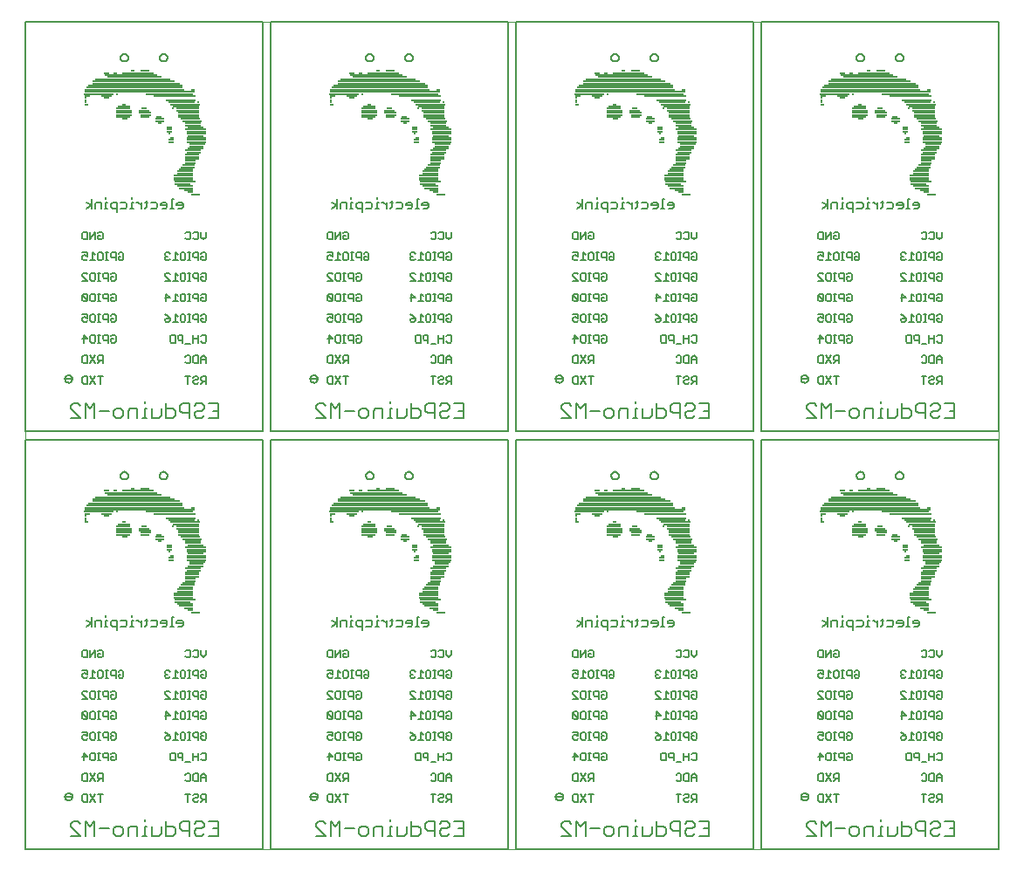
<source format=gbo>
G75*
G70*
%OFA0B0*%
%FSLAX25Y25*%
%IPPOS*%
%LPD*%
%AMOC8*
5,1,8,0,0,1.08239X$1,22.5*
%
%ADD10R,0.13600X0.00800*%
%ADD11R,0.01600X0.00800*%
%ADD13R,0.20000X0.00800*%
%ADD16R,0.16000X0.00800*%
%ADD20R,0.00800X0.00800*%
%ADD23R,0.10400X0.00800*%
%ADD24R,0.36000X0.00800*%
%ADD25R,0.11200X0.00800*%
%ADD27R,0.06400X0.00800*%
%ADD30R,0.36800X0.00800*%
%ADD31R,0.28800X0.00800*%
%ADD33R,0.05600X0.00800*%
%ADD34R,0.03200X0.00800*%
%ADD35R,0.04000X0.00800*%
%ADD36R,0.18400X0.00800*%
%ADD42R,0.20800X0.00800*%
%ADD44R,0.08000X0.00800*%
%ADD54R,0.02400X0.00800*%
%ADD56R,0.33600X0.00800*%
%ADD57R,0.42400X0.00800*%
%ADD59R,0.08800X0.00800*%
%ADD60R,0.12000X0.00800*%
%ADD65C,0.00800*%
%ADD66R,0.38400X0.00800*%
%ADD68R,0.07200X0.00800*%
%ADD71R,0.04800X0.00800*%
%ADD73R,0.31200X0.00800*%
X0010000Y0010000D02*
G75*
%LPD*%
D65*
X0010000Y0010000D02*
X0010000Y0166496D01*
X0046319Y0152717D02*
X0046321Y0152794D01*
X0046327Y0152870D01*
X0046337Y0152946D01*
X0046351Y0153021D01*
X0046368Y0153096D01*
X0046390Y0153169D01*
X0046415Y0153242D01*
X0046445Y0153313D01*
X0046477Y0153382D01*
X0046514Y0153449D01*
X0046553Y0153515D01*
X0046596Y0153578D01*
X0046643Y0153639D01*
X0046692Y0153698D01*
X0046745Y0153754D01*
X0046800Y0153807D01*
X0046858Y0153857D01*
X0046918Y0153904D01*
X0046981Y0153948D01*
X0047046Y0153989D01*
X0047113Y0154026D01*
X0047182Y0154060D01*
X0047252Y0154090D01*
X0047324Y0154116D01*
X0047398Y0154138D01*
X0047472Y0154157D01*
X0047547Y0154172D01*
X0047623Y0154183D01*
X0047699Y0154190D01*
X0047776Y0154193D01*
X0047852Y0154192D01*
X0047929Y0154187D01*
X0048005Y0154178D01*
X0048081Y0154165D01*
X0048155Y0154148D01*
X0048229Y0154128D01*
X0048302Y0154103D01*
X0048373Y0154075D01*
X0048443Y0154043D01*
X0048511Y0154008D01*
X0048577Y0153969D01*
X0048641Y0153927D01*
X0048702Y0153881D01*
X0048762Y0153832D01*
X0048818Y0153781D01*
X0048872Y0153726D01*
X0048923Y0153669D01*
X0048971Y0153609D01*
X0049016Y0153547D01*
X0049057Y0153482D01*
X0049095Y0153416D01*
X0049130Y0153348D01*
X0049160Y0153277D01*
X0049188Y0153206D01*
X0049211Y0153133D01*
X0049231Y0153059D01*
X0049247Y0152984D01*
X0049259Y0152908D01*
X0049267Y0152832D01*
X0049271Y0152755D01*
X0049271Y0152679D01*
X0049267Y0152602D01*
X0049259Y0152526D01*
X0049247Y0152450D01*
X0049231Y0152375D01*
X0049211Y0152301D01*
X0049188Y0152228D01*
X0049160Y0152157D01*
X0049130Y0152086D01*
X0049095Y0152018D01*
X0049057Y0151952D01*
X0049016Y0151887D01*
X0048971Y0151825D01*
X0048923Y0151765D01*
X0048872Y0151708D01*
X0048818Y0151653D01*
X0048762Y0151602D01*
X0048702Y0151553D01*
X0048641Y0151507D01*
X0048577Y0151465D01*
X0048511Y0151426D01*
X0048443Y0151391D01*
X0048373Y0151359D01*
X0048302Y0151331D01*
X0048229Y0151306D01*
X0048155Y0151286D01*
X0048081Y0151269D01*
X0048005Y0151256D01*
X0047929Y0151247D01*
X0047852Y0151242D01*
X0047776Y0151241D01*
X0047699Y0151244D01*
X0047623Y0151251D01*
X0047547Y0151262D01*
X0047472Y0151277D01*
X0047398Y0151296D01*
X0047324Y0151318D01*
X0047252Y0151344D01*
X0047182Y0151374D01*
X0047113Y0151408D01*
X0047046Y0151445D01*
X0046981Y0151486D01*
X0046918Y0151530D01*
X0046858Y0151577D01*
X0046800Y0151627D01*
X0046745Y0151680D01*
X0046692Y0151736D01*
X0046643Y0151795D01*
X0046596Y0151856D01*
X0046553Y0151919D01*
X0046514Y0151985D01*
X0046477Y0152052D01*
X0046445Y0152121D01*
X0046415Y0152192D01*
X0046390Y0152265D01*
X0046368Y0152338D01*
X0046351Y0152413D01*
X0046337Y0152488D01*
X0046327Y0152564D01*
X0046321Y0152640D01*
X0046319Y0152717D01*
X0010000Y0166495D02*
X0100552Y0166495D01*
X0100551Y0166496D02*
X0100551Y0010000D01*
X0010000Y0010000D01*
X0025239Y0029341D02*
X0025135Y0029637D01*
X0025100Y0029948D01*
X0025136Y0030295D01*
X0025256Y0030623D01*
X0025452Y0030911D01*
X0025713Y0031142D01*
X0026023Y0031303D01*
X0026362Y0031382D01*
X0026711Y0031376D01*
X0027048Y0031285D01*
X0027352Y0031114D01*
X0027605Y0030874D01*
X0027791Y0030579D01*
X0027900Y0030248D01*
X0027926Y0029935D01*
X0027883Y0029624D01*
X0027773Y0029330D01*
X0027601Y0029068D01*
X0027376Y0028849D01*
X0027109Y0028684D01*
X0026812Y0028583D01*
X0026500Y0028548D01*
X0026188Y0028583D01*
X0025893Y0028687D01*
X0025627Y0028853D01*
X0025405Y0029075D01*
X0025239Y0029341D01*
X0061280Y0152717D02*
X0061282Y0152794D01*
X0061288Y0152870D01*
X0061298Y0152946D01*
X0061312Y0153021D01*
X0061329Y0153096D01*
X0061351Y0153169D01*
X0061376Y0153242D01*
X0061406Y0153313D01*
X0061438Y0153382D01*
X0061475Y0153449D01*
X0061514Y0153515D01*
X0061557Y0153578D01*
X0061604Y0153639D01*
X0061653Y0153698D01*
X0061706Y0153754D01*
X0061761Y0153807D01*
X0061819Y0153857D01*
X0061879Y0153904D01*
X0061942Y0153948D01*
X0062007Y0153989D01*
X0062074Y0154026D01*
X0062143Y0154060D01*
X0062213Y0154090D01*
X0062285Y0154116D01*
X0062359Y0154138D01*
X0062433Y0154157D01*
X0062508Y0154172D01*
X0062584Y0154183D01*
X0062660Y0154190D01*
X0062737Y0154193D01*
X0062813Y0154192D01*
X0062890Y0154187D01*
X0062966Y0154178D01*
X0063042Y0154165D01*
X0063116Y0154148D01*
X0063190Y0154128D01*
X0063263Y0154103D01*
X0063334Y0154075D01*
X0063404Y0154043D01*
X0063472Y0154008D01*
X0063538Y0153969D01*
X0063602Y0153927D01*
X0063663Y0153881D01*
X0063723Y0153832D01*
X0063779Y0153781D01*
X0063833Y0153726D01*
X0063884Y0153669D01*
X0063932Y0153609D01*
X0063977Y0153547D01*
X0064018Y0153482D01*
X0064056Y0153416D01*
X0064091Y0153348D01*
X0064121Y0153277D01*
X0064149Y0153206D01*
X0064172Y0153133D01*
X0064192Y0153059D01*
X0064208Y0152984D01*
X0064220Y0152908D01*
X0064228Y0152832D01*
X0064232Y0152755D01*
X0064232Y0152679D01*
X0064228Y0152602D01*
X0064220Y0152526D01*
X0064208Y0152450D01*
X0064192Y0152375D01*
X0064172Y0152301D01*
X0064149Y0152228D01*
X0064121Y0152157D01*
X0064091Y0152086D01*
X0064056Y0152018D01*
X0064018Y0151952D01*
X0063977Y0151887D01*
X0063932Y0151825D01*
X0063884Y0151765D01*
X0063833Y0151708D01*
X0063779Y0151653D01*
X0063723Y0151602D01*
X0063663Y0151553D01*
X0063602Y0151507D01*
X0063538Y0151465D01*
X0063472Y0151426D01*
X0063404Y0151391D01*
X0063334Y0151359D01*
X0063263Y0151331D01*
X0063190Y0151306D01*
X0063116Y0151286D01*
X0063042Y0151269D01*
X0062966Y0151256D01*
X0062890Y0151247D01*
X0062813Y0151242D01*
X0062737Y0151241D01*
X0062660Y0151244D01*
X0062584Y0151251D01*
X0062508Y0151262D01*
X0062433Y0151277D01*
X0062359Y0151296D01*
X0062285Y0151318D01*
X0062213Y0151344D01*
X0062143Y0151374D01*
X0062074Y0151408D01*
X0062007Y0151445D01*
X0061942Y0151486D01*
X0061879Y0151530D01*
X0061819Y0151577D01*
X0061761Y0151627D01*
X0061706Y0151680D01*
X0061653Y0151736D01*
X0061604Y0151795D01*
X0061557Y0151856D01*
X0061514Y0151919D01*
X0061475Y0151985D01*
X0061438Y0152052D01*
X0061406Y0152121D01*
X0061376Y0152192D01*
X0061351Y0152265D01*
X0061329Y0152338D01*
X0061312Y0152413D01*
X0061298Y0152488D01*
X0061288Y0152564D01*
X0061282Y0152640D01*
X0061280Y0152717D01*
D65*
X0065943Y0098696D02*
X0065943Y0094993D01*
X0065326Y0094993D02*
X0066561Y0094993D01*
X0067775Y0096227D02*
X0070244Y0096227D01*
X0070244Y0095610D02*
X0070244Y0096844D01*
X0069627Y0097461D01*
X0068392Y0097461D01*
X0067775Y0096844D01*
X0067775Y0096227D01*
X0068392Y0094993D02*
X0069627Y0094993D01*
X0070244Y0095610D01*
X0066561Y0098696D02*
X0065943Y0098696D01*
X0064105Y0096844D02*
X0064105Y0095610D01*
X0063488Y0094993D01*
X0062254Y0094993D01*
X0061636Y0096227D02*
X0061636Y0096844D01*
X0062254Y0097461D01*
X0063488Y0097461D01*
X0064105Y0096844D01*
X0064105Y0096227D02*
X0061636Y0096227D01*
X0060422Y0096844D02*
X0060422Y0095610D01*
X0059805Y0094993D01*
X0057953Y0094993D01*
X0057953Y0097461D02*
X0059805Y0097461D01*
X0060422Y0096844D01*
X0056739Y0097461D02*
X0055504Y0097461D01*
X0056122Y0098078D02*
X0056122Y0095610D01*
X0055504Y0094993D01*
X0054283Y0094993D02*
X0054283Y0097461D01*
X0054283Y0096227D02*
X0053049Y0097461D01*
X0052432Y0097461D01*
X0051214Y0097461D02*
X0050597Y0097461D01*
X0050597Y0094993D01*
X0051214Y0094993D02*
X0049980Y0094993D01*
X0048759Y0095610D02*
X0048759Y0096844D01*
X0048142Y0097461D01*
X0046290Y0097461D01*
X0045076Y0097461D02*
X0043224Y0097461D01*
X0042607Y0096844D01*
X0042607Y0095610D01*
X0043224Y0094993D01*
X0045076Y0094993D01*
X0046290Y0094993D02*
X0048142Y0094993D01*
X0048759Y0095610D01*
X0050597Y0098696D02*
X0050597Y0099313D01*
X0045076Y0097461D02*
X0045076Y0093758D01*
X0041392Y0094993D02*
X0040158Y0094993D01*
X0040775Y0094993D02*
X0040775Y0097461D01*
X0041392Y0097461D01*
X0040775Y0098696D02*
X0040775Y0099313D01*
X0038937Y0097461D02*
X0038937Y0094993D01*
X0038937Y0097461D02*
X0037085Y0097461D01*
X0036468Y0096844D01*
X0036468Y0094993D01*
X0035254Y0094993D02*
X0035254Y0098696D01*
X0033402Y0097461D02*
X0035254Y0096227D01*
X0033402Y0094993D01*
X0033663Y0086148D02*
X0032211Y0086148D01*
X0031728Y0085664D01*
X0031728Y0083729D01*
X0032211Y0083245D01*
X0033663Y0083245D01*
X0033663Y0086148D01*
X0034674Y0086148D02*
X0034674Y0083245D01*
X0036609Y0086148D01*
X0036609Y0083245D01*
X0037621Y0083729D02*
X0037621Y0084697D01*
X0038588Y0084697D01*
X0037621Y0085664D02*
X0038104Y0086148D01*
X0039072Y0086148D01*
X0039556Y0085664D01*
X0039556Y0083729D01*
X0039072Y0083245D01*
X0038104Y0083245D01*
X0037621Y0083729D01*
X0038104Y0078274D02*
X0037621Y0077790D01*
X0037621Y0075855D01*
X0038104Y0075371D01*
X0039072Y0075371D01*
X0039556Y0075855D01*
X0039556Y0077790D01*
X0039072Y0078274D01*
X0038104Y0078274D01*
X0036609Y0077306D02*
X0035642Y0078274D01*
X0035642Y0075371D01*
X0036609Y0075371D02*
X0034674Y0075371D01*
X0033663Y0075855D02*
X0033179Y0075371D01*
X0032211Y0075371D01*
X0031728Y0075855D01*
X0031728Y0076822D01*
X0032211Y0077306D01*
X0032695Y0077306D01*
X0033663Y0076822D01*
X0033663Y0078274D01*
X0031728Y0078274D01*
X0032211Y0070400D02*
X0033179Y0070400D01*
X0033663Y0069916D01*
X0034674Y0069916D02*
X0034674Y0067981D01*
X0035158Y0067497D01*
X0036125Y0067497D01*
X0036609Y0067981D01*
X0036609Y0069916D01*
X0036125Y0070400D01*
X0035158Y0070400D01*
X0034674Y0069916D01*
X0033663Y0067497D02*
X0031728Y0069432D01*
X0031728Y0069916D01*
X0032211Y0070400D01*
X0031728Y0067497D02*
X0033663Y0067497D01*
X0033179Y0062526D02*
X0032211Y0062526D01*
X0031728Y0062042D01*
X0033663Y0060107D01*
X0033179Y0059623D01*
X0032211Y0059623D01*
X0031728Y0060107D01*
X0031728Y0062042D01*
X0033179Y0062526D02*
X0033663Y0062042D01*
X0033663Y0060107D01*
X0034674Y0060107D02*
X0034674Y0062042D01*
X0035158Y0062526D01*
X0036125Y0062526D01*
X0036609Y0062042D01*
X0036609Y0060107D01*
X0036125Y0059623D01*
X0035158Y0059623D01*
X0034674Y0060107D01*
X0037606Y0059623D02*
X0038574Y0059623D01*
X0038090Y0059623D02*
X0038090Y0062526D01*
X0038574Y0062526D02*
X0037606Y0062526D01*
X0039585Y0062042D02*
X0039585Y0061074D01*
X0040069Y0060591D01*
X0041520Y0060591D01*
X0041520Y0059623D02*
X0041520Y0062526D01*
X0040069Y0062526D01*
X0039585Y0062042D01*
X0042532Y0062042D02*
X0043015Y0062526D01*
X0043983Y0062526D01*
X0044467Y0062042D01*
X0044467Y0060107D01*
X0043983Y0059623D01*
X0043015Y0059623D01*
X0042532Y0060107D01*
X0042532Y0061074D01*
X0043499Y0061074D01*
X0043015Y0054652D02*
X0043983Y0054652D01*
X0044467Y0054168D01*
X0044467Y0052233D01*
X0043983Y0051749D01*
X0043015Y0051749D01*
X0042532Y0052233D01*
X0042532Y0053200D01*
X0043499Y0053200D01*
X0042532Y0054168D02*
X0043015Y0054652D01*
X0041520Y0054652D02*
X0040069Y0054652D01*
X0039585Y0054168D01*
X0039585Y0053200D01*
X0040069Y0052717D01*
X0041520Y0052717D01*
X0041520Y0051749D02*
X0041520Y0054652D01*
X0038574Y0054652D02*
X0037606Y0054652D01*
X0038090Y0054652D02*
X0038090Y0051749D01*
X0038574Y0051749D02*
X0037606Y0051749D01*
X0036609Y0052233D02*
X0036125Y0051749D01*
X0035158Y0051749D01*
X0034674Y0052233D01*
X0034674Y0054168D01*
X0035158Y0054652D01*
X0036125Y0054652D01*
X0036609Y0054168D01*
X0036609Y0052233D01*
X0033663Y0052233D02*
X0033179Y0051749D01*
X0032211Y0051749D01*
X0031728Y0052233D01*
X0031728Y0053200D01*
X0032211Y0053684D01*
X0032695Y0053684D01*
X0033663Y0053200D01*
X0033663Y0054652D01*
X0031728Y0054652D01*
X0032211Y0046778D02*
X0033663Y0045326D01*
X0031728Y0045326D01*
X0032211Y0043875D02*
X0032211Y0046778D01*
X0034674Y0046294D02*
X0034674Y0044359D01*
X0035158Y0043875D01*
X0036125Y0043875D01*
X0036609Y0044359D01*
X0036609Y0046294D01*
X0036125Y0046778D01*
X0035158Y0046778D01*
X0034674Y0046294D01*
X0037606Y0046778D02*
X0038574Y0046778D01*
X0038090Y0046778D02*
X0038090Y0043875D01*
X0038574Y0043875D02*
X0037606Y0043875D01*
X0039585Y0045326D02*
X0039585Y0046294D01*
X0040069Y0046778D01*
X0041520Y0046778D01*
X0041520Y0043875D01*
X0041520Y0044843D02*
X0040069Y0044843D01*
X0039585Y0045326D01*
X0042532Y0045326D02*
X0043499Y0045326D01*
X0042532Y0045326D02*
X0042532Y0044359D01*
X0043015Y0043875D01*
X0043983Y0043875D01*
X0044467Y0044359D01*
X0044467Y0046294D01*
X0043983Y0046778D01*
X0043015Y0046778D01*
X0042532Y0046294D01*
X0039556Y0038904D02*
X0038104Y0038904D01*
X0037621Y0038420D01*
X0037621Y0037452D01*
X0038104Y0036969D01*
X0039556Y0036969D01*
X0038588Y0036969D02*
X0037621Y0036001D01*
X0036609Y0036001D02*
X0034674Y0038904D01*
X0033663Y0038904D02*
X0033663Y0036001D01*
X0032211Y0036001D01*
X0031728Y0036485D01*
X0031728Y0038420D01*
X0032211Y0038904D01*
X0033663Y0038904D01*
X0036609Y0038904D02*
X0034674Y0036001D01*
X0034674Y0031030D02*
X0036609Y0028127D01*
X0034674Y0028127D02*
X0036609Y0031030D01*
X0037621Y0031030D02*
X0039556Y0031030D01*
X0038588Y0031030D02*
X0038588Y0028127D01*
X0033663Y0028127D02*
X0032211Y0028127D01*
X0031728Y0028611D01*
X0031728Y0030546D01*
X0032211Y0031030D01*
X0033663Y0031030D01*
X0033663Y0028127D01*
X0039556Y0036001D02*
X0039556Y0038904D01*
X0038574Y0067497D02*
X0037606Y0067497D01*
X0038090Y0067497D02*
X0038090Y0070400D01*
X0038574Y0070400D02*
X0037606Y0070400D01*
X0039585Y0069916D02*
X0039585Y0068948D01*
X0040069Y0068465D01*
X0041520Y0068465D01*
X0041520Y0067497D02*
X0041520Y0070400D01*
X0040069Y0070400D01*
X0039585Y0069916D01*
X0042532Y0069916D02*
X0043015Y0070400D01*
X0043983Y0070400D01*
X0044467Y0069916D01*
X0044467Y0067981D01*
X0043983Y0067497D01*
X0043015Y0067497D01*
X0042532Y0067981D01*
X0042532Y0068948D01*
X0043499Y0068948D01*
X0044467Y0075371D02*
X0044467Y0078274D01*
X0043015Y0078274D01*
X0042532Y0077790D01*
X0042532Y0076822D01*
X0043015Y0076339D01*
X0044467Y0076339D01*
X0045478Y0076822D02*
X0046446Y0076822D01*
X0045478Y0076822D02*
X0045478Y0075855D01*
X0045962Y0075371D01*
X0046929Y0075371D01*
X0047413Y0075855D01*
X0047413Y0077790D01*
X0046929Y0078274D01*
X0045962Y0078274D01*
X0045478Y0077790D01*
X0041520Y0078274D02*
X0040553Y0078274D01*
X0041036Y0078274D02*
X0041036Y0075371D01*
X0040553Y0075371D02*
X0041520Y0075371D01*
X0063259Y0075855D02*
X0063743Y0075371D01*
X0064710Y0075371D01*
X0065194Y0075855D01*
X0066206Y0075371D02*
X0068141Y0075371D01*
X0067173Y0075371D02*
X0067173Y0078274D01*
X0068141Y0077306D01*
X0069152Y0077790D02*
X0069152Y0075855D01*
X0069636Y0075371D01*
X0070603Y0075371D01*
X0071087Y0075855D01*
X0071087Y0077790D01*
X0070603Y0078274D01*
X0069636Y0078274D01*
X0069152Y0077790D01*
X0072084Y0078274D02*
X0073051Y0078274D01*
X0072568Y0078274D02*
X0072568Y0075371D01*
X0073051Y0075371D02*
X0072084Y0075371D01*
X0074063Y0076822D02*
X0074547Y0076339D01*
X0075998Y0076339D01*
X0075998Y0075371D02*
X0075998Y0078274D01*
X0074547Y0078274D01*
X0074063Y0077790D01*
X0074063Y0076822D01*
X0074547Y0083245D02*
X0074063Y0083729D01*
X0074547Y0083245D02*
X0075514Y0083245D01*
X0075998Y0083729D01*
X0075998Y0085664D01*
X0075514Y0086148D01*
X0074547Y0086148D01*
X0074063Y0085664D01*
X0073051Y0085664D02*
X0073051Y0083729D01*
X0072568Y0083245D01*
X0071600Y0083245D01*
X0071116Y0083729D01*
X0071116Y0085664D02*
X0071600Y0086148D01*
X0072568Y0086148D01*
X0073051Y0085664D01*
X0077010Y0086148D02*
X0077010Y0084213D01*
X0077977Y0083245D01*
X0078944Y0084213D01*
X0078944Y0086148D01*
X0078461Y0078274D02*
X0077493Y0078274D01*
X0077010Y0077790D01*
X0077010Y0076822D02*
X0077977Y0076822D01*
X0077010Y0076822D02*
X0077010Y0075855D01*
X0077493Y0075371D01*
X0078461Y0075371D01*
X0078944Y0075855D01*
X0078944Y0077790D01*
X0078461Y0078274D01*
X0078461Y0070400D02*
X0077493Y0070400D01*
X0077010Y0069916D01*
X0077010Y0068948D02*
X0077977Y0068948D01*
X0077010Y0068948D02*
X0077010Y0067981D01*
X0077493Y0067497D01*
X0078461Y0067497D01*
X0078944Y0067981D01*
X0078944Y0069916D01*
X0078461Y0070400D01*
X0075998Y0070400D02*
X0075998Y0067497D01*
X0075998Y0068465D02*
X0074547Y0068465D01*
X0074063Y0068948D01*
X0074063Y0069916D01*
X0074547Y0070400D01*
X0075998Y0070400D01*
X0073051Y0070400D02*
X0072084Y0070400D01*
X0072568Y0070400D02*
X0072568Y0067497D01*
X0073051Y0067497D02*
X0072084Y0067497D01*
X0071087Y0067981D02*
X0071087Y0069916D01*
X0070603Y0070400D01*
X0069636Y0070400D01*
X0069152Y0069916D01*
X0069152Y0067981D01*
X0069636Y0067497D01*
X0070603Y0067497D01*
X0071087Y0067981D01*
X0068141Y0067497D02*
X0066206Y0067497D01*
X0067173Y0067497D02*
X0067173Y0070400D01*
X0068141Y0069432D01*
X0065194Y0069916D02*
X0064710Y0070400D01*
X0063743Y0070400D01*
X0063259Y0069916D01*
X0063259Y0069432D01*
X0065194Y0067497D01*
X0063259Y0067497D01*
X0063743Y0062526D02*
X0065194Y0061074D01*
X0063259Y0061074D01*
X0063743Y0059623D02*
X0063743Y0062526D01*
X0066206Y0059623D02*
X0068141Y0059623D01*
X0067173Y0059623D02*
X0067173Y0062526D01*
X0068141Y0061558D01*
X0069152Y0062042D02*
X0069152Y0060107D01*
X0069636Y0059623D01*
X0070603Y0059623D01*
X0071087Y0060107D01*
X0071087Y0062042D01*
X0070603Y0062526D01*
X0069636Y0062526D01*
X0069152Y0062042D01*
X0072084Y0062526D02*
X0073051Y0062526D01*
X0072568Y0062526D02*
X0072568Y0059623D01*
X0073051Y0059623D02*
X0072084Y0059623D01*
X0074063Y0061074D02*
X0074547Y0060591D01*
X0075998Y0060591D01*
X0075998Y0059623D02*
X0075998Y0062526D01*
X0074547Y0062526D01*
X0074063Y0062042D01*
X0074063Y0061074D01*
X0077010Y0061074D02*
X0077010Y0060107D01*
X0077493Y0059623D01*
X0078461Y0059623D01*
X0078944Y0060107D01*
X0078944Y0062042D01*
X0078461Y0062526D01*
X0077493Y0062526D01*
X0077010Y0062042D01*
X0077010Y0061074D02*
X0077977Y0061074D01*
X0077493Y0054652D02*
X0078461Y0054652D01*
X0078944Y0054168D01*
X0078944Y0052233D01*
X0078461Y0051749D01*
X0077493Y0051749D01*
X0077010Y0052233D01*
X0077010Y0053200D01*
X0077977Y0053200D01*
X0077010Y0054168D02*
X0077493Y0054652D01*
X0075998Y0054652D02*
X0074547Y0054652D01*
X0074063Y0054168D01*
X0074063Y0053200D01*
X0074547Y0052717D01*
X0075998Y0052717D01*
X0075998Y0051749D02*
X0075998Y0054652D01*
X0073051Y0054652D02*
X0072084Y0054652D01*
X0072568Y0054652D02*
X0072568Y0051749D01*
X0073051Y0051749D02*
X0072084Y0051749D01*
X0071087Y0052233D02*
X0070603Y0051749D01*
X0069636Y0051749D01*
X0069152Y0052233D01*
X0069152Y0054168D01*
X0069636Y0054652D01*
X0070603Y0054652D01*
X0071087Y0054168D01*
X0071087Y0052233D01*
X0068141Y0051749D02*
X0066206Y0051749D01*
X0067173Y0051749D02*
X0067173Y0054652D01*
X0068141Y0053684D01*
X0065194Y0053200D02*
X0065194Y0052233D01*
X0064710Y0051749D01*
X0063743Y0051749D01*
X0063259Y0052233D01*
X0063259Y0052717D01*
X0063743Y0053200D01*
X0065194Y0053200D01*
X0064227Y0054168D01*
X0063259Y0054652D01*
X0065707Y0046778D02*
X0065223Y0046294D01*
X0065223Y0044359D01*
X0065707Y0043875D01*
X0067158Y0043875D01*
X0067158Y0046778D01*
X0065707Y0046778D01*
X0068170Y0046294D02*
X0068170Y0045326D01*
X0068654Y0044843D01*
X0070105Y0044843D01*
X0070105Y0043875D02*
X0070105Y0046778D01*
X0068654Y0046778D01*
X0068170Y0046294D01*
X0071116Y0043391D02*
X0073051Y0043391D01*
X0074063Y0043875D02*
X0074063Y0046778D01*
X0074063Y0045326D02*
X0075998Y0045326D01*
X0077010Y0044359D02*
X0077493Y0043875D01*
X0078461Y0043875D01*
X0078944Y0044359D01*
X0078944Y0046294D01*
X0078461Y0046778D01*
X0077493Y0046778D01*
X0077010Y0046294D01*
X0075998Y0046778D02*
X0075998Y0043875D01*
X0075998Y0038904D02*
X0074547Y0038904D01*
X0074063Y0038420D01*
X0074063Y0036485D01*
X0074547Y0036001D01*
X0075998Y0036001D01*
X0075998Y0038904D01*
X0077010Y0037936D02*
X0077010Y0036001D01*
X0077010Y0037452D02*
X0078944Y0037452D01*
X0078944Y0037936D02*
X0078944Y0036001D01*
X0078944Y0037936D02*
X0077977Y0038904D01*
X0077010Y0037936D01*
X0073051Y0038420D02*
X0073051Y0036485D01*
X0072568Y0036001D01*
X0071600Y0036001D01*
X0071116Y0036485D01*
X0071116Y0038420D02*
X0071600Y0038904D01*
X0072568Y0038904D01*
X0073051Y0038420D01*
X0073051Y0031030D02*
X0071116Y0031030D01*
X0072084Y0031030D02*
X0072084Y0028127D01*
X0074063Y0028611D02*
X0074547Y0028127D01*
X0075514Y0028127D01*
X0075998Y0028611D01*
X0075514Y0029578D02*
X0074547Y0029578D01*
X0074063Y0029095D01*
X0074063Y0028611D01*
X0074063Y0030546D02*
X0074547Y0031030D01*
X0075514Y0031030D01*
X0075998Y0030546D01*
X0075998Y0030062D01*
X0075514Y0029578D01*
X0077010Y0029578D02*
X0077493Y0029095D01*
X0078944Y0029095D01*
X0077977Y0029095D02*
X0077010Y0028127D01*
X0077010Y0029578D02*
X0077010Y0030546D01*
X0077493Y0031030D01*
X0078944Y0031030D01*
X0078944Y0028127D01*
X0063259Y0075855D02*
X0063259Y0076339D01*
X0063743Y0076822D01*
X0064227Y0076822D01*
X0063743Y0076822D02*
X0063259Y0077306D01*
X0063259Y0077790D01*
X0063743Y0078274D01*
X0064710Y0078274D01*
X0065194Y0077790D01*
D65*
X0055479Y0021483D02*
X0055479Y0020581D01*
X0055479Y0018778D02*
X0055479Y0015171D01*
X0056380Y0015171D02*
X0054577Y0015171D01*
X0052755Y0015171D02*
X0052755Y0018778D01*
X0050050Y0018778D01*
X0049148Y0017876D01*
X0049148Y0015171D01*
X0047318Y0016073D02*
X0046416Y0015171D01*
X0044612Y0015171D01*
X0043711Y0016073D01*
X0043711Y0017876D01*
X0044612Y0018778D01*
X0046416Y0018778D01*
X0047318Y0017876D01*
X0047318Y0016073D01*
X0041880Y0017876D02*
X0038273Y0017876D01*
X0036442Y0015171D02*
X0036442Y0020581D01*
X0034639Y0018778D01*
X0032835Y0020581D01*
X0032835Y0015171D01*
X0031004Y0015171D02*
X0027398Y0018778D01*
X0027398Y0019680D01*
X0028299Y0020581D01*
X0030103Y0020581D01*
X0031004Y0019680D01*
X0031004Y0015171D02*
X0027398Y0015171D01*
X0055479Y0018778D02*
X0056380Y0018778D01*
X0058211Y0018778D02*
X0058211Y0015171D01*
X0060916Y0015171D01*
X0061818Y0016073D01*
X0061818Y0018778D01*
X0063649Y0018778D02*
X0066354Y0018778D01*
X0067256Y0017876D01*
X0067256Y0016073D01*
X0066354Y0015171D01*
X0063649Y0015171D01*
X0063649Y0020581D01*
X0069087Y0019680D02*
X0069087Y0017876D01*
X0069988Y0016975D01*
X0072693Y0016975D01*
X0072693Y0015171D02*
X0072693Y0020581D01*
X0069988Y0020581D01*
X0069087Y0019680D01*
X0074524Y0019680D02*
X0075426Y0020581D01*
X0077230Y0020581D01*
X0078131Y0019680D01*
X0078131Y0018778D01*
X0077230Y0017876D01*
X0075426Y0017876D01*
X0074524Y0016975D01*
X0074524Y0016073D01*
X0075426Y0015171D01*
X0077230Y0015171D01*
X0078131Y0016073D01*
X0079962Y0015171D02*
X0083569Y0015171D01*
X0083569Y0020581D01*
X0079962Y0020581D01*
X0081766Y0017876D02*
X0083569Y0017876D01*
D65*
X0027921Y0030000D02*
X0025105Y0030000D01*
D34*
X0072400Y0102048D03*
X0074800Y0100448D03*
X0061200Y0128448D03*
X0061200Y0129248D03*
X0055600Y0130048D03*
X0055600Y0147648D03*
D54*
X0055200Y0133248D03*
X0060800Y0130048D03*
X0064800Y0126048D03*
X0064800Y0125248D03*
X0064800Y0124448D03*
X0065600Y0121248D03*
X0065600Y0120448D03*
X0072800Y0101248D03*
X0048000Y0129248D03*
X0040800Y0137248D03*
X0040800Y0146848D03*
X0033600Y0138048D03*
D33*
X0047200Y0133248D03*
X0047200Y0130048D03*
X0071200Y0110048D03*
X0072000Y0110848D03*
X0073600Y0114048D03*
X0073600Y0114848D03*
X0073600Y0115648D03*
X0074400Y0116448D03*
X0075200Y0118848D03*
X0071200Y0102848D03*
D27*
X0070800Y0103648D03*
X0070000Y0104448D03*
X0070800Y0108448D03*
X0070800Y0109248D03*
X0074000Y0117248D03*
X0074800Y0118048D03*
X0075600Y0119648D03*
X0074800Y0122848D03*
X0074800Y0126048D03*
X0074000Y0126848D03*
X0074000Y0127648D03*
X0047600Y0130848D03*
X0047600Y0131648D03*
X0047600Y0132448D03*
D44*
X0070800Y0105248D03*
X0074800Y0125248D03*
X0072400Y0130048D03*
X0072400Y0130848D03*
X0072400Y0131648D03*
D68*
X0072800Y0129248D03*
X0073600Y0128448D03*
X0075200Y0124448D03*
X0075200Y0123648D03*
X0075200Y0122048D03*
X0075200Y0121248D03*
X0075200Y0120448D03*
X0070400Y0107648D03*
X0070400Y0106848D03*
X0070400Y0106048D03*
D71*
X0072400Y0111648D03*
X0055600Y0131648D03*
X0047600Y0134048D03*
D35*
X0040800Y0138048D03*
X0055200Y0132448D03*
X0056000Y0130848D03*
X0072800Y0113248D03*
X0072800Y0112448D03*
D11*
X0066000Y0122048D03*
X0061200Y0127648D03*
X0050800Y0147648D03*
X0044400Y0146848D03*
X0047600Y0134848D03*
X0033200Y0134848D03*
X0074000Y0140448D03*
D20*
X0076000Y0135648D03*
X0066400Y0133248D03*
X0064800Y0123648D03*
X0044800Y0138848D03*
X0032800Y0137248D03*
X0032800Y0136448D03*
X0032800Y0135648D03*
D59*
X0072000Y0133248D03*
X0072000Y0132448D03*
D23*
X0071200Y0134048D03*
X0069600Y0135648D03*
D25*
X0069200Y0136448D03*
X0070800Y0134848D03*
X0038000Y0138848D03*
D10*
X0067200Y0137248D03*
D16*
X0066800Y0138048D03*
D36*
X0064800Y0138848D03*
D57*
X0053600Y0139648D03*
D66*
X0051600Y0140448D03*
D30*
X0051600Y0141248D03*
D24*
X0052000Y0142048D03*
D56*
X0052400Y0142848D03*
D73*
X0051200Y0143648D03*
D31*
X0050800Y0144448D03*
D42*
X0051600Y0145248D03*
D13*
X0050400Y0146048D03*
D60*
X0052800Y0146848D03*
X0010000Y0169621D02*
G75*
%LPD*%
D65*
X0010000Y0169621D02*
X0010000Y0326117D01*
X0046319Y0312338D02*
X0046321Y0312415D01*
X0046327Y0312491D01*
X0046337Y0312567D01*
X0046351Y0312642D01*
X0046368Y0312717D01*
X0046390Y0312790D01*
X0046415Y0312863D01*
X0046445Y0312934D01*
X0046477Y0313003D01*
X0046514Y0313070D01*
X0046553Y0313136D01*
X0046596Y0313199D01*
X0046643Y0313260D01*
X0046692Y0313319D01*
X0046745Y0313375D01*
X0046800Y0313428D01*
X0046858Y0313478D01*
X0046918Y0313525D01*
X0046981Y0313569D01*
X0047046Y0313610D01*
X0047113Y0313647D01*
X0047182Y0313681D01*
X0047252Y0313711D01*
X0047324Y0313737D01*
X0047398Y0313759D01*
X0047472Y0313778D01*
X0047547Y0313793D01*
X0047623Y0313804D01*
X0047699Y0313811D01*
X0047776Y0313814D01*
X0047852Y0313813D01*
X0047929Y0313808D01*
X0048005Y0313799D01*
X0048081Y0313786D01*
X0048155Y0313769D01*
X0048229Y0313749D01*
X0048302Y0313724D01*
X0048373Y0313696D01*
X0048443Y0313664D01*
X0048511Y0313629D01*
X0048577Y0313590D01*
X0048641Y0313548D01*
X0048702Y0313502D01*
X0048762Y0313453D01*
X0048818Y0313402D01*
X0048872Y0313347D01*
X0048923Y0313290D01*
X0048971Y0313230D01*
X0049016Y0313168D01*
X0049057Y0313103D01*
X0049095Y0313037D01*
X0049130Y0312969D01*
X0049160Y0312898D01*
X0049188Y0312827D01*
X0049211Y0312754D01*
X0049231Y0312680D01*
X0049247Y0312605D01*
X0049259Y0312529D01*
X0049267Y0312453D01*
X0049271Y0312376D01*
X0049271Y0312300D01*
X0049267Y0312223D01*
X0049259Y0312147D01*
X0049247Y0312071D01*
X0049231Y0311996D01*
X0049211Y0311922D01*
X0049188Y0311849D01*
X0049160Y0311778D01*
X0049130Y0311707D01*
X0049095Y0311639D01*
X0049057Y0311573D01*
X0049016Y0311508D01*
X0048971Y0311446D01*
X0048923Y0311386D01*
X0048872Y0311329D01*
X0048818Y0311274D01*
X0048762Y0311223D01*
X0048702Y0311174D01*
X0048641Y0311128D01*
X0048577Y0311086D01*
X0048511Y0311047D01*
X0048443Y0311012D01*
X0048373Y0310980D01*
X0048302Y0310952D01*
X0048229Y0310927D01*
X0048155Y0310907D01*
X0048081Y0310890D01*
X0048005Y0310877D01*
X0047929Y0310868D01*
X0047852Y0310863D01*
X0047776Y0310862D01*
X0047699Y0310865D01*
X0047623Y0310872D01*
X0047547Y0310883D01*
X0047472Y0310898D01*
X0047398Y0310917D01*
X0047324Y0310939D01*
X0047252Y0310965D01*
X0047182Y0310995D01*
X0047113Y0311029D01*
X0047046Y0311066D01*
X0046981Y0311107D01*
X0046918Y0311151D01*
X0046858Y0311198D01*
X0046800Y0311248D01*
X0046745Y0311301D01*
X0046692Y0311357D01*
X0046643Y0311416D01*
X0046596Y0311477D01*
X0046553Y0311540D01*
X0046514Y0311606D01*
X0046477Y0311673D01*
X0046445Y0311742D01*
X0046415Y0311813D01*
X0046390Y0311886D01*
X0046368Y0311959D01*
X0046351Y0312034D01*
X0046337Y0312109D01*
X0046327Y0312185D01*
X0046321Y0312261D01*
X0046319Y0312338D01*
X0010000Y0326116D02*
X0100552Y0326116D01*
X0100551Y0326117D02*
X0100551Y0169621D01*
X0010000Y0169621D01*
X0025239Y0188962D02*
X0025135Y0189258D01*
X0025100Y0189569D01*
X0025136Y0189916D01*
X0025256Y0190244D01*
X0025452Y0190532D01*
X0025713Y0190763D01*
X0026023Y0190924D01*
X0026362Y0191003D01*
X0026711Y0190997D01*
X0027048Y0190906D01*
X0027352Y0190735D01*
X0027605Y0190495D01*
X0027791Y0190200D01*
X0027900Y0189869D01*
X0027926Y0189556D01*
X0027883Y0189245D01*
X0027773Y0188951D01*
X0027601Y0188689D01*
X0027376Y0188470D01*
X0027109Y0188305D01*
X0026812Y0188204D01*
X0026500Y0188169D01*
X0026188Y0188204D01*
X0025893Y0188308D01*
X0025627Y0188474D01*
X0025405Y0188696D01*
X0025239Y0188962D01*
X0061280Y0312338D02*
X0061282Y0312415D01*
X0061288Y0312491D01*
X0061298Y0312567D01*
X0061312Y0312642D01*
X0061329Y0312717D01*
X0061351Y0312790D01*
X0061376Y0312863D01*
X0061406Y0312934D01*
X0061438Y0313003D01*
X0061475Y0313070D01*
X0061514Y0313136D01*
X0061557Y0313199D01*
X0061604Y0313260D01*
X0061653Y0313319D01*
X0061706Y0313375D01*
X0061761Y0313428D01*
X0061819Y0313478D01*
X0061879Y0313525D01*
X0061942Y0313569D01*
X0062007Y0313610D01*
X0062074Y0313647D01*
X0062143Y0313681D01*
X0062213Y0313711D01*
X0062285Y0313737D01*
X0062359Y0313759D01*
X0062433Y0313778D01*
X0062508Y0313793D01*
X0062584Y0313804D01*
X0062660Y0313811D01*
X0062737Y0313814D01*
X0062813Y0313813D01*
X0062890Y0313808D01*
X0062966Y0313799D01*
X0063042Y0313786D01*
X0063116Y0313769D01*
X0063190Y0313749D01*
X0063263Y0313724D01*
X0063334Y0313696D01*
X0063404Y0313664D01*
X0063472Y0313629D01*
X0063538Y0313590D01*
X0063602Y0313548D01*
X0063663Y0313502D01*
X0063723Y0313453D01*
X0063779Y0313402D01*
X0063833Y0313347D01*
X0063884Y0313290D01*
X0063932Y0313230D01*
X0063977Y0313168D01*
X0064018Y0313103D01*
X0064056Y0313037D01*
X0064091Y0312969D01*
X0064121Y0312898D01*
X0064149Y0312827D01*
X0064172Y0312754D01*
X0064192Y0312680D01*
X0064208Y0312605D01*
X0064220Y0312529D01*
X0064228Y0312453D01*
X0064232Y0312376D01*
X0064232Y0312300D01*
X0064228Y0312223D01*
X0064220Y0312147D01*
X0064208Y0312071D01*
X0064192Y0311996D01*
X0064172Y0311922D01*
X0064149Y0311849D01*
X0064121Y0311778D01*
X0064091Y0311707D01*
X0064056Y0311639D01*
X0064018Y0311573D01*
X0063977Y0311508D01*
X0063932Y0311446D01*
X0063884Y0311386D01*
X0063833Y0311329D01*
X0063779Y0311274D01*
X0063723Y0311223D01*
X0063663Y0311174D01*
X0063602Y0311128D01*
X0063538Y0311086D01*
X0063472Y0311047D01*
X0063404Y0311012D01*
X0063334Y0310980D01*
X0063263Y0310952D01*
X0063190Y0310927D01*
X0063116Y0310907D01*
X0063042Y0310890D01*
X0062966Y0310877D01*
X0062890Y0310868D01*
X0062813Y0310863D01*
X0062737Y0310862D01*
X0062660Y0310865D01*
X0062584Y0310872D01*
X0062508Y0310883D01*
X0062433Y0310898D01*
X0062359Y0310917D01*
X0062285Y0310939D01*
X0062213Y0310965D01*
X0062143Y0310995D01*
X0062074Y0311029D01*
X0062007Y0311066D01*
X0061942Y0311107D01*
X0061879Y0311151D01*
X0061819Y0311198D01*
X0061761Y0311248D01*
X0061706Y0311301D01*
X0061653Y0311357D01*
X0061604Y0311416D01*
X0061557Y0311477D01*
X0061514Y0311540D01*
X0061475Y0311606D01*
X0061438Y0311673D01*
X0061406Y0311742D01*
X0061376Y0311813D01*
X0061351Y0311886D01*
X0061329Y0311959D01*
X0061312Y0312034D01*
X0061298Y0312109D01*
X0061288Y0312185D01*
X0061282Y0312261D01*
X0061280Y0312338D01*
D65*
X0065943Y0258317D02*
X0065943Y0254614D01*
X0065326Y0254614D02*
X0066561Y0254614D01*
X0067775Y0255848D02*
X0070244Y0255848D01*
X0070244Y0255231D02*
X0070244Y0256465D01*
X0069627Y0257082D01*
X0068392Y0257082D01*
X0067775Y0256465D01*
X0067775Y0255848D01*
X0068392Y0254614D02*
X0069627Y0254614D01*
X0070244Y0255231D01*
X0066561Y0258317D02*
X0065943Y0258317D01*
X0064105Y0256465D02*
X0064105Y0255231D01*
X0063488Y0254614D01*
X0062254Y0254614D01*
X0061636Y0255848D02*
X0061636Y0256465D01*
X0062254Y0257082D01*
X0063488Y0257082D01*
X0064105Y0256465D01*
X0064105Y0255848D02*
X0061636Y0255848D01*
X0060422Y0256465D02*
X0060422Y0255231D01*
X0059805Y0254614D01*
X0057953Y0254614D01*
X0057953Y0257082D02*
X0059805Y0257082D01*
X0060422Y0256465D01*
X0056739Y0257082D02*
X0055504Y0257082D01*
X0056122Y0257699D02*
X0056122Y0255231D01*
X0055504Y0254614D01*
X0054283Y0254614D02*
X0054283Y0257082D01*
X0054283Y0255848D02*
X0053049Y0257082D01*
X0052432Y0257082D01*
X0051214Y0257082D02*
X0050597Y0257082D01*
X0050597Y0254614D01*
X0051214Y0254614D02*
X0049980Y0254614D01*
X0048759Y0255231D02*
X0048759Y0256465D01*
X0048142Y0257082D01*
X0046290Y0257082D01*
X0045076Y0257082D02*
X0043224Y0257082D01*
X0042607Y0256465D01*
X0042607Y0255231D01*
X0043224Y0254614D01*
X0045076Y0254614D01*
X0046290Y0254614D02*
X0048142Y0254614D01*
X0048759Y0255231D01*
X0050597Y0258317D02*
X0050597Y0258934D01*
X0045076Y0257082D02*
X0045076Y0253379D01*
X0041392Y0254614D02*
X0040158Y0254614D01*
X0040775Y0254614D02*
X0040775Y0257082D01*
X0041392Y0257082D01*
X0040775Y0258317D02*
X0040775Y0258934D01*
X0038937Y0257082D02*
X0038937Y0254614D01*
X0038937Y0257082D02*
X0037085Y0257082D01*
X0036468Y0256465D01*
X0036468Y0254614D01*
X0035254Y0254614D02*
X0035254Y0258317D01*
X0033402Y0257082D02*
X0035254Y0255848D01*
X0033402Y0254614D01*
X0033663Y0245769D02*
X0032211Y0245769D01*
X0031728Y0245285D01*
X0031728Y0243350D01*
X0032211Y0242866D01*
X0033663Y0242866D01*
X0033663Y0245769D01*
X0034674Y0245769D02*
X0034674Y0242866D01*
X0036609Y0245769D01*
X0036609Y0242866D01*
X0037621Y0243350D02*
X0037621Y0244318D01*
X0038588Y0244318D01*
X0037621Y0245285D02*
X0038104Y0245769D01*
X0039072Y0245769D01*
X0039556Y0245285D01*
X0039556Y0243350D01*
X0039072Y0242866D01*
X0038104Y0242866D01*
X0037621Y0243350D01*
X0038104Y0237895D02*
X0037621Y0237411D01*
X0037621Y0235476D01*
X0038104Y0234992D01*
X0039072Y0234992D01*
X0039556Y0235476D01*
X0039556Y0237411D01*
X0039072Y0237895D01*
X0038104Y0237895D01*
X0036609Y0236927D02*
X0035642Y0237895D01*
X0035642Y0234992D01*
X0036609Y0234992D02*
X0034674Y0234992D01*
X0033663Y0235476D02*
X0033179Y0234992D01*
X0032211Y0234992D01*
X0031728Y0235476D01*
X0031728Y0236443D01*
X0032211Y0236927D01*
X0032695Y0236927D01*
X0033663Y0236443D01*
X0033663Y0237895D01*
X0031728Y0237895D01*
X0032211Y0230021D02*
X0033179Y0230021D01*
X0033663Y0229537D01*
X0034674Y0229537D02*
X0034674Y0227602D01*
X0035158Y0227118D01*
X0036125Y0227118D01*
X0036609Y0227602D01*
X0036609Y0229537D01*
X0036125Y0230021D01*
X0035158Y0230021D01*
X0034674Y0229537D01*
X0033663Y0227118D02*
X0031728Y0229053D01*
X0031728Y0229537D01*
X0032211Y0230021D01*
X0031728Y0227118D02*
X0033663Y0227118D01*
X0033179Y0222147D02*
X0032211Y0222147D01*
X0031728Y0221663D01*
X0033663Y0219728D01*
X0033179Y0219244D01*
X0032211Y0219244D01*
X0031728Y0219728D01*
X0031728Y0221663D01*
X0033179Y0222147D02*
X0033663Y0221663D01*
X0033663Y0219728D01*
X0034674Y0219728D02*
X0034674Y0221663D01*
X0035158Y0222147D01*
X0036125Y0222147D01*
X0036609Y0221663D01*
X0036609Y0219728D01*
X0036125Y0219244D01*
X0035158Y0219244D01*
X0034674Y0219728D01*
X0037606Y0219244D02*
X0038574Y0219244D01*
X0038090Y0219244D02*
X0038090Y0222147D01*
X0038574Y0222147D02*
X0037606Y0222147D01*
X0039585Y0221663D02*
X0039585Y0220695D01*
X0040069Y0220212D01*
X0041520Y0220212D01*
X0041520Y0219244D02*
X0041520Y0222147D01*
X0040069Y0222147D01*
X0039585Y0221663D01*
X0042532Y0221663D02*
X0043015Y0222147D01*
X0043983Y0222147D01*
X0044467Y0221663D01*
X0044467Y0219728D01*
X0043983Y0219244D01*
X0043015Y0219244D01*
X0042532Y0219728D01*
X0042532Y0220695D01*
X0043499Y0220695D01*
X0043015Y0214273D02*
X0043983Y0214273D01*
X0044467Y0213789D01*
X0044467Y0211854D01*
X0043983Y0211370D01*
X0043015Y0211370D01*
X0042532Y0211854D01*
X0042532Y0212821D01*
X0043499Y0212821D01*
X0042532Y0213789D02*
X0043015Y0214273D01*
X0041520Y0214273D02*
X0040069Y0214273D01*
X0039585Y0213789D01*
X0039585Y0212821D01*
X0040069Y0212338D01*
X0041520Y0212338D01*
X0041520Y0211370D02*
X0041520Y0214273D01*
X0038574Y0214273D02*
X0037606Y0214273D01*
X0038090Y0214273D02*
X0038090Y0211370D01*
X0038574Y0211370D02*
X0037606Y0211370D01*
X0036609Y0211854D02*
X0036125Y0211370D01*
X0035158Y0211370D01*
X0034674Y0211854D01*
X0034674Y0213789D01*
X0035158Y0214273D01*
X0036125Y0214273D01*
X0036609Y0213789D01*
X0036609Y0211854D01*
X0033663Y0211854D02*
X0033179Y0211370D01*
X0032211Y0211370D01*
X0031728Y0211854D01*
X0031728Y0212821D01*
X0032211Y0213305D01*
X0032695Y0213305D01*
X0033663Y0212821D01*
X0033663Y0214273D01*
X0031728Y0214273D01*
X0032211Y0206399D02*
X0033663Y0204947D01*
X0031728Y0204947D01*
X0032211Y0203496D02*
X0032211Y0206399D01*
X0034674Y0205915D02*
X0034674Y0203980D01*
X0035158Y0203496D01*
X0036125Y0203496D01*
X0036609Y0203980D01*
X0036609Y0205915D01*
X0036125Y0206399D01*
X0035158Y0206399D01*
X0034674Y0205915D01*
X0037606Y0206399D02*
X0038574Y0206399D01*
X0038090Y0206399D02*
X0038090Y0203496D01*
X0038574Y0203496D02*
X0037606Y0203496D01*
X0039585Y0204947D02*
X0039585Y0205915D01*
X0040069Y0206399D01*
X0041520Y0206399D01*
X0041520Y0203496D01*
X0041520Y0204464D02*
X0040069Y0204464D01*
X0039585Y0204947D01*
X0042532Y0204947D02*
X0043499Y0204947D01*
X0042532Y0204947D02*
X0042532Y0203980D01*
X0043015Y0203496D01*
X0043983Y0203496D01*
X0044467Y0203980D01*
X0044467Y0205915D01*
X0043983Y0206399D01*
X0043015Y0206399D01*
X0042532Y0205915D01*
X0039556Y0198525D02*
X0038104Y0198525D01*
X0037621Y0198041D01*
X0037621Y0197073D01*
X0038104Y0196590D01*
X0039556Y0196590D01*
X0038588Y0196590D02*
X0037621Y0195622D01*
X0036609Y0195622D02*
X0034674Y0198525D01*
X0033663Y0198525D02*
X0033663Y0195622D01*
X0032211Y0195622D01*
X0031728Y0196106D01*
X0031728Y0198041D01*
X0032211Y0198525D01*
X0033663Y0198525D01*
X0036609Y0198525D02*
X0034674Y0195622D01*
X0034674Y0190651D02*
X0036609Y0187748D01*
X0034674Y0187748D02*
X0036609Y0190651D01*
X0037621Y0190651D02*
X0039556Y0190651D01*
X0038588Y0190651D02*
X0038588Y0187748D01*
X0033663Y0187748D02*
X0032211Y0187748D01*
X0031728Y0188232D01*
X0031728Y0190167D01*
X0032211Y0190651D01*
X0033663Y0190651D01*
X0033663Y0187748D01*
X0039556Y0195622D02*
X0039556Y0198525D01*
X0038574Y0227118D02*
X0037606Y0227118D01*
X0038090Y0227118D02*
X0038090Y0230021D01*
X0038574Y0230021D02*
X0037606Y0230021D01*
X0039585Y0229537D02*
X0039585Y0228569D01*
X0040069Y0228086D01*
X0041520Y0228086D01*
X0041520Y0227118D02*
X0041520Y0230021D01*
X0040069Y0230021D01*
X0039585Y0229537D01*
X0042532Y0229537D02*
X0043015Y0230021D01*
X0043983Y0230021D01*
X0044467Y0229537D01*
X0044467Y0227602D01*
X0043983Y0227118D01*
X0043015Y0227118D01*
X0042532Y0227602D01*
X0042532Y0228569D01*
X0043499Y0228569D01*
X0044467Y0234992D02*
X0044467Y0237895D01*
X0043015Y0237895D01*
X0042532Y0237411D01*
X0042532Y0236443D01*
X0043015Y0235960D01*
X0044467Y0235960D01*
X0045478Y0236443D02*
X0046446Y0236443D01*
X0045478Y0236443D02*
X0045478Y0235476D01*
X0045962Y0234992D01*
X0046929Y0234992D01*
X0047413Y0235476D01*
X0047413Y0237411D01*
X0046929Y0237895D01*
X0045962Y0237895D01*
X0045478Y0237411D01*
X0041520Y0237895D02*
X0040553Y0237895D01*
X0041036Y0237895D02*
X0041036Y0234992D01*
X0040553Y0234992D02*
X0041520Y0234992D01*
X0063259Y0235476D02*
X0063743Y0234992D01*
X0064710Y0234992D01*
X0065194Y0235476D01*
X0066206Y0234992D02*
X0068141Y0234992D01*
X0067173Y0234992D02*
X0067173Y0237895D01*
X0068141Y0236927D01*
X0069152Y0237411D02*
X0069152Y0235476D01*
X0069636Y0234992D01*
X0070603Y0234992D01*
X0071087Y0235476D01*
X0071087Y0237411D01*
X0070603Y0237895D01*
X0069636Y0237895D01*
X0069152Y0237411D01*
X0072084Y0237895D02*
X0073051Y0237895D01*
X0072568Y0237895D02*
X0072568Y0234992D01*
X0073051Y0234992D02*
X0072084Y0234992D01*
X0074063Y0236443D02*
X0074547Y0235960D01*
X0075998Y0235960D01*
X0075998Y0234992D02*
X0075998Y0237895D01*
X0074547Y0237895D01*
X0074063Y0237411D01*
X0074063Y0236443D01*
X0074547Y0242866D02*
X0074063Y0243350D01*
X0074547Y0242866D02*
X0075514Y0242866D01*
X0075998Y0243350D01*
X0075998Y0245285D01*
X0075514Y0245769D01*
X0074547Y0245769D01*
X0074063Y0245285D01*
X0073051Y0245285D02*
X0073051Y0243350D01*
X0072568Y0242866D01*
X0071600Y0242866D01*
X0071116Y0243350D01*
X0071116Y0245285D02*
X0071600Y0245769D01*
X0072568Y0245769D01*
X0073051Y0245285D01*
X0077010Y0245769D02*
X0077010Y0243834D01*
X0077977Y0242866D01*
X0078944Y0243834D01*
X0078944Y0245769D01*
X0078461Y0237895D02*
X0077493Y0237895D01*
X0077010Y0237411D01*
X0077010Y0236443D02*
X0077977Y0236443D01*
X0077010Y0236443D02*
X0077010Y0235476D01*
X0077493Y0234992D01*
X0078461Y0234992D01*
X0078944Y0235476D01*
X0078944Y0237411D01*
X0078461Y0237895D01*
X0078461Y0230021D02*
X0077493Y0230021D01*
X0077010Y0229537D01*
X0077010Y0228569D02*
X0077977Y0228569D01*
X0077010Y0228569D02*
X0077010Y0227602D01*
X0077493Y0227118D01*
X0078461Y0227118D01*
X0078944Y0227602D01*
X0078944Y0229537D01*
X0078461Y0230021D01*
X0075998Y0230021D02*
X0075998Y0227118D01*
X0075998Y0228086D02*
X0074547Y0228086D01*
X0074063Y0228569D01*
X0074063Y0229537D01*
X0074547Y0230021D01*
X0075998Y0230021D01*
X0073051Y0230021D02*
X0072084Y0230021D01*
X0072568Y0230021D02*
X0072568Y0227118D01*
X0073051Y0227118D02*
X0072084Y0227118D01*
X0071087Y0227602D02*
X0071087Y0229537D01*
X0070603Y0230021D01*
X0069636Y0230021D01*
X0069152Y0229537D01*
X0069152Y0227602D01*
X0069636Y0227118D01*
X0070603Y0227118D01*
X0071087Y0227602D01*
X0068141Y0227118D02*
X0066206Y0227118D01*
X0067173Y0227118D02*
X0067173Y0230021D01*
X0068141Y0229053D01*
X0065194Y0229537D02*
X0064710Y0230021D01*
X0063743Y0230021D01*
X0063259Y0229537D01*
X0063259Y0229053D01*
X0065194Y0227118D01*
X0063259Y0227118D01*
X0063743Y0222147D02*
X0065194Y0220695D01*
X0063259Y0220695D01*
X0063743Y0219244D02*
X0063743Y0222147D01*
X0066206Y0219244D02*
X0068141Y0219244D01*
X0067173Y0219244D02*
X0067173Y0222147D01*
X0068141Y0221179D01*
X0069152Y0221663D02*
X0069152Y0219728D01*
X0069636Y0219244D01*
X0070603Y0219244D01*
X0071087Y0219728D01*
X0071087Y0221663D01*
X0070603Y0222147D01*
X0069636Y0222147D01*
X0069152Y0221663D01*
X0072084Y0222147D02*
X0073051Y0222147D01*
X0072568Y0222147D02*
X0072568Y0219244D01*
X0073051Y0219244D02*
X0072084Y0219244D01*
X0074063Y0220695D02*
X0074547Y0220212D01*
X0075998Y0220212D01*
X0075998Y0219244D02*
X0075998Y0222147D01*
X0074547Y0222147D01*
X0074063Y0221663D01*
X0074063Y0220695D01*
X0077010Y0220695D02*
X0077010Y0219728D01*
X0077493Y0219244D01*
X0078461Y0219244D01*
X0078944Y0219728D01*
X0078944Y0221663D01*
X0078461Y0222147D01*
X0077493Y0222147D01*
X0077010Y0221663D01*
X0077010Y0220695D02*
X0077977Y0220695D01*
X0077493Y0214273D02*
X0078461Y0214273D01*
X0078944Y0213789D01*
X0078944Y0211854D01*
X0078461Y0211370D01*
X0077493Y0211370D01*
X0077010Y0211854D01*
X0077010Y0212821D01*
X0077977Y0212821D01*
X0077010Y0213789D02*
X0077493Y0214273D01*
X0075998Y0214273D02*
X0074547Y0214273D01*
X0074063Y0213789D01*
X0074063Y0212821D01*
X0074547Y0212338D01*
X0075998Y0212338D01*
X0075998Y0211370D02*
X0075998Y0214273D01*
X0073051Y0214273D02*
X0072084Y0214273D01*
X0072568Y0214273D02*
X0072568Y0211370D01*
X0073051Y0211370D02*
X0072084Y0211370D01*
X0071087Y0211854D02*
X0070603Y0211370D01*
X0069636Y0211370D01*
X0069152Y0211854D01*
X0069152Y0213789D01*
X0069636Y0214273D01*
X0070603Y0214273D01*
X0071087Y0213789D01*
X0071087Y0211854D01*
X0068141Y0211370D02*
X0066206Y0211370D01*
X0067173Y0211370D02*
X0067173Y0214273D01*
X0068141Y0213305D01*
X0065194Y0212821D02*
X0065194Y0211854D01*
X0064710Y0211370D01*
X0063743Y0211370D01*
X0063259Y0211854D01*
X0063259Y0212338D01*
X0063743Y0212821D01*
X0065194Y0212821D01*
X0064227Y0213789D01*
X0063259Y0214273D01*
X0065707Y0206399D02*
X0065223Y0205915D01*
X0065223Y0203980D01*
X0065707Y0203496D01*
X0067158Y0203496D01*
X0067158Y0206399D01*
X0065707Y0206399D01*
X0068170Y0205915D02*
X0068170Y0204947D01*
X0068654Y0204464D01*
X0070105Y0204464D01*
X0070105Y0203496D02*
X0070105Y0206399D01*
X0068654Y0206399D01*
X0068170Y0205915D01*
X0071116Y0203012D02*
X0073051Y0203012D01*
X0074063Y0203496D02*
X0074063Y0206399D01*
X0074063Y0204947D02*
X0075998Y0204947D01*
X0077010Y0203980D02*
X0077493Y0203496D01*
X0078461Y0203496D01*
X0078944Y0203980D01*
X0078944Y0205915D01*
X0078461Y0206399D01*
X0077493Y0206399D01*
X0077010Y0205915D01*
X0075998Y0206399D02*
X0075998Y0203496D01*
X0075998Y0198525D02*
X0074547Y0198525D01*
X0074063Y0198041D01*
X0074063Y0196106D01*
X0074547Y0195622D01*
X0075998Y0195622D01*
X0075998Y0198525D01*
X0077010Y0197557D02*
X0077010Y0195622D01*
X0077010Y0197073D02*
X0078944Y0197073D01*
X0078944Y0197557D02*
X0078944Y0195622D01*
X0078944Y0197557D02*
X0077977Y0198525D01*
X0077010Y0197557D01*
X0073051Y0198041D02*
X0073051Y0196106D01*
X0072568Y0195622D01*
X0071600Y0195622D01*
X0071116Y0196106D01*
X0071116Y0198041D02*
X0071600Y0198525D01*
X0072568Y0198525D01*
X0073051Y0198041D01*
X0073051Y0190651D02*
X0071116Y0190651D01*
X0072084Y0190651D02*
X0072084Y0187748D01*
X0074063Y0188232D02*
X0074547Y0187748D01*
X0075514Y0187748D01*
X0075998Y0188232D01*
X0075514Y0189199D02*
X0074547Y0189199D01*
X0074063Y0188716D01*
X0074063Y0188232D01*
X0074063Y0190167D02*
X0074547Y0190651D01*
X0075514Y0190651D01*
X0075998Y0190167D01*
X0075998Y0189683D01*
X0075514Y0189199D01*
X0077010Y0189199D02*
X0077493Y0188716D01*
X0078944Y0188716D01*
X0077977Y0188716D02*
X0077010Y0187748D01*
X0077010Y0189199D02*
X0077010Y0190167D01*
X0077493Y0190651D01*
X0078944Y0190651D01*
X0078944Y0187748D01*
X0063259Y0235476D02*
X0063259Y0235960D01*
X0063743Y0236443D01*
X0064227Y0236443D01*
X0063743Y0236443D02*
X0063259Y0236927D01*
X0063259Y0237411D01*
X0063743Y0237895D01*
X0064710Y0237895D01*
X0065194Y0237411D01*
D65*
X0055479Y0181104D02*
X0055479Y0180202D01*
X0055479Y0178399D02*
X0055479Y0174792D01*
X0056380Y0174792D02*
X0054577Y0174792D01*
X0052755Y0174792D02*
X0052755Y0178399D01*
X0050050Y0178399D01*
X0049148Y0177497D01*
X0049148Y0174792D01*
X0047318Y0175694D02*
X0046416Y0174792D01*
X0044612Y0174792D01*
X0043711Y0175694D01*
X0043711Y0177497D01*
X0044612Y0178399D01*
X0046416Y0178399D01*
X0047318Y0177497D01*
X0047318Y0175694D01*
X0041880Y0177497D02*
X0038273Y0177497D01*
X0036442Y0174792D02*
X0036442Y0180202D01*
X0034639Y0178399D01*
X0032835Y0180202D01*
X0032835Y0174792D01*
X0031004Y0174792D02*
X0027398Y0178399D01*
X0027398Y0179301D01*
X0028299Y0180202D01*
X0030103Y0180202D01*
X0031004Y0179301D01*
X0031004Y0174792D02*
X0027398Y0174792D01*
X0055479Y0178399D02*
X0056380Y0178399D01*
X0058211Y0178399D02*
X0058211Y0174792D01*
X0060916Y0174792D01*
X0061818Y0175694D01*
X0061818Y0178399D01*
X0063649Y0178399D02*
X0066354Y0178399D01*
X0067256Y0177497D01*
X0067256Y0175694D01*
X0066354Y0174792D01*
X0063649Y0174792D01*
X0063649Y0180202D01*
X0069087Y0179301D02*
X0069087Y0177497D01*
X0069988Y0176596D01*
X0072693Y0176596D01*
X0072693Y0174792D02*
X0072693Y0180202D01*
X0069988Y0180202D01*
X0069087Y0179301D01*
X0074524Y0179301D02*
X0075426Y0180202D01*
X0077230Y0180202D01*
X0078131Y0179301D01*
X0078131Y0178399D01*
X0077230Y0177497D01*
X0075426Y0177497D01*
X0074524Y0176596D01*
X0074524Y0175694D01*
X0075426Y0174792D01*
X0077230Y0174792D01*
X0078131Y0175694D01*
X0079962Y0174792D02*
X0083569Y0174792D01*
X0083569Y0180202D01*
X0079962Y0180202D01*
X0081766Y0177497D02*
X0083569Y0177497D01*
D65*
X0027921Y0189621D02*
X0025105Y0189621D01*
D34*
X0072400Y0261669D03*
X0074800Y0260069D03*
X0061200Y0288069D03*
X0061200Y0288869D03*
X0055600Y0289669D03*
X0055600Y0307269D03*
D54*
X0055200Y0292869D03*
X0060800Y0289669D03*
X0064800Y0285669D03*
X0064800Y0284869D03*
X0064800Y0284069D03*
X0065600Y0280869D03*
X0065600Y0280069D03*
X0072800Y0260869D03*
X0048000Y0288869D03*
X0040800Y0296869D03*
X0040800Y0306469D03*
X0033600Y0297669D03*
D33*
X0047200Y0292869D03*
X0047200Y0289669D03*
X0071200Y0269669D03*
X0072000Y0270469D03*
X0073600Y0273669D03*
X0073600Y0274469D03*
X0073600Y0275269D03*
X0074400Y0276069D03*
X0075200Y0278469D03*
X0071200Y0262469D03*
D27*
X0070800Y0263269D03*
X0070000Y0264069D03*
X0070800Y0268069D03*
X0070800Y0268869D03*
X0074000Y0276869D03*
X0074800Y0277669D03*
X0075600Y0279269D03*
X0074800Y0282469D03*
X0074800Y0285669D03*
X0074000Y0286469D03*
X0074000Y0287269D03*
X0047600Y0290469D03*
X0047600Y0291269D03*
X0047600Y0292069D03*
D44*
X0070800Y0264869D03*
X0074800Y0284869D03*
X0072400Y0289669D03*
X0072400Y0290469D03*
X0072400Y0291269D03*
D68*
X0072800Y0288869D03*
X0073600Y0288069D03*
X0075200Y0284069D03*
X0075200Y0283269D03*
X0075200Y0281669D03*
X0075200Y0280869D03*
X0075200Y0280069D03*
X0070400Y0267269D03*
X0070400Y0266469D03*
X0070400Y0265669D03*
D71*
X0072400Y0271269D03*
X0055600Y0291269D03*
X0047600Y0293669D03*
D35*
X0040800Y0297669D03*
X0055200Y0292069D03*
X0056000Y0290469D03*
X0072800Y0272869D03*
X0072800Y0272069D03*
D11*
X0066000Y0281669D03*
X0061200Y0287269D03*
X0050800Y0307269D03*
X0044400Y0306469D03*
X0047600Y0294469D03*
X0033200Y0294469D03*
X0074000Y0300069D03*
D20*
X0076000Y0295269D03*
X0066400Y0292869D03*
X0064800Y0283269D03*
X0044800Y0298469D03*
X0032800Y0296869D03*
X0032800Y0296069D03*
X0032800Y0295269D03*
D59*
X0072000Y0292869D03*
X0072000Y0292069D03*
D23*
X0071200Y0293669D03*
X0069600Y0295269D03*
D25*
X0069200Y0296069D03*
X0070800Y0294469D03*
X0038000Y0298469D03*
D10*
X0067200Y0296869D03*
D16*
X0066800Y0297669D03*
D36*
X0064800Y0298469D03*
D57*
X0053600Y0299269D03*
D66*
X0051600Y0300069D03*
D30*
X0051600Y0300869D03*
D24*
X0052000Y0301669D03*
D56*
X0052400Y0302469D03*
D73*
X0051200Y0303269D03*
D31*
X0050800Y0304069D03*
D42*
X0051600Y0304869D03*
D13*
X0050400Y0305669D03*
D60*
X0052800Y0306469D03*
X0103677Y0010000D02*
G75*
%LPD*%
D65*
X0103677Y0010000D02*
X0103677Y0166496D01*
X0139996Y0152717D02*
X0139998Y0152794D01*
X0140004Y0152870D01*
X0140014Y0152946D01*
X0140028Y0153021D01*
X0140045Y0153096D01*
X0140067Y0153169D01*
X0140092Y0153242D01*
X0140122Y0153313D01*
X0140154Y0153382D01*
X0140191Y0153449D01*
X0140230Y0153515D01*
X0140273Y0153578D01*
X0140320Y0153639D01*
X0140369Y0153698D01*
X0140422Y0153754D01*
X0140477Y0153807D01*
X0140535Y0153857D01*
X0140595Y0153904D01*
X0140658Y0153948D01*
X0140723Y0153989D01*
X0140790Y0154026D01*
X0140859Y0154060D01*
X0140929Y0154090D01*
X0141001Y0154116D01*
X0141075Y0154138D01*
X0141149Y0154157D01*
X0141224Y0154172D01*
X0141300Y0154183D01*
X0141376Y0154190D01*
X0141453Y0154193D01*
X0141529Y0154192D01*
X0141606Y0154187D01*
X0141682Y0154178D01*
X0141758Y0154165D01*
X0141832Y0154148D01*
X0141906Y0154128D01*
X0141979Y0154103D01*
X0142050Y0154075D01*
X0142120Y0154043D01*
X0142188Y0154008D01*
X0142254Y0153969D01*
X0142318Y0153927D01*
X0142379Y0153881D01*
X0142439Y0153832D01*
X0142495Y0153781D01*
X0142549Y0153726D01*
X0142600Y0153669D01*
X0142648Y0153609D01*
X0142693Y0153547D01*
X0142734Y0153482D01*
X0142772Y0153416D01*
X0142807Y0153348D01*
X0142837Y0153277D01*
X0142865Y0153206D01*
X0142888Y0153133D01*
X0142908Y0153059D01*
X0142924Y0152984D01*
X0142936Y0152908D01*
X0142944Y0152832D01*
X0142948Y0152755D01*
X0142948Y0152679D01*
X0142944Y0152602D01*
X0142936Y0152526D01*
X0142924Y0152450D01*
X0142908Y0152375D01*
X0142888Y0152301D01*
X0142865Y0152228D01*
X0142837Y0152157D01*
X0142807Y0152086D01*
X0142772Y0152018D01*
X0142734Y0151952D01*
X0142693Y0151887D01*
X0142648Y0151825D01*
X0142600Y0151765D01*
X0142549Y0151708D01*
X0142495Y0151653D01*
X0142439Y0151602D01*
X0142379Y0151553D01*
X0142318Y0151507D01*
X0142254Y0151465D01*
X0142188Y0151426D01*
X0142120Y0151391D01*
X0142050Y0151359D01*
X0141979Y0151331D01*
X0141906Y0151306D01*
X0141832Y0151286D01*
X0141758Y0151269D01*
X0141682Y0151256D01*
X0141606Y0151247D01*
X0141529Y0151242D01*
X0141453Y0151241D01*
X0141376Y0151244D01*
X0141300Y0151251D01*
X0141224Y0151262D01*
X0141149Y0151277D01*
X0141075Y0151296D01*
X0141001Y0151318D01*
X0140929Y0151344D01*
X0140859Y0151374D01*
X0140790Y0151408D01*
X0140723Y0151445D01*
X0140658Y0151486D01*
X0140595Y0151530D01*
X0140535Y0151577D01*
X0140477Y0151627D01*
X0140422Y0151680D01*
X0140369Y0151736D01*
X0140320Y0151795D01*
X0140273Y0151856D01*
X0140230Y0151919D01*
X0140191Y0151985D01*
X0140154Y0152052D01*
X0140122Y0152121D01*
X0140092Y0152192D01*
X0140067Y0152265D01*
X0140045Y0152338D01*
X0140028Y0152413D01*
X0140014Y0152488D01*
X0140004Y0152564D01*
X0139998Y0152640D01*
X0139996Y0152717D01*
X0103677Y0166495D02*
X0194229Y0166495D01*
X0194228Y0166496D02*
X0194228Y0010000D01*
X0103677Y0010000D01*
X0118916Y0029341D02*
X0118812Y0029637D01*
X0118777Y0029948D01*
X0118813Y0030295D01*
X0118933Y0030623D01*
X0119129Y0030911D01*
X0119390Y0031142D01*
X0119700Y0031303D01*
X0120039Y0031382D01*
X0120388Y0031376D01*
X0120725Y0031285D01*
X0121029Y0031114D01*
X0121282Y0030874D01*
X0121468Y0030579D01*
X0121577Y0030248D01*
X0121603Y0029935D01*
X0121560Y0029624D01*
X0121450Y0029330D01*
X0121278Y0029068D01*
X0121053Y0028849D01*
X0120786Y0028684D01*
X0120489Y0028583D01*
X0120177Y0028548D01*
X0119865Y0028583D01*
X0119570Y0028687D01*
X0119304Y0028853D01*
X0119082Y0029075D01*
X0118916Y0029341D01*
X0154957Y0152717D02*
X0154959Y0152794D01*
X0154965Y0152870D01*
X0154975Y0152946D01*
X0154989Y0153021D01*
X0155006Y0153096D01*
X0155028Y0153169D01*
X0155053Y0153242D01*
X0155083Y0153313D01*
X0155115Y0153382D01*
X0155152Y0153449D01*
X0155191Y0153515D01*
X0155234Y0153578D01*
X0155281Y0153639D01*
X0155330Y0153698D01*
X0155383Y0153754D01*
X0155438Y0153807D01*
X0155496Y0153857D01*
X0155556Y0153904D01*
X0155619Y0153948D01*
X0155684Y0153989D01*
X0155751Y0154026D01*
X0155820Y0154060D01*
X0155890Y0154090D01*
X0155962Y0154116D01*
X0156036Y0154138D01*
X0156110Y0154157D01*
X0156185Y0154172D01*
X0156261Y0154183D01*
X0156337Y0154190D01*
X0156414Y0154193D01*
X0156490Y0154192D01*
X0156567Y0154187D01*
X0156643Y0154178D01*
X0156719Y0154165D01*
X0156793Y0154148D01*
X0156867Y0154128D01*
X0156940Y0154103D01*
X0157011Y0154075D01*
X0157081Y0154043D01*
X0157149Y0154008D01*
X0157215Y0153969D01*
X0157279Y0153927D01*
X0157340Y0153881D01*
X0157400Y0153832D01*
X0157456Y0153781D01*
X0157510Y0153726D01*
X0157561Y0153669D01*
X0157609Y0153609D01*
X0157654Y0153547D01*
X0157695Y0153482D01*
X0157733Y0153416D01*
X0157768Y0153348D01*
X0157798Y0153277D01*
X0157826Y0153206D01*
X0157849Y0153133D01*
X0157869Y0153059D01*
X0157885Y0152984D01*
X0157897Y0152908D01*
X0157905Y0152832D01*
X0157909Y0152755D01*
X0157909Y0152679D01*
X0157905Y0152602D01*
X0157897Y0152526D01*
X0157885Y0152450D01*
X0157869Y0152375D01*
X0157849Y0152301D01*
X0157826Y0152228D01*
X0157798Y0152157D01*
X0157768Y0152086D01*
X0157733Y0152018D01*
X0157695Y0151952D01*
X0157654Y0151887D01*
X0157609Y0151825D01*
X0157561Y0151765D01*
X0157510Y0151708D01*
X0157456Y0151653D01*
X0157400Y0151602D01*
X0157340Y0151553D01*
X0157279Y0151507D01*
X0157215Y0151465D01*
X0157149Y0151426D01*
X0157081Y0151391D01*
X0157011Y0151359D01*
X0156940Y0151331D01*
X0156867Y0151306D01*
X0156793Y0151286D01*
X0156719Y0151269D01*
X0156643Y0151256D01*
X0156567Y0151247D01*
X0156490Y0151242D01*
X0156414Y0151241D01*
X0156337Y0151244D01*
X0156261Y0151251D01*
X0156185Y0151262D01*
X0156110Y0151277D01*
X0156036Y0151296D01*
X0155962Y0151318D01*
X0155890Y0151344D01*
X0155820Y0151374D01*
X0155751Y0151408D01*
X0155684Y0151445D01*
X0155619Y0151486D01*
X0155556Y0151530D01*
X0155496Y0151577D01*
X0155438Y0151627D01*
X0155383Y0151680D01*
X0155330Y0151736D01*
X0155281Y0151795D01*
X0155234Y0151856D01*
X0155191Y0151919D01*
X0155152Y0151985D01*
X0155115Y0152052D01*
X0155083Y0152121D01*
X0155053Y0152192D01*
X0155028Y0152265D01*
X0155006Y0152338D01*
X0154989Y0152413D01*
X0154975Y0152488D01*
X0154965Y0152564D01*
X0154959Y0152640D01*
X0154957Y0152717D01*
D65*
X0159620Y0098696D02*
X0159620Y0094993D01*
X0159003Y0094993D02*
X0160238Y0094993D01*
X0161452Y0096227D02*
X0163921Y0096227D01*
X0163921Y0095610D02*
X0163921Y0096844D01*
X0163304Y0097461D01*
X0162069Y0097461D01*
X0161452Y0096844D01*
X0161452Y0096227D01*
X0162069Y0094993D02*
X0163304Y0094993D01*
X0163921Y0095610D01*
X0160238Y0098696D02*
X0159620Y0098696D01*
X0157782Y0096844D02*
X0157782Y0095610D01*
X0157165Y0094993D01*
X0155931Y0094993D01*
X0155313Y0096227D02*
X0155313Y0096844D01*
X0155931Y0097461D01*
X0157165Y0097461D01*
X0157782Y0096844D01*
X0157782Y0096227D02*
X0155313Y0096227D01*
X0154099Y0096844D02*
X0154099Y0095610D01*
X0153482Y0094993D01*
X0151630Y0094993D01*
X0151630Y0097461D02*
X0153482Y0097461D01*
X0154099Y0096844D01*
X0150416Y0097461D02*
X0149181Y0097461D01*
X0149799Y0098078D02*
X0149799Y0095610D01*
X0149181Y0094993D01*
X0147960Y0094993D02*
X0147960Y0097461D01*
X0147960Y0096227D02*
X0146726Y0097461D01*
X0146109Y0097461D01*
X0144891Y0097461D02*
X0144274Y0097461D01*
X0144274Y0094993D01*
X0144891Y0094993D02*
X0143657Y0094993D01*
X0142436Y0095610D02*
X0142436Y0096844D01*
X0141819Y0097461D01*
X0139967Y0097461D01*
X0138753Y0097461D02*
X0136901Y0097461D01*
X0136284Y0096844D01*
X0136284Y0095610D01*
X0136901Y0094993D01*
X0138753Y0094993D01*
X0139967Y0094993D02*
X0141819Y0094993D01*
X0142436Y0095610D01*
X0144274Y0098696D02*
X0144274Y0099313D01*
X0138753Y0097461D02*
X0138753Y0093758D01*
X0135069Y0094993D02*
X0133835Y0094993D01*
X0134452Y0094993D02*
X0134452Y0097461D01*
X0135069Y0097461D01*
X0134452Y0098696D02*
X0134452Y0099313D01*
X0132614Y0097461D02*
X0132614Y0094993D01*
X0132614Y0097461D02*
X0130762Y0097461D01*
X0130145Y0096844D01*
X0130145Y0094993D01*
X0128931Y0094993D02*
X0128931Y0098696D01*
X0127079Y0097461D02*
X0128931Y0096227D01*
X0127079Y0094993D01*
X0127340Y0086148D02*
X0125888Y0086148D01*
X0125405Y0085664D01*
X0125405Y0083729D01*
X0125888Y0083245D01*
X0127340Y0083245D01*
X0127340Y0086148D01*
X0128351Y0086148D02*
X0128351Y0083245D01*
X0130286Y0086148D01*
X0130286Y0083245D01*
X0131298Y0083729D02*
X0131298Y0084697D01*
X0132265Y0084697D01*
X0131298Y0085664D02*
X0131781Y0086148D01*
X0132749Y0086148D01*
X0133233Y0085664D01*
X0133233Y0083729D01*
X0132749Y0083245D01*
X0131781Y0083245D01*
X0131298Y0083729D01*
X0131781Y0078274D02*
X0131298Y0077790D01*
X0131298Y0075855D01*
X0131781Y0075371D01*
X0132749Y0075371D01*
X0133233Y0075855D01*
X0133233Y0077790D01*
X0132749Y0078274D01*
X0131781Y0078274D01*
X0130286Y0077306D02*
X0129319Y0078274D01*
X0129319Y0075371D01*
X0130286Y0075371D02*
X0128351Y0075371D01*
X0127340Y0075855D02*
X0126856Y0075371D01*
X0125888Y0075371D01*
X0125405Y0075855D01*
X0125405Y0076822D01*
X0125888Y0077306D01*
X0126372Y0077306D01*
X0127340Y0076822D01*
X0127340Y0078274D01*
X0125405Y0078274D01*
X0125888Y0070400D02*
X0126856Y0070400D01*
X0127340Y0069916D01*
X0128351Y0069916D02*
X0128351Y0067981D01*
X0128835Y0067497D01*
X0129802Y0067497D01*
X0130286Y0067981D01*
X0130286Y0069916D01*
X0129802Y0070400D01*
X0128835Y0070400D01*
X0128351Y0069916D01*
X0127340Y0067497D02*
X0125405Y0069432D01*
X0125405Y0069916D01*
X0125888Y0070400D01*
X0125405Y0067497D02*
X0127340Y0067497D01*
X0126856Y0062526D02*
X0125888Y0062526D01*
X0125405Y0062042D01*
X0127340Y0060107D01*
X0126856Y0059623D01*
X0125888Y0059623D01*
X0125405Y0060107D01*
X0125405Y0062042D01*
X0126856Y0062526D02*
X0127340Y0062042D01*
X0127340Y0060107D01*
X0128351Y0060107D02*
X0128351Y0062042D01*
X0128835Y0062526D01*
X0129802Y0062526D01*
X0130286Y0062042D01*
X0130286Y0060107D01*
X0129802Y0059623D01*
X0128835Y0059623D01*
X0128351Y0060107D01*
X0131283Y0059623D02*
X0132251Y0059623D01*
X0131767Y0059623D02*
X0131767Y0062526D01*
X0132251Y0062526D02*
X0131283Y0062526D01*
X0133262Y0062042D02*
X0133262Y0061074D01*
X0133746Y0060591D01*
X0135197Y0060591D01*
X0135197Y0059623D02*
X0135197Y0062526D01*
X0133746Y0062526D01*
X0133262Y0062042D01*
X0136209Y0062042D02*
X0136692Y0062526D01*
X0137660Y0062526D01*
X0138144Y0062042D01*
X0138144Y0060107D01*
X0137660Y0059623D01*
X0136692Y0059623D01*
X0136209Y0060107D01*
X0136209Y0061074D01*
X0137176Y0061074D01*
X0136692Y0054652D02*
X0137660Y0054652D01*
X0138144Y0054168D01*
X0138144Y0052233D01*
X0137660Y0051749D01*
X0136692Y0051749D01*
X0136209Y0052233D01*
X0136209Y0053200D01*
X0137176Y0053200D01*
X0136209Y0054168D02*
X0136692Y0054652D01*
X0135197Y0054652D02*
X0133746Y0054652D01*
X0133262Y0054168D01*
X0133262Y0053200D01*
X0133746Y0052717D01*
X0135197Y0052717D01*
X0135197Y0051749D02*
X0135197Y0054652D01*
X0132251Y0054652D02*
X0131283Y0054652D01*
X0131767Y0054652D02*
X0131767Y0051749D01*
X0132251Y0051749D02*
X0131283Y0051749D01*
X0130286Y0052233D02*
X0129802Y0051749D01*
X0128835Y0051749D01*
X0128351Y0052233D01*
X0128351Y0054168D01*
X0128835Y0054652D01*
X0129802Y0054652D01*
X0130286Y0054168D01*
X0130286Y0052233D01*
X0127340Y0052233D02*
X0126856Y0051749D01*
X0125888Y0051749D01*
X0125405Y0052233D01*
X0125405Y0053200D01*
X0125888Y0053684D01*
X0126372Y0053684D01*
X0127340Y0053200D01*
X0127340Y0054652D01*
X0125405Y0054652D01*
X0125888Y0046778D02*
X0127340Y0045326D01*
X0125405Y0045326D01*
X0125888Y0043875D02*
X0125888Y0046778D01*
X0128351Y0046294D02*
X0128351Y0044359D01*
X0128835Y0043875D01*
X0129802Y0043875D01*
X0130286Y0044359D01*
X0130286Y0046294D01*
X0129802Y0046778D01*
X0128835Y0046778D01*
X0128351Y0046294D01*
X0131283Y0046778D02*
X0132251Y0046778D01*
X0131767Y0046778D02*
X0131767Y0043875D01*
X0132251Y0043875D02*
X0131283Y0043875D01*
X0133262Y0045326D02*
X0133262Y0046294D01*
X0133746Y0046778D01*
X0135197Y0046778D01*
X0135197Y0043875D01*
X0135197Y0044843D02*
X0133746Y0044843D01*
X0133262Y0045326D01*
X0136209Y0045326D02*
X0137176Y0045326D01*
X0136209Y0045326D02*
X0136209Y0044359D01*
X0136692Y0043875D01*
X0137660Y0043875D01*
X0138144Y0044359D01*
X0138144Y0046294D01*
X0137660Y0046778D01*
X0136692Y0046778D01*
X0136209Y0046294D01*
X0133233Y0038904D02*
X0131781Y0038904D01*
X0131298Y0038420D01*
X0131298Y0037452D01*
X0131781Y0036969D01*
X0133233Y0036969D01*
X0132265Y0036969D02*
X0131298Y0036001D01*
X0130286Y0036001D02*
X0128351Y0038904D01*
X0127340Y0038904D02*
X0127340Y0036001D01*
X0125888Y0036001D01*
X0125405Y0036485D01*
X0125405Y0038420D01*
X0125888Y0038904D01*
X0127340Y0038904D01*
X0130286Y0038904D02*
X0128351Y0036001D01*
X0128351Y0031030D02*
X0130286Y0028127D01*
X0128351Y0028127D02*
X0130286Y0031030D01*
X0131298Y0031030D02*
X0133233Y0031030D01*
X0132265Y0031030D02*
X0132265Y0028127D01*
X0127340Y0028127D02*
X0125888Y0028127D01*
X0125405Y0028611D01*
X0125405Y0030546D01*
X0125888Y0031030D01*
X0127340Y0031030D01*
X0127340Y0028127D01*
X0133233Y0036001D02*
X0133233Y0038904D01*
X0132251Y0067497D02*
X0131283Y0067497D01*
X0131767Y0067497D02*
X0131767Y0070400D01*
X0132251Y0070400D02*
X0131283Y0070400D01*
X0133262Y0069916D02*
X0133262Y0068948D01*
X0133746Y0068465D01*
X0135197Y0068465D01*
X0135197Y0067497D02*
X0135197Y0070400D01*
X0133746Y0070400D01*
X0133262Y0069916D01*
X0136209Y0069916D02*
X0136692Y0070400D01*
X0137660Y0070400D01*
X0138144Y0069916D01*
X0138144Y0067981D01*
X0137660Y0067497D01*
X0136692Y0067497D01*
X0136209Y0067981D01*
X0136209Y0068948D01*
X0137176Y0068948D01*
X0138144Y0075371D02*
X0138144Y0078274D01*
X0136692Y0078274D01*
X0136209Y0077790D01*
X0136209Y0076822D01*
X0136692Y0076339D01*
X0138144Y0076339D01*
X0139155Y0076822D02*
X0140123Y0076822D01*
X0139155Y0076822D02*
X0139155Y0075855D01*
X0139639Y0075371D01*
X0140606Y0075371D01*
X0141090Y0075855D01*
X0141090Y0077790D01*
X0140606Y0078274D01*
X0139639Y0078274D01*
X0139155Y0077790D01*
X0135197Y0078274D02*
X0134230Y0078274D01*
X0134713Y0078274D02*
X0134713Y0075371D01*
X0134230Y0075371D02*
X0135197Y0075371D01*
X0156936Y0075855D02*
X0157420Y0075371D01*
X0158387Y0075371D01*
X0158871Y0075855D01*
X0159883Y0075371D02*
X0161818Y0075371D01*
X0160850Y0075371D02*
X0160850Y0078274D01*
X0161818Y0077306D01*
X0162829Y0077790D02*
X0162829Y0075855D01*
X0163313Y0075371D01*
X0164280Y0075371D01*
X0164764Y0075855D01*
X0164764Y0077790D01*
X0164280Y0078274D01*
X0163313Y0078274D01*
X0162829Y0077790D01*
X0165761Y0078274D02*
X0166728Y0078274D01*
X0166245Y0078274D02*
X0166245Y0075371D01*
X0166728Y0075371D02*
X0165761Y0075371D01*
X0167740Y0076822D02*
X0168224Y0076339D01*
X0169675Y0076339D01*
X0169675Y0075371D02*
X0169675Y0078274D01*
X0168224Y0078274D01*
X0167740Y0077790D01*
X0167740Y0076822D01*
X0168224Y0083245D02*
X0167740Y0083729D01*
X0168224Y0083245D02*
X0169191Y0083245D01*
X0169675Y0083729D01*
X0169675Y0085664D01*
X0169191Y0086148D01*
X0168224Y0086148D01*
X0167740Y0085664D01*
X0166728Y0085664D02*
X0166728Y0083729D01*
X0166245Y0083245D01*
X0165277Y0083245D01*
X0164793Y0083729D01*
X0164793Y0085664D02*
X0165277Y0086148D01*
X0166245Y0086148D01*
X0166728Y0085664D01*
X0170687Y0086148D02*
X0170687Y0084213D01*
X0171654Y0083245D01*
X0172621Y0084213D01*
X0172621Y0086148D01*
X0172138Y0078274D02*
X0171170Y0078274D01*
X0170687Y0077790D01*
X0170687Y0076822D02*
X0171654Y0076822D01*
X0170687Y0076822D02*
X0170687Y0075855D01*
X0171170Y0075371D01*
X0172138Y0075371D01*
X0172621Y0075855D01*
X0172621Y0077790D01*
X0172138Y0078274D01*
X0172138Y0070400D02*
X0171170Y0070400D01*
X0170687Y0069916D01*
X0170687Y0068948D02*
X0171654Y0068948D01*
X0170687Y0068948D02*
X0170687Y0067981D01*
X0171170Y0067497D01*
X0172138Y0067497D01*
X0172621Y0067981D01*
X0172621Y0069916D01*
X0172138Y0070400D01*
X0169675Y0070400D02*
X0169675Y0067497D01*
X0169675Y0068465D02*
X0168224Y0068465D01*
X0167740Y0068948D01*
X0167740Y0069916D01*
X0168224Y0070400D01*
X0169675Y0070400D01*
X0166728Y0070400D02*
X0165761Y0070400D01*
X0166245Y0070400D02*
X0166245Y0067497D01*
X0166728Y0067497D02*
X0165761Y0067497D01*
X0164764Y0067981D02*
X0164764Y0069916D01*
X0164280Y0070400D01*
X0163313Y0070400D01*
X0162829Y0069916D01*
X0162829Y0067981D01*
X0163313Y0067497D01*
X0164280Y0067497D01*
X0164764Y0067981D01*
X0161818Y0067497D02*
X0159883Y0067497D01*
X0160850Y0067497D02*
X0160850Y0070400D01*
X0161818Y0069432D01*
X0158871Y0069916D02*
X0158387Y0070400D01*
X0157420Y0070400D01*
X0156936Y0069916D01*
X0156936Y0069432D01*
X0158871Y0067497D01*
X0156936Y0067497D01*
X0157420Y0062526D02*
X0158871Y0061074D01*
X0156936Y0061074D01*
X0157420Y0059623D02*
X0157420Y0062526D01*
X0159883Y0059623D02*
X0161818Y0059623D01*
X0160850Y0059623D02*
X0160850Y0062526D01*
X0161818Y0061558D01*
X0162829Y0062042D02*
X0162829Y0060107D01*
X0163313Y0059623D01*
X0164280Y0059623D01*
X0164764Y0060107D01*
X0164764Y0062042D01*
X0164280Y0062526D01*
X0163313Y0062526D01*
X0162829Y0062042D01*
X0165761Y0062526D02*
X0166728Y0062526D01*
X0166245Y0062526D02*
X0166245Y0059623D01*
X0166728Y0059623D02*
X0165761Y0059623D01*
X0167740Y0061074D02*
X0168224Y0060591D01*
X0169675Y0060591D01*
X0169675Y0059623D02*
X0169675Y0062526D01*
X0168224Y0062526D01*
X0167740Y0062042D01*
X0167740Y0061074D01*
X0170687Y0061074D02*
X0170687Y0060107D01*
X0171170Y0059623D01*
X0172138Y0059623D01*
X0172621Y0060107D01*
X0172621Y0062042D01*
X0172138Y0062526D01*
X0171170Y0062526D01*
X0170687Y0062042D01*
X0170687Y0061074D02*
X0171654Y0061074D01*
X0171170Y0054652D02*
X0172138Y0054652D01*
X0172621Y0054168D01*
X0172621Y0052233D01*
X0172138Y0051749D01*
X0171170Y0051749D01*
X0170687Y0052233D01*
X0170687Y0053200D01*
X0171654Y0053200D01*
X0170687Y0054168D02*
X0171170Y0054652D01*
X0169675Y0054652D02*
X0168224Y0054652D01*
X0167740Y0054168D01*
X0167740Y0053200D01*
X0168224Y0052717D01*
X0169675Y0052717D01*
X0169675Y0051749D02*
X0169675Y0054652D01*
X0166728Y0054652D02*
X0165761Y0054652D01*
X0166245Y0054652D02*
X0166245Y0051749D01*
X0166728Y0051749D02*
X0165761Y0051749D01*
X0164764Y0052233D02*
X0164280Y0051749D01*
X0163313Y0051749D01*
X0162829Y0052233D01*
X0162829Y0054168D01*
X0163313Y0054652D01*
X0164280Y0054652D01*
X0164764Y0054168D01*
X0164764Y0052233D01*
X0161818Y0051749D02*
X0159883Y0051749D01*
X0160850Y0051749D02*
X0160850Y0054652D01*
X0161818Y0053684D01*
X0158871Y0053200D02*
X0158871Y0052233D01*
X0158387Y0051749D01*
X0157420Y0051749D01*
X0156936Y0052233D01*
X0156936Y0052717D01*
X0157420Y0053200D01*
X0158871Y0053200D01*
X0157904Y0054168D01*
X0156936Y0054652D01*
X0159384Y0046778D02*
X0158900Y0046294D01*
X0158900Y0044359D01*
X0159384Y0043875D01*
X0160835Y0043875D01*
X0160835Y0046778D01*
X0159384Y0046778D01*
X0161847Y0046294D02*
X0161847Y0045326D01*
X0162331Y0044843D01*
X0163782Y0044843D01*
X0163782Y0043875D02*
X0163782Y0046778D01*
X0162331Y0046778D01*
X0161847Y0046294D01*
X0164793Y0043391D02*
X0166728Y0043391D01*
X0167740Y0043875D02*
X0167740Y0046778D01*
X0167740Y0045326D02*
X0169675Y0045326D01*
X0170687Y0044359D02*
X0171170Y0043875D01*
X0172138Y0043875D01*
X0172621Y0044359D01*
X0172621Y0046294D01*
X0172138Y0046778D01*
X0171170Y0046778D01*
X0170687Y0046294D01*
X0169675Y0046778D02*
X0169675Y0043875D01*
X0169675Y0038904D02*
X0168224Y0038904D01*
X0167740Y0038420D01*
X0167740Y0036485D01*
X0168224Y0036001D01*
X0169675Y0036001D01*
X0169675Y0038904D01*
X0170687Y0037936D02*
X0170687Y0036001D01*
X0170687Y0037452D02*
X0172621Y0037452D01*
X0172621Y0037936D02*
X0172621Y0036001D01*
X0172621Y0037936D02*
X0171654Y0038904D01*
X0170687Y0037936D01*
X0166728Y0038420D02*
X0166728Y0036485D01*
X0166245Y0036001D01*
X0165277Y0036001D01*
X0164793Y0036485D01*
X0164793Y0038420D02*
X0165277Y0038904D01*
X0166245Y0038904D01*
X0166728Y0038420D01*
X0166728Y0031030D02*
X0164793Y0031030D01*
X0165761Y0031030D02*
X0165761Y0028127D01*
X0167740Y0028611D02*
X0168224Y0028127D01*
X0169191Y0028127D01*
X0169675Y0028611D01*
X0169191Y0029578D02*
X0168224Y0029578D01*
X0167740Y0029095D01*
X0167740Y0028611D01*
X0167740Y0030546D02*
X0168224Y0031030D01*
X0169191Y0031030D01*
X0169675Y0030546D01*
X0169675Y0030062D01*
X0169191Y0029578D01*
X0170687Y0029578D02*
X0171170Y0029095D01*
X0172621Y0029095D01*
X0171654Y0029095D02*
X0170687Y0028127D01*
X0170687Y0029578D02*
X0170687Y0030546D01*
X0171170Y0031030D01*
X0172621Y0031030D01*
X0172621Y0028127D01*
X0156936Y0075855D02*
X0156936Y0076339D01*
X0157420Y0076822D01*
X0157904Y0076822D01*
X0157420Y0076822D02*
X0156936Y0077306D01*
X0156936Y0077790D01*
X0157420Y0078274D01*
X0158387Y0078274D01*
X0158871Y0077790D01*
D65*
X0149156Y0021483D02*
X0149156Y0020581D01*
X0149156Y0018778D02*
X0149156Y0015171D01*
X0150057Y0015171D02*
X0148254Y0015171D01*
X0146432Y0015171D02*
X0146432Y0018778D01*
X0143727Y0018778D01*
X0142825Y0017876D01*
X0142825Y0015171D01*
X0140995Y0016073D02*
X0140093Y0015171D01*
X0138289Y0015171D01*
X0137388Y0016073D01*
X0137388Y0017876D01*
X0138289Y0018778D01*
X0140093Y0018778D01*
X0140995Y0017876D01*
X0140995Y0016073D01*
X0135557Y0017876D02*
X0131950Y0017876D01*
X0130119Y0015171D02*
X0130119Y0020581D01*
X0128316Y0018778D01*
X0126512Y0020581D01*
X0126512Y0015171D01*
X0124681Y0015171D02*
X0121075Y0018778D01*
X0121075Y0019680D01*
X0121976Y0020581D01*
X0123780Y0020581D01*
X0124681Y0019680D01*
X0124681Y0015171D02*
X0121075Y0015171D01*
X0149156Y0018778D02*
X0150057Y0018778D01*
X0151888Y0018778D02*
X0151888Y0015171D01*
X0154593Y0015171D01*
X0155495Y0016073D01*
X0155495Y0018778D01*
X0157326Y0018778D02*
X0160031Y0018778D01*
X0160933Y0017876D01*
X0160933Y0016073D01*
X0160031Y0015171D01*
X0157326Y0015171D01*
X0157326Y0020581D01*
X0162764Y0019680D02*
X0162764Y0017876D01*
X0163665Y0016975D01*
X0166370Y0016975D01*
X0166370Y0015171D02*
X0166370Y0020581D01*
X0163665Y0020581D01*
X0162764Y0019680D01*
X0168201Y0019680D02*
X0169103Y0020581D01*
X0170907Y0020581D01*
X0171808Y0019680D01*
X0171808Y0018778D01*
X0170907Y0017876D01*
X0169103Y0017876D01*
X0168201Y0016975D01*
X0168201Y0016073D01*
X0169103Y0015171D01*
X0170907Y0015171D01*
X0171808Y0016073D01*
X0173639Y0015171D02*
X0177246Y0015171D01*
X0177246Y0020581D01*
X0173639Y0020581D01*
X0175443Y0017876D02*
X0177246Y0017876D01*
D65*
X0121598Y0030000D02*
X0118782Y0030000D01*
D34*
X0166077Y0102048D03*
X0168477Y0100448D03*
X0154877Y0128448D03*
X0154877Y0129248D03*
X0149277Y0130048D03*
X0149277Y0147648D03*
D54*
X0148877Y0133248D03*
X0154477Y0130048D03*
X0158477Y0126048D03*
X0158477Y0125248D03*
X0158477Y0124448D03*
X0159277Y0121248D03*
X0159277Y0120448D03*
X0166477Y0101248D03*
X0141677Y0129248D03*
X0134477Y0137248D03*
X0134477Y0146848D03*
X0127277Y0138048D03*
D33*
X0140877Y0133248D03*
X0140877Y0130048D03*
X0164877Y0110048D03*
X0165677Y0110848D03*
X0167277Y0114048D03*
X0167277Y0114848D03*
X0167277Y0115648D03*
X0168077Y0116448D03*
X0168877Y0118848D03*
X0164877Y0102848D03*
D27*
X0164477Y0103648D03*
X0163677Y0104448D03*
X0164477Y0108448D03*
X0164477Y0109248D03*
X0167677Y0117248D03*
X0168477Y0118048D03*
X0169277Y0119648D03*
X0168477Y0122848D03*
X0168477Y0126048D03*
X0167677Y0126848D03*
X0167677Y0127648D03*
X0141277Y0130848D03*
X0141277Y0131648D03*
X0141277Y0132448D03*
D44*
X0164477Y0105248D03*
X0168477Y0125248D03*
X0166077Y0130048D03*
X0166077Y0130848D03*
X0166077Y0131648D03*
D68*
X0166477Y0129248D03*
X0167277Y0128448D03*
X0168877Y0124448D03*
X0168877Y0123648D03*
X0168877Y0122048D03*
X0168877Y0121248D03*
X0168877Y0120448D03*
X0164077Y0107648D03*
X0164077Y0106848D03*
X0164077Y0106048D03*
D71*
X0166077Y0111648D03*
X0149277Y0131648D03*
X0141277Y0134048D03*
D35*
X0134477Y0138048D03*
X0148877Y0132448D03*
X0149677Y0130848D03*
X0166477Y0113248D03*
X0166477Y0112448D03*
D11*
X0159677Y0122048D03*
X0154877Y0127648D03*
X0144477Y0147648D03*
X0138077Y0146848D03*
X0141277Y0134848D03*
X0126877Y0134848D03*
X0167677Y0140448D03*
D20*
X0169677Y0135648D03*
X0160077Y0133248D03*
X0158477Y0123648D03*
X0138477Y0138848D03*
X0126477Y0137248D03*
X0126477Y0136448D03*
X0126477Y0135648D03*
D59*
X0165677Y0133248D03*
X0165677Y0132448D03*
D23*
X0164877Y0134048D03*
X0163277Y0135648D03*
D25*
X0162877Y0136448D03*
X0164477Y0134848D03*
X0131677Y0138848D03*
D10*
X0160877Y0137248D03*
D16*
X0160477Y0138048D03*
D36*
X0158477Y0138848D03*
D57*
X0147277Y0139648D03*
D66*
X0145277Y0140448D03*
D30*
X0145277Y0141248D03*
D24*
X0145677Y0142048D03*
D56*
X0146077Y0142848D03*
D73*
X0144877Y0143648D03*
D31*
X0144477Y0144448D03*
D42*
X0145277Y0145248D03*
D13*
X0144077Y0146048D03*
D60*
X0146477Y0146848D03*
X0103677Y0169621D02*
G75*
%LPD*%
D65*
X0103677Y0169621D02*
X0103677Y0326117D01*
X0139996Y0312338D02*
X0139998Y0312415D01*
X0140004Y0312491D01*
X0140014Y0312567D01*
X0140028Y0312642D01*
X0140045Y0312717D01*
X0140067Y0312790D01*
X0140092Y0312863D01*
X0140122Y0312934D01*
X0140154Y0313003D01*
X0140191Y0313070D01*
X0140230Y0313136D01*
X0140273Y0313199D01*
X0140320Y0313260D01*
X0140369Y0313319D01*
X0140422Y0313375D01*
X0140477Y0313428D01*
X0140535Y0313478D01*
X0140595Y0313525D01*
X0140658Y0313569D01*
X0140723Y0313610D01*
X0140790Y0313647D01*
X0140859Y0313681D01*
X0140929Y0313711D01*
X0141001Y0313737D01*
X0141075Y0313759D01*
X0141149Y0313778D01*
X0141224Y0313793D01*
X0141300Y0313804D01*
X0141376Y0313811D01*
X0141453Y0313814D01*
X0141529Y0313813D01*
X0141606Y0313808D01*
X0141682Y0313799D01*
X0141758Y0313786D01*
X0141832Y0313769D01*
X0141906Y0313749D01*
X0141979Y0313724D01*
X0142050Y0313696D01*
X0142120Y0313664D01*
X0142188Y0313629D01*
X0142254Y0313590D01*
X0142318Y0313548D01*
X0142379Y0313502D01*
X0142439Y0313453D01*
X0142495Y0313402D01*
X0142549Y0313347D01*
X0142600Y0313290D01*
X0142648Y0313230D01*
X0142693Y0313168D01*
X0142734Y0313103D01*
X0142772Y0313037D01*
X0142807Y0312969D01*
X0142837Y0312898D01*
X0142865Y0312827D01*
X0142888Y0312754D01*
X0142908Y0312680D01*
X0142924Y0312605D01*
X0142936Y0312529D01*
X0142944Y0312453D01*
X0142948Y0312376D01*
X0142948Y0312300D01*
X0142944Y0312223D01*
X0142936Y0312147D01*
X0142924Y0312071D01*
X0142908Y0311996D01*
X0142888Y0311922D01*
X0142865Y0311849D01*
X0142837Y0311778D01*
X0142807Y0311707D01*
X0142772Y0311639D01*
X0142734Y0311573D01*
X0142693Y0311508D01*
X0142648Y0311446D01*
X0142600Y0311386D01*
X0142549Y0311329D01*
X0142495Y0311274D01*
X0142439Y0311223D01*
X0142379Y0311174D01*
X0142318Y0311128D01*
X0142254Y0311086D01*
X0142188Y0311047D01*
X0142120Y0311012D01*
X0142050Y0310980D01*
X0141979Y0310952D01*
X0141906Y0310927D01*
X0141832Y0310907D01*
X0141758Y0310890D01*
X0141682Y0310877D01*
X0141606Y0310868D01*
X0141529Y0310863D01*
X0141453Y0310862D01*
X0141376Y0310865D01*
X0141300Y0310872D01*
X0141224Y0310883D01*
X0141149Y0310898D01*
X0141075Y0310917D01*
X0141001Y0310939D01*
X0140929Y0310965D01*
X0140859Y0310995D01*
X0140790Y0311029D01*
X0140723Y0311066D01*
X0140658Y0311107D01*
X0140595Y0311151D01*
X0140535Y0311198D01*
X0140477Y0311248D01*
X0140422Y0311301D01*
X0140369Y0311357D01*
X0140320Y0311416D01*
X0140273Y0311477D01*
X0140230Y0311540D01*
X0140191Y0311606D01*
X0140154Y0311673D01*
X0140122Y0311742D01*
X0140092Y0311813D01*
X0140067Y0311886D01*
X0140045Y0311959D01*
X0140028Y0312034D01*
X0140014Y0312109D01*
X0140004Y0312185D01*
X0139998Y0312261D01*
X0139996Y0312338D01*
X0103677Y0326116D02*
X0194229Y0326116D01*
X0194228Y0326117D02*
X0194228Y0169621D01*
X0103677Y0169621D01*
X0118916Y0188962D02*
X0118812Y0189258D01*
X0118777Y0189569D01*
X0118813Y0189916D01*
X0118933Y0190244D01*
X0119129Y0190532D01*
X0119390Y0190763D01*
X0119700Y0190924D01*
X0120039Y0191003D01*
X0120388Y0190997D01*
X0120725Y0190906D01*
X0121029Y0190735D01*
X0121282Y0190495D01*
X0121468Y0190200D01*
X0121577Y0189869D01*
X0121603Y0189556D01*
X0121560Y0189245D01*
X0121450Y0188951D01*
X0121278Y0188689D01*
X0121053Y0188470D01*
X0120786Y0188305D01*
X0120489Y0188204D01*
X0120177Y0188169D01*
X0119865Y0188204D01*
X0119570Y0188308D01*
X0119304Y0188474D01*
X0119082Y0188696D01*
X0118916Y0188962D01*
X0154957Y0312338D02*
X0154959Y0312415D01*
X0154965Y0312491D01*
X0154975Y0312567D01*
X0154989Y0312642D01*
X0155006Y0312717D01*
X0155028Y0312790D01*
X0155053Y0312863D01*
X0155083Y0312934D01*
X0155115Y0313003D01*
X0155152Y0313070D01*
X0155191Y0313136D01*
X0155234Y0313199D01*
X0155281Y0313260D01*
X0155330Y0313319D01*
X0155383Y0313375D01*
X0155438Y0313428D01*
X0155496Y0313478D01*
X0155556Y0313525D01*
X0155619Y0313569D01*
X0155684Y0313610D01*
X0155751Y0313647D01*
X0155820Y0313681D01*
X0155890Y0313711D01*
X0155962Y0313737D01*
X0156036Y0313759D01*
X0156110Y0313778D01*
X0156185Y0313793D01*
X0156261Y0313804D01*
X0156337Y0313811D01*
X0156414Y0313814D01*
X0156490Y0313813D01*
X0156567Y0313808D01*
X0156643Y0313799D01*
X0156719Y0313786D01*
X0156793Y0313769D01*
X0156867Y0313749D01*
X0156940Y0313724D01*
X0157011Y0313696D01*
X0157081Y0313664D01*
X0157149Y0313629D01*
X0157215Y0313590D01*
X0157279Y0313548D01*
X0157340Y0313502D01*
X0157400Y0313453D01*
X0157456Y0313402D01*
X0157510Y0313347D01*
X0157561Y0313290D01*
X0157609Y0313230D01*
X0157654Y0313168D01*
X0157695Y0313103D01*
X0157733Y0313037D01*
X0157768Y0312969D01*
X0157798Y0312898D01*
X0157826Y0312827D01*
X0157849Y0312754D01*
X0157869Y0312680D01*
X0157885Y0312605D01*
X0157897Y0312529D01*
X0157905Y0312453D01*
X0157909Y0312376D01*
X0157909Y0312300D01*
X0157905Y0312223D01*
X0157897Y0312147D01*
X0157885Y0312071D01*
X0157869Y0311996D01*
X0157849Y0311922D01*
X0157826Y0311849D01*
X0157798Y0311778D01*
X0157768Y0311707D01*
X0157733Y0311639D01*
X0157695Y0311573D01*
X0157654Y0311508D01*
X0157609Y0311446D01*
X0157561Y0311386D01*
X0157510Y0311329D01*
X0157456Y0311274D01*
X0157400Y0311223D01*
X0157340Y0311174D01*
X0157279Y0311128D01*
X0157215Y0311086D01*
X0157149Y0311047D01*
X0157081Y0311012D01*
X0157011Y0310980D01*
X0156940Y0310952D01*
X0156867Y0310927D01*
X0156793Y0310907D01*
X0156719Y0310890D01*
X0156643Y0310877D01*
X0156567Y0310868D01*
X0156490Y0310863D01*
X0156414Y0310862D01*
X0156337Y0310865D01*
X0156261Y0310872D01*
X0156185Y0310883D01*
X0156110Y0310898D01*
X0156036Y0310917D01*
X0155962Y0310939D01*
X0155890Y0310965D01*
X0155820Y0310995D01*
X0155751Y0311029D01*
X0155684Y0311066D01*
X0155619Y0311107D01*
X0155556Y0311151D01*
X0155496Y0311198D01*
X0155438Y0311248D01*
X0155383Y0311301D01*
X0155330Y0311357D01*
X0155281Y0311416D01*
X0155234Y0311477D01*
X0155191Y0311540D01*
X0155152Y0311606D01*
X0155115Y0311673D01*
X0155083Y0311742D01*
X0155053Y0311813D01*
X0155028Y0311886D01*
X0155006Y0311959D01*
X0154989Y0312034D01*
X0154975Y0312109D01*
X0154965Y0312185D01*
X0154959Y0312261D01*
X0154957Y0312338D01*
D65*
X0159620Y0258317D02*
X0159620Y0254614D01*
X0159003Y0254614D02*
X0160238Y0254614D01*
X0161452Y0255848D02*
X0163921Y0255848D01*
X0163921Y0255231D02*
X0163921Y0256465D01*
X0163304Y0257082D01*
X0162069Y0257082D01*
X0161452Y0256465D01*
X0161452Y0255848D01*
X0162069Y0254614D02*
X0163304Y0254614D01*
X0163921Y0255231D01*
X0160238Y0258317D02*
X0159620Y0258317D01*
X0157782Y0256465D02*
X0157782Y0255231D01*
X0157165Y0254614D01*
X0155931Y0254614D01*
X0155313Y0255848D02*
X0155313Y0256465D01*
X0155931Y0257082D01*
X0157165Y0257082D01*
X0157782Y0256465D01*
X0157782Y0255848D02*
X0155313Y0255848D01*
X0154099Y0256465D02*
X0154099Y0255231D01*
X0153482Y0254614D01*
X0151630Y0254614D01*
X0151630Y0257082D02*
X0153482Y0257082D01*
X0154099Y0256465D01*
X0150416Y0257082D02*
X0149181Y0257082D01*
X0149799Y0257699D02*
X0149799Y0255231D01*
X0149181Y0254614D01*
X0147960Y0254614D02*
X0147960Y0257082D01*
X0147960Y0255848D02*
X0146726Y0257082D01*
X0146109Y0257082D01*
X0144891Y0257082D02*
X0144274Y0257082D01*
X0144274Y0254614D01*
X0144891Y0254614D02*
X0143657Y0254614D01*
X0142436Y0255231D02*
X0142436Y0256465D01*
X0141819Y0257082D01*
X0139967Y0257082D01*
X0138753Y0257082D02*
X0136901Y0257082D01*
X0136284Y0256465D01*
X0136284Y0255231D01*
X0136901Y0254614D01*
X0138753Y0254614D01*
X0139967Y0254614D02*
X0141819Y0254614D01*
X0142436Y0255231D01*
X0144274Y0258317D02*
X0144274Y0258934D01*
X0138753Y0257082D02*
X0138753Y0253379D01*
X0135069Y0254614D02*
X0133835Y0254614D01*
X0134452Y0254614D02*
X0134452Y0257082D01*
X0135069Y0257082D01*
X0134452Y0258317D02*
X0134452Y0258934D01*
X0132614Y0257082D02*
X0132614Y0254614D01*
X0132614Y0257082D02*
X0130762Y0257082D01*
X0130145Y0256465D01*
X0130145Y0254614D01*
X0128931Y0254614D02*
X0128931Y0258317D01*
X0127079Y0257082D02*
X0128931Y0255848D01*
X0127079Y0254614D01*
X0127340Y0245769D02*
X0125888Y0245769D01*
X0125405Y0245285D01*
X0125405Y0243350D01*
X0125888Y0242866D01*
X0127340Y0242866D01*
X0127340Y0245769D01*
X0128351Y0245769D02*
X0128351Y0242866D01*
X0130286Y0245769D01*
X0130286Y0242866D01*
X0131298Y0243350D02*
X0131298Y0244318D01*
X0132265Y0244318D01*
X0131298Y0245285D02*
X0131781Y0245769D01*
X0132749Y0245769D01*
X0133233Y0245285D01*
X0133233Y0243350D01*
X0132749Y0242866D01*
X0131781Y0242866D01*
X0131298Y0243350D01*
X0131781Y0237895D02*
X0131298Y0237411D01*
X0131298Y0235476D01*
X0131781Y0234992D01*
X0132749Y0234992D01*
X0133233Y0235476D01*
X0133233Y0237411D01*
X0132749Y0237895D01*
X0131781Y0237895D01*
X0130286Y0236927D02*
X0129319Y0237895D01*
X0129319Y0234992D01*
X0130286Y0234992D02*
X0128351Y0234992D01*
X0127340Y0235476D02*
X0126856Y0234992D01*
X0125888Y0234992D01*
X0125405Y0235476D01*
X0125405Y0236443D01*
X0125888Y0236927D01*
X0126372Y0236927D01*
X0127340Y0236443D01*
X0127340Y0237895D01*
X0125405Y0237895D01*
X0125888Y0230021D02*
X0126856Y0230021D01*
X0127340Y0229537D01*
X0128351Y0229537D02*
X0128351Y0227602D01*
X0128835Y0227118D01*
X0129802Y0227118D01*
X0130286Y0227602D01*
X0130286Y0229537D01*
X0129802Y0230021D01*
X0128835Y0230021D01*
X0128351Y0229537D01*
X0127340Y0227118D02*
X0125405Y0229053D01*
X0125405Y0229537D01*
X0125888Y0230021D01*
X0125405Y0227118D02*
X0127340Y0227118D01*
X0126856Y0222147D02*
X0125888Y0222147D01*
X0125405Y0221663D01*
X0127340Y0219728D01*
X0126856Y0219244D01*
X0125888Y0219244D01*
X0125405Y0219728D01*
X0125405Y0221663D01*
X0126856Y0222147D02*
X0127340Y0221663D01*
X0127340Y0219728D01*
X0128351Y0219728D02*
X0128351Y0221663D01*
X0128835Y0222147D01*
X0129802Y0222147D01*
X0130286Y0221663D01*
X0130286Y0219728D01*
X0129802Y0219244D01*
X0128835Y0219244D01*
X0128351Y0219728D01*
X0131283Y0219244D02*
X0132251Y0219244D01*
X0131767Y0219244D02*
X0131767Y0222147D01*
X0132251Y0222147D02*
X0131283Y0222147D01*
X0133262Y0221663D02*
X0133262Y0220695D01*
X0133746Y0220212D01*
X0135197Y0220212D01*
X0135197Y0219244D02*
X0135197Y0222147D01*
X0133746Y0222147D01*
X0133262Y0221663D01*
X0136209Y0221663D02*
X0136692Y0222147D01*
X0137660Y0222147D01*
X0138144Y0221663D01*
X0138144Y0219728D01*
X0137660Y0219244D01*
X0136692Y0219244D01*
X0136209Y0219728D01*
X0136209Y0220695D01*
X0137176Y0220695D01*
X0136692Y0214273D02*
X0137660Y0214273D01*
X0138144Y0213789D01*
X0138144Y0211854D01*
X0137660Y0211370D01*
X0136692Y0211370D01*
X0136209Y0211854D01*
X0136209Y0212821D01*
X0137176Y0212821D01*
X0136209Y0213789D02*
X0136692Y0214273D01*
X0135197Y0214273D02*
X0133746Y0214273D01*
X0133262Y0213789D01*
X0133262Y0212821D01*
X0133746Y0212338D01*
X0135197Y0212338D01*
X0135197Y0211370D02*
X0135197Y0214273D01*
X0132251Y0214273D02*
X0131283Y0214273D01*
X0131767Y0214273D02*
X0131767Y0211370D01*
X0132251Y0211370D02*
X0131283Y0211370D01*
X0130286Y0211854D02*
X0129802Y0211370D01*
X0128835Y0211370D01*
X0128351Y0211854D01*
X0128351Y0213789D01*
X0128835Y0214273D01*
X0129802Y0214273D01*
X0130286Y0213789D01*
X0130286Y0211854D01*
X0127340Y0211854D02*
X0126856Y0211370D01*
X0125888Y0211370D01*
X0125405Y0211854D01*
X0125405Y0212821D01*
X0125888Y0213305D01*
X0126372Y0213305D01*
X0127340Y0212821D01*
X0127340Y0214273D01*
X0125405Y0214273D01*
X0125888Y0206399D02*
X0127340Y0204947D01*
X0125405Y0204947D01*
X0125888Y0203496D02*
X0125888Y0206399D01*
X0128351Y0205915D02*
X0128351Y0203980D01*
X0128835Y0203496D01*
X0129802Y0203496D01*
X0130286Y0203980D01*
X0130286Y0205915D01*
X0129802Y0206399D01*
X0128835Y0206399D01*
X0128351Y0205915D01*
X0131283Y0206399D02*
X0132251Y0206399D01*
X0131767Y0206399D02*
X0131767Y0203496D01*
X0132251Y0203496D02*
X0131283Y0203496D01*
X0133262Y0204947D02*
X0133262Y0205915D01*
X0133746Y0206399D01*
X0135197Y0206399D01*
X0135197Y0203496D01*
X0135197Y0204464D02*
X0133746Y0204464D01*
X0133262Y0204947D01*
X0136209Y0204947D02*
X0137176Y0204947D01*
X0136209Y0204947D02*
X0136209Y0203980D01*
X0136692Y0203496D01*
X0137660Y0203496D01*
X0138144Y0203980D01*
X0138144Y0205915D01*
X0137660Y0206399D01*
X0136692Y0206399D01*
X0136209Y0205915D01*
X0133233Y0198525D02*
X0131781Y0198525D01*
X0131298Y0198041D01*
X0131298Y0197073D01*
X0131781Y0196590D01*
X0133233Y0196590D01*
X0132265Y0196590D02*
X0131298Y0195622D01*
X0130286Y0195622D02*
X0128351Y0198525D01*
X0127340Y0198525D02*
X0127340Y0195622D01*
X0125888Y0195622D01*
X0125405Y0196106D01*
X0125405Y0198041D01*
X0125888Y0198525D01*
X0127340Y0198525D01*
X0130286Y0198525D02*
X0128351Y0195622D01*
X0128351Y0190651D02*
X0130286Y0187748D01*
X0128351Y0187748D02*
X0130286Y0190651D01*
X0131298Y0190651D02*
X0133233Y0190651D01*
X0132265Y0190651D02*
X0132265Y0187748D01*
X0127340Y0187748D02*
X0125888Y0187748D01*
X0125405Y0188232D01*
X0125405Y0190167D01*
X0125888Y0190651D01*
X0127340Y0190651D01*
X0127340Y0187748D01*
X0133233Y0195622D02*
X0133233Y0198525D01*
X0132251Y0227118D02*
X0131283Y0227118D01*
X0131767Y0227118D02*
X0131767Y0230021D01*
X0132251Y0230021D02*
X0131283Y0230021D01*
X0133262Y0229537D02*
X0133262Y0228569D01*
X0133746Y0228086D01*
X0135197Y0228086D01*
X0135197Y0227118D02*
X0135197Y0230021D01*
X0133746Y0230021D01*
X0133262Y0229537D01*
X0136209Y0229537D02*
X0136692Y0230021D01*
X0137660Y0230021D01*
X0138144Y0229537D01*
X0138144Y0227602D01*
X0137660Y0227118D01*
X0136692Y0227118D01*
X0136209Y0227602D01*
X0136209Y0228569D01*
X0137176Y0228569D01*
X0138144Y0234992D02*
X0138144Y0237895D01*
X0136692Y0237895D01*
X0136209Y0237411D01*
X0136209Y0236443D01*
X0136692Y0235960D01*
X0138144Y0235960D01*
X0139155Y0236443D02*
X0140123Y0236443D01*
X0139155Y0236443D02*
X0139155Y0235476D01*
X0139639Y0234992D01*
X0140606Y0234992D01*
X0141090Y0235476D01*
X0141090Y0237411D01*
X0140606Y0237895D01*
X0139639Y0237895D01*
X0139155Y0237411D01*
X0135197Y0237895D02*
X0134230Y0237895D01*
X0134713Y0237895D02*
X0134713Y0234992D01*
X0134230Y0234992D02*
X0135197Y0234992D01*
X0156936Y0235476D02*
X0157420Y0234992D01*
X0158387Y0234992D01*
X0158871Y0235476D01*
X0159883Y0234992D02*
X0161818Y0234992D01*
X0160850Y0234992D02*
X0160850Y0237895D01*
X0161818Y0236927D01*
X0162829Y0237411D02*
X0162829Y0235476D01*
X0163313Y0234992D01*
X0164280Y0234992D01*
X0164764Y0235476D01*
X0164764Y0237411D01*
X0164280Y0237895D01*
X0163313Y0237895D01*
X0162829Y0237411D01*
X0165761Y0237895D02*
X0166728Y0237895D01*
X0166245Y0237895D02*
X0166245Y0234992D01*
X0166728Y0234992D02*
X0165761Y0234992D01*
X0167740Y0236443D02*
X0168224Y0235960D01*
X0169675Y0235960D01*
X0169675Y0234992D02*
X0169675Y0237895D01*
X0168224Y0237895D01*
X0167740Y0237411D01*
X0167740Y0236443D01*
X0168224Y0242866D02*
X0167740Y0243350D01*
X0168224Y0242866D02*
X0169191Y0242866D01*
X0169675Y0243350D01*
X0169675Y0245285D01*
X0169191Y0245769D01*
X0168224Y0245769D01*
X0167740Y0245285D01*
X0166728Y0245285D02*
X0166728Y0243350D01*
X0166245Y0242866D01*
X0165277Y0242866D01*
X0164793Y0243350D01*
X0164793Y0245285D02*
X0165277Y0245769D01*
X0166245Y0245769D01*
X0166728Y0245285D01*
X0170687Y0245769D02*
X0170687Y0243834D01*
X0171654Y0242866D01*
X0172621Y0243834D01*
X0172621Y0245769D01*
X0172138Y0237895D02*
X0171170Y0237895D01*
X0170687Y0237411D01*
X0170687Y0236443D02*
X0171654Y0236443D01*
X0170687Y0236443D02*
X0170687Y0235476D01*
X0171170Y0234992D01*
X0172138Y0234992D01*
X0172621Y0235476D01*
X0172621Y0237411D01*
X0172138Y0237895D01*
X0172138Y0230021D02*
X0171170Y0230021D01*
X0170687Y0229537D01*
X0170687Y0228569D02*
X0171654Y0228569D01*
X0170687Y0228569D02*
X0170687Y0227602D01*
X0171170Y0227118D01*
X0172138Y0227118D01*
X0172621Y0227602D01*
X0172621Y0229537D01*
X0172138Y0230021D01*
X0169675Y0230021D02*
X0169675Y0227118D01*
X0169675Y0228086D02*
X0168224Y0228086D01*
X0167740Y0228569D01*
X0167740Y0229537D01*
X0168224Y0230021D01*
X0169675Y0230021D01*
X0166728Y0230021D02*
X0165761Y0230021D01*
X0166245Y0230021D02*
X0166245Y0227118D01*
X0166728Y0227118D02*
X0165761Y0227118D01*
X0164764Y0227602D02*
X0164764Y0229537D01*
X0164280Y0230021D01*
X0163313Y0230021D01*
X0162829Y0229537D01*
X0162829Y0227602D01*
X0163313Y0227118D01*
X0164280Y0227118D01*
X0164764Y0227602D01*
X0161818Y0227118D02*
X0159883Y0227118D01*
X0160850Y0227118D02*
X0160850Y0230021D01*
X0161818Y0229053D01*
X0158871Y0229537D02*
X0158387Y0230021D01*
X0157420Y0230021D01*
X0156936Y0229537D01*
X0156936Y0229053D01*
X0158871Y0227118D01*
X0156936Y0227118D01*
X0157420Y0222147D02*
X0158871Y0220695D01*
X0156936Y0220695D01*
X0157420Y0219244D02*
X0157420Y0222147D01*
X0159883Y0219244D02*
X0161818Y0219244D01*
X0160850Y0219244D02*
X0160850Y0222147D01*
X0161818Y0221179D01*
X0162829Y0221663D02*
X0162829Y0219728D01*
X0163313Y0219244D01*
X0164280Y0219244D01*
X0164764Y0219728D01*
X0164764Y0221663D01*
X0164280Y0222147D01*
X0163313Y0222147D01*
X0162829Y0221663D01*
X0165761Y0222147D02*
X0166728Y0222147D01*
X0166245Y0222147D02*
X0166245Y0219244D01*
X0166728Y0219244D02*
X0165761Y0219244D01*
X0167740Y0220695D02*
X0168224Y0220212D01*
X0169675Y0220212D01*
X0169675Y0219244D02*
X0169675Y0222147D01*
X0168224Y0222147D01*
X0167740Y0221663D01*
X0167740Y0220695D01*
X0170687Y0220695D02*
X0170687Y0219728D01*
X0171170Y0219244D01*
X0172138Y0219244D01*
X0172621Y0219728D01*
X0172621Y0221663D01*
X0172138Y0222147D01*
X0171170Y0222147D01*
X0170687Y0221663D01*
X0170687Y0220695D02*
X0171654Y0220695D01*
X0171170Y0214273D02*
X0172138Y0214273D01*
X0172621Y0213789D01*
X0172621Y0211854D01*
X0172138Y0211370D01*
X0171170Y0211370D01*
X0170687Y0211854D01*
X0170687Y0212821D01*
X0171654Y0212821D01*
X0170687Y0213789D02*
X0171170Y0214273D01*
X0169675Y0214273D02*
X0168224Y0214273D01*
X0167740Y0213789D01*
X0167740Y0212821D01*
X0168224Y0212338D01*
X0169675Y0212338D01*
X0169675Y0211370D02*
X0169675Y0214273D01*
X0166728Y0214273D02*
X0165761Y0214273D01*
X0166245Y0214273D02*
X0166245Y0211370D01*
X0166728Y0211370D02*
X0165761Y0211370D01*
X0164764Y0211854D02*
X0164280Y0211370D01*
X0163313Y0211370D01*
X0162829Y0211854D01*
X0162829Y0213789D01*
X0163313Y0214273D01*
X0164280Y0214273D01*
X0164764Y0213789D01*
X0164764Y0211854D01*
X0161818Y0211370D02*
X0159883Y0211370D01*
X0160850Y0211370D02*
X0160850Y0214273D01*
X0161818Y0213305D01*
X0158871Y0212821D02*
X0158871Y0211854D01*
X0158387Y0211370D01*
X0157420Y0211370D01*
X0156936Y0211854D01*
X0156936Y0212338D01*
X0157420Y0212821D01*
X0158871Y0212821D01*
X0157904Y0213789D01*
X0156936Y0214273D01*
X0159384Y0206399D02*
X0158900Y0205915D01*
X0158900Y0203980D01*
X0159384Y0203496D01*
X0160835Y0203496D01*
X0160835Y0206399D01*
X0159384Y0206399D01*
X0161847Y0205915D02*
X0161847Y0204947D01*
X0162331Y0204464D01*
X0163782Y0204464D01*
X0163782Y0203496D02*
X0163782Y0206399D01*
X0162331Y0206399D01*
X0161847Y0205915D01*
X0164793Y0203012D02*
X0166728Y0203012D01*
X0167740Y0203496D02*
X0167740Y0206399D01*
X0167740Y0204947D02*
X0169675Y0204947D01*
X0170687Y0203980D02*
X0171170Y0203496D01*
X0172138Y0203496D01*
X0172621Y0203980D01*
X0172621Y0205915D01*
X0172138Y0206399D01*
X0171170Y0206399D01*
X0170687Y0205915D01*
X0169675Y0206399D02*
X0169675Y0203496D01*
X0169675Y0198525D02*
X0168224Y0198525D01*
X0167740Y0198041D01*
X0167740Y0196106D01*
X0168224Y0195622D01*
X0169675Y0195622D01*
X0169675Y0198525D01*
X0170687Y0197557D02*
X0170687Y0195622D01*
X0170687Y0197073D02*
X0172621Y0197073D01*
X0172621Y0197557D02*
X0172621Y0195622D01*
X0172621Y0197557D02*
X0171654Y0198525D01*
X0170687Y0197557D01*
X0166728Y0198041D02*
X0166728Y0196106D01*
X0166245Y0195622D01*
X0165277Y0195622D01*
X0164793Y0196106D01*
X0164793Y0198041D02*
X0165277Y0198525D01*
X0166245Y0198525D01*
X0166728Y0198041D01*
X0166728Y0190651D02*
X0164793Y0190651D01*
X0165761Y0190651D02*
X0165761Y0187748D01*
X0167740Y0188232D02*
X0168224Y0187748D01*
X0169191Y0187748D01*
X0169675Y0188232D01*
X0169191Y0189199D02*
X0168224Y0189199D01*
X0167740Y0188716D01*
X0167740Y0188232D01*
X0167740Y0190167D02*
X0168224Y0190651D01*
X0169191Y0190651D01*
X0169675Y0190167D01*
X0169675Y0189683D01*
X0169191Y0189199D01*
X0170687Y0189199D02*
X0171170Y0188716D01*
X0172621Y0188716D01*
X0171654Y0188716D02*
X0170687Y0187748D01*
X0170687Y0189199D02*
X0170687Y0190167D01*
X0171170Y0190651D01*
X0172621Y0190651D01*
X0172621Y0187748D01*
X0156936Y0235476D02*
X0156936Y0235960D01*
X0157420Y0236443D01*
X0157904Y0236443D01*
X0157420Y0236443D02*
X0156936Y0236927D01*
X0156936Y0237411D01*
X0157420Y0237895D01*
X0158387Y0237895D01*
X0158871Y0237411D01*
D65*
X0149156Y0181104D02*
X0149156Y0180202D01*
X0149156Y0178399D02*
X0149156Y0174792D01*
X0150057Y0174792D02*
X0148254Y0174792D01*
X0146432Y0174792D02*
X0146432Y0178399D01*
X0143727Y0178399D01*
X0142825Y0177497D01*
X0142825Y0174792D01*
X0140995Y0175694D02*
X0140093Y0174792D01*
X0138289Y0174792D01*
X0137388Y0175694D01*
X0137388Y0177497D01*
X0138289Y0178399D01*
X0140093Y0178399D01*
X0140995Y0177497D01*
X0140995Y0175694D01*
X0135557Y0177497D02*
X0131950Y0177497D01*
X0130119Y0174792D02*
X0130119Y0180202D01*
X0128316Y0178399D01*
X0126512Y0180202D01*
X0126512Y0174792D01*
X0124681Y0174792D02*
X0121075Y0178399D01*
X0121075Y0179301D01*
X0121976Y0180202D01*
X0123780Y0180202D01*
X0124681Y0179301D01*
X0124681Y0174792D02*
X0121075Y0174792D01*
X0149156Y0178399D02*
X0150057Y0178399D01*
X0151888Y0178399D02*
X0151888Y0174792D01*
X0154593Y0174792D01*
X0155495Y0175694D01*
X0155495Y0178399D01*
X0157326Y0178399D02*
X0160031Y0178399D01*
X0160933Y0177497D01*
X0160933Y0175694D01*
X0160031Y0174792D01*
X0157326Y0174792D01*
X0157326Y0180202D01*
X0162764Y0179301D02*
X0162764Y0177497D01*
X0163665Y0176596D01*
X0166370Y0176596D01*
X0166370Y0174792D02*
X0166370Y0180202D01*
X0163665Y0180202D01*
X0162764Y0179301D01*
X0168201Y0179301D02*
X0169103Y0180202D01*
X0170907Y0180202D01*
X0171808Y0179301D01*
X0171808Y0178399D01*
X0170907Y0177497D01*
X0169103Y0177497D01*
X0168201Y0176596D01*
X0168201Y0175694D01*
X0169103Y0174792D01*
X0170907Y0174792D01*
X0171808Y0175694D01*
X0173639Y0174792D02*
X0177246Y0174792D01*
X0177246Y0180202D01*
X0173639Y0180202D01*
X0175443Y0177497D02*
X0177246Y0177497D01*
D65*
X0121598Y0189621D02*
X0118782Y0189621D01*
D34*
X0166077Y0261669D03*
X0168477Y0260069D03*
X0154877Y0288069D03*
X0154877Y0288869D03*
X0149277Y0289669D03*
X0149277Y0307269D03*
D54*
X0148877Y0292869D03*
X0154477Y0289669D03*
X0158477Y0285669D03*
X0158477Y0284869D03*
X0158477Y0284069D03*
X0159277Y0280869D03*
X0159277Y0280069D03*
X0166477Y0260869D03*
X0141677Y0288869D03*
X0134477Y0296869D03*
X0134477Y0306469D03*
X0127277Y0297669D03*
D33*
X0140877Y0292869D03*
X0140877Y0289669D03*
X0164877Y0269669D03*
X0165677Y0270469D03*
X0167277Y0273669D03*
X0167277Y0274469D03*
X0167277Y0275269D03*
X0168077Y0276069D03*
X0168877Y0278469D03*
X0164877Y0262469D03*
D27*
X0164477Y0263269D03*
X0163677Y0264069D03*
X0164477Y0268069D03*
X0164477Y0268869D03*
X0167677Y0276869D03*
X0168477Y0277669D03*
X0169277Y0279269D03*
X0168477Y0282469D03*
X0168477Y0285669D03*
X0167677Y0286469D03*
X0167677Y0287269D03*
X0141277Y0290469D03*
X0141277Y0291269D03*
X0141277Y0292069D03*
D44*
X0164477Y0264869D03*
X0168477Y0284869D03*
X0166077Y0289669D03*
X0166077Y0290469D03*
X0166077Y0291269D03*
D68*
X0166477Y0288869D03*
X0167277Y0288069D03*
X0168877Y0284069D03*
X0168877Y0283269D03*
X0168877Y0281669D03*
X0168877Y0280869D03*
X0168877Y0280069D03*
X0164077Y0267269D03*
X0164077Y0266469D03*
X0164077Y0265669D03*
D71*
X0166077Y0271269D03*
X0149277Y0291269D03*
X0141277Y0293669D03*
D35*
X0134477Y0297669D03*
X0148877Y0292069D03*
X0149677Y0290469D03*
X0166477Y0272869D03*
X0166477Y0272069D03*
D11*
X0159677Y0281669D03*
X0154877Y0287269D03*
X0144477Y0307269D03*
X0138077Y0306469D03*
X0141277Y0294469D03*
X0126877Y0294469D03*
X0167677Y0300069D03*
D20*
X0169677Y0295269D03*
X0160077Y0292869D03*
X0158477Y0283269D03*
X0138477Y0298469D03*
X0126477Y0296869D03*
X0126477Y0296069D03*
X0126477Y0295269D03*
D59*
X0165677Y0292869D03*
X0165677Y0292069D03*
D23*
X0164877Y0293669D03*
X0163277Y0295269D03*
D25*
X0162877Y0296069D03*
X0164477Y0294469D03*
X0131677Y0298469D03*
D10*
X0160877Y0296869D03*
D16*
X0160477Y0297669D03*
D36*
X0158477Y0298469D03*
D57*
X0147277Y0299269D03*
D66*
X0145277Y0300069D03*
D30*
X0145277Y0300869D03*
D24*
X0145677Y0301669D03*
D56*
X0146077Y0302469D03*
D73*
X0144877Y0303269D03*
D31*
X0144477Y0304069D03*
D42*
X0145277Y0304869D03*
D13*
X0144077Y0305669D03*
D60*
X0146477Y0306469D03*
X0197354Y0010000D02*
G75*
%LPD*%
D65*
X0197354Y0010000D02*
X0197354Y0166496D01*
X0233673Y0152717D02*
X0233675Y0152794D01*
X0233681Y0152870D01*
X0233691Y0152946D01*
X0233705Y0153021D01*
X0233722Y0153096D01*
X0233744Y0153169D01*
X0233769Y0153242D01*
X0233799Y0153313D01*
X0233831Y0153382D01*
X0233868Y0153449D01*
X0233907Y0153515D01*
X0233950Y0153578D01*
X0233997Y0153639D01*
X0234046Y0153698D01*
X0234099Y0153754D01*
X0234154Y0153807D01*
X0234212Y0153857D01*
X0234272Y0153904D01*
X0234335Y0153948D01*
X0234400Y0153989D01*
X0234467Y0154026D01*
X0234536Y0154060D01*
X0234606Y0154090D01*
X0234678Y0154116D01*
X0234752Y0154138D01*
X0234826Y0154157D01*
X0234901Y0154172D01*
X0234977Y0154183D01*
X0235053Y0154190D01*
X0235130Y0154193D01*
X0235206Y0154192D01*
X0235283Y0154187D01*
X0235359Y0154178D01*
X0235435Y0154165D01*
X0235509Y0154148D01*
X0235583Y0154128D01*
X0235656Y0154103D01*
X0235727Y0154075D01*
X0235797Y0154043D01*
X0235865Y0154008D01*
X0235931Y0153969D01*
X0235995Y0153927D01*
X0236056Y0153881D01*
X0236116Y0153832D01*
X0236172Y0153781D01*
X0236226Y0153726D01*
X0236277Y0153669D01*
X0236325Y0153609D01*
X0236370Y0153547D01*
X0236411Y0153482D01*
X0236449Y0153416D01*
X0236484Y0153348D01*
X0236514Y0153277D01*
X0236542Y0153206D01*
X0236565Y0153133D01*
X0236585Y0153059D01*
X0236601Y0152984D01*
X0236613Y0152908D01*
X0236621Y0152832D01*
X0236625Y0152755D01*
X0236625Y0152679D01*
X0236621Y0152602D01*
X0236613Y0152526D01*
X0236601Y0152450D01*
X0236585Y0152375D01*
X0236565Y0152301D01*
X0236542Y0152228D01*
X0236514Y0152157D01*
X0236484Y0152086D01*
X0236449Y0152018D01*
X0236411Y0151952D01*
X0236370Y0151887D01*
X0236325Y0151825D01*
X0236277Y0151765D01*
X0236226Y0151708D01*
X0236172Y0151653D01*
X0236116Y0151602D01*
X0236056Y0151553D01*
X0235995Y0151507D01*
X0235931Y0151465D01*
X0235865Y0151426D01*
X0235797Y0151391D01*
X0235727Y0151359D01*
X0235656Y0151331D01*
X0235583Y0151306D01*
X0235509Y0151286D01*
X0235435Y0151269D01*
X0235359Y0151256D01*
X0235283Y0151247D01*
X0235206Y0151242D01*
X0235130Y0151241D01*
X0235053Y0151244D01*
X0234977Y0151251D01*
X0234901Y0151262D01*
X0234826Y0151277D01*
X0234752Y0151296D01*
X0234678Y0151318D01*
X0234606Y0151344D01*
X0234536Y0151374D01*
X0234467Y0151408D01*
X0234400Y0151445D01*
X0234335Y0151486D01*
X0234272Y0151530D01*
X0234212Y0151577D01*
X0234154Y0151627D01*
X0234099Y0151680D01*
X0234046Y0151736D01*
X0233997Y0151795D01*
X0233950Y0151856D01*
X0233907Y0151919D01*
X0233868Y0151985D01*
X0233831Y0152052D01*
X0233799Y0152121D01*
X0233769Y0152192D01*
X0233744Y0152265D01*
X0233722Y0152338D01*
X0233705Y0152413D01*
X0233691Y0152488D01*
X0233681Y0152564D01*
X0233675Y0152640D01*
X0233673Y0152717D01*
X0197354Y0166495D02*
X0287906Y0166495D01*
X0287905Y0166496D02*
X0287905Y0010000D01*
X0197354Y0010000D01*
X0212593Y0029341D02*
X0212489Y0029637D01*
X0212454Y0029948D01*
X0212490Y0030295D01*
X0212610Y0030623D01*
X0212806Y0030911D01*
X0213067Y0031142D01*
X0213377Y0031303D01*
X0213716Y0031382D01*
X0214065Y0031376D01*
X0214402Y0031285D01*
X0214706Y0031114D01*
X0214959Y0030874D01*
X0215145Y0030579D01*
X0215254Y0030248D01*
X0215280Y0029935D01*
X0215237Y0029624D01*
X0215127Y0029330D01*
X0214955Y0029068D01*
X0214730Y0028849D01*
X0214463Y0028684D01*
X0214166Y0028583D01*
X0213854Y0028548D01*
X0213542Y0028583D01*
X0213247Y0028687D01*
X0212981Y0028853D01*
X0212759Y0029075D01*
X0212593Y0029341D01*
X0248634Y0152717D02*
X0248636Y0152794D01*
X0248642Y0152870D01*
X0248652Y0152946D01*
X0248666Y0153021D01*
X0248683Y0153096D01*
X0248705Y0153169D01*
X0248730Y0153242D01*
X0248760Y0153313D01*
X0248792Y0153382D01*
X0248829Y0153449D01*
X0248868Y0153515D01*
X0248911Y0153578D01*
X0248958Y0153639D01*
X0249007Y0153698D01*
X0249060Y0153754D01*
X0249115Y0153807D01*
X0249173Y0153857D01*
X0249233Y0153904D01*
X0249296Y0153948D01*
X0249361Y0153989D01*
X0249428Y0154026D01*
X0249497Y0154060D01*
X0249567Y0154090D01*
X0249639Y0154116D01*
X0249713Y0154138D01*
X0249787Y0154157D01*
X0249862Y0154172D01*
X0249938Y0154183D01*
X0250014Y0154190D01*
X0250091Y0154193D01*
X0250167Y0154192D01*
X0250244Y0154187D01*
X0250320Y0154178D01*
X0250396Y0154165D01*
X0250470Y0154148D01*
X0250544Y0154128D01*
X0250617Y0154103D01*
X0250688Y0154075D01*
X0250758Y0154043D01*
X0250826Y0154008D01*
X0250892Y0153969D01*
X0250956Y0153927D01*
X0251017Y0153881D01*
X0251077Y0153832D01*
X0251133Y0153781D01*
X0251187Y0153726D01*
X0251238Y0153669D01*
X0251286Y0153609D01*
X0251331Y0153547D01*
X0251372Y0153482D01*
X0251410Y0153416D01*
X0251445Y0153348D01*
X0251475Y0153277D01*
X0251503Y0153206D01*
X0251526Y0153133D01*
X0251546Y0153059D01*
X0251562Y0152984D01*
X0251574Y0152908D01*
X0251582Y0152832D01*
X0251586Y0152755D01*
X0251586Y0152679D01*
X0251582Y0152602D01*
X0251574Y0152526D01*
X0251562Y0152450D01*
X0251546Y0152375D01*
X0251526Y0152301D01*
X0251503Y0152228D01*
X0251475Y0152157D01*
X0251445Y0152086D01*
X0251410Y0152018D01*
X0251372Y0151952D01*
X0251331Y0151887D01*
X0251286Y0151825D01*
X0251238Y0151765D01*
X0251187Y0151708D01*
X0251133Y0151653D01*
X0251077Y0151602D01*
X0251017Y0151553D01*
X0250956Y0151507D01*
X0250892Y0151465D01*
X0250826Y0151426D01*
X0250758Y0151391D01*
X0250688Y0151359D01*
X0250617Y0151331D01*
X0250544Y0151306D01*
X0250470Y0151286D01*
X0250396Y0151269D01*
X0250320Y0151256D01*
X0250244Y0151247D01*
X0250167Y0151242D01*
X0250091Y0151241D01*
X0250014Y0151244D01*
X0249938Y0151251D01*
X0249862Y0151262D01*
X0249787Y0151277D01*
X0249713Y0151296D01*
X0249639Y0151318D01*
X0249567Y0151344D01*
X0249497Y0151374D01*
X0249428Y0151408D01*
X0249361Y0151445D01*
X0249296Y0151486D01*
X0249233Y0151530D01*
X0249173Y0151577D01*
X0249115Y0151627D01*
X0249060Y0151680D01*
X0249007Y0151736D01*
X0248958Y0151795D01*
X0248911Y0151856D01*
X0248868Y0151919D01*
X0248829Y0151985D01*
X0248792Y0152052D01*
X0248760Y0152121D01*
X0248730Y0152192D01*
X0248705Y0152265D01*
X0248683Y0152338D01*
X0248666Y0152413D01*
X0248652Y0152488D01*
X0248642Y0152564D01*
X0248636Y0152640D01*
X0248634Y0152717D01*
D65*
X0253297Y0098696D02*
X0253297Y0094993D01*
X0252680Y0094993D02*
X0253915Y0094993D01*
X0255129Y0096227D02*
X0257598Y0096227D01*
X0257598Y0095610D02*
X0257598Y0096844D01*
X0256981Y0097461D01*
X0255746Y0097461D01*
X0255129Y0096844D01*
X0255129Y0096227D01*
X0255746Y0094993D02*
X0256981Y0094993D01*
X0257598Y0095610D01*
X0253915Y0098696D02*
X0253297Y0098696D01*
X0251459Y0096844D02*
X0251459Y0095610D01*
X0250842Y0094993D01*
X0249608Y0094993D01*
X0248990Y0096227D02*
X0248990Y0096844D01*
X0249608Y0097461D01*
X0250842Y0097461D01*
X0251459Y0096844D01*
X0251459Y0096227D02*
X0248990Y0096227D01*
X0247776Y0096844D02*
X0247776Y0095610D01*
X0247159Y0094993D01*
X0245307Y0094993D01*
X0245307Y0097461D02*
X0247159Y0097461D01*
X0247776Y0096844D01*
X0244093Y0097461D02*
X0242858Y0097461D01*
X0243476Y0098078D02*
X0243476Y0095610D01*
X0242858Y0094993D01*
X0241637Y0094993D02*
X0241637Y0097461D01*
X0241637Y0096227D02*
X0240403Y0097461D01*
X0239786Y0097461D01*
X0238568Y0097461D02*
X0237951Y0097461D01*
X0237951Y0094993D01*
X0238568Y0094993D02*
X0237334Y0094993D01*
X0236113Y0095610D02*
X0236113Y0096844D01*
X0235496Y0097461D01*
X0233644Y0097461D01*
X0232430Y0097461D02*
X0230578Y0097461D01*
X0229961Y0096844D01*
X0229961Y0095610D01*
X0230578Y0094993D01*
X0232430Y0094993D01*
X0233644Y0094993D02*
X0235496Y0094993D01*
X0236113Y0095610D01*
X0237951Y0098696D02*
X0237951Y0099313D01*
X0232430Y0097461D02*
X0232430Y0093758D01*
X0228746Y0094993D02*
X0227512Y0094993D01*
X0228129Y0094993D02*
X0228129Y0097461D01*
X0228746Y0097461D01*
X0228129Y0098696D02*
X0228129Y0099313D01*
X0226291Y0097461D02*
X0226291Y0094993D01*
X0226291Y0097461D02*
X0224439Y0097461D01*
X0223822Y0096844D01*
X0223822Y0094993D01*
X0222608Y0094993D02*
X0222608Y0098696D01*
X0220756Y0097461D02*
X0222608Y0096227D01*
X0220756Y0094993D01*
X0221017Y0086148D02*
X0219565Y0086148D01*
X0219082Y0085664D01*
X0219082Y0083729D01*
X0219565Y0083245D01*
X0221017Y0083245D01*
X0221017Y0086148D01*
X0222028Y0086148D02*
X0222028Y0083245D01*
X0223963Y0086148D01*
X0223963Y0083245D01*
X0224975Y0083729D02*
X0224975Y0084697D01*
X0225942Y0084697D01*
X0224975Y0085664D02*
X0225458Y0086148D01*
X0226426Y0086148D01*
X0226910Y0085664D01*
X0226910Y0083729D01*
X0226426Y0083245D01*
X0225458Y0083245D01*
X0224975Y0083729D01*
X0225458Y0078274D02*
X0224975Y0077790D01*
X0224975Y0075855D01*
X0225458Y0075371D01*
X0226426Y0075371D01*
X0226910Y0075855D01*
X0226910Y0077790D01*
X0226426Y0078274D01*
X0225458Y0078274D01*
X0223963Y0077306D02*
X0222996Y0078274D01*
X0222996Y0075371D01*
X0223963Y0075371D02*
X0222028Y0075371D01*
X0221017Y0075855D02*
X0220533Y0075371D01*
X0219565Y0075371D01*
X0219082Y0075855D01*
X0219082Y0076822D01*
X0219565Y0077306D01*
X0220049Y0077306D01*
X0221017Y0076822D01*
X0221017Y0078274D01*
X0219082Y0078274D01*
X0219565Y0070400D02*
X0220533Y0070400D01*
X0221017Y0069916D01*
X0222028Y0069916D02*
X0222028Y0067981D01*
X0222512Y0067497D01*
X0223479Y0067497D01*
X0223963Y0067981D01*
X0223963Y0069916D01*
X0223479Y0070400D01*
X0222512Y0070400D01*
X0222028Y0069916D01*
X0221017Y0067497D02*
X0219082Y0069432D01*
X0219082Y0069916D01*
X0219565Y0070400D01*
X0219082Y0067497D02*
X0221017Y0067497D01*
X0220533Y0062526D02*
X0219565Y0062526D01*
X0219082Y0062042D01*
X0221017Y0060107D01*
X0220533Y0059623D01*
X0219565Y0059623D01*
X0219082Y0060107D01*
X0219082Y0062042D01*
X0220533Y0062526D02*
X0221017Y0062042D01*
X0221017Y0060107D01*
X0222028Y0060107D02*
X0222028Y0062042D01*
X0222512Y0062526D01*
X0223479Y0062526D01*
X0223963Y0062042D01*
X0223963Y0060107D01*
X0223479Y0059623D01*
X0222512Y0059623D01*
X0222028Y0060107D01*
X0224960Y0059623D02*
X0225928Y0059623D01*
X0225444Y0059623D02*
X0225444Y0062526D01*
X0225928Y0062526D02*
X0224960Y0062526D01*
X0226939Y0062042D02*
X0226939Y0061074D01*
X0227423Y0060591D01*
X0228874Y0060591D01*
X0228874Y0059623D02*
X0228874Y0062526D01*
X0227423Y0062526D01*
X0226939Y0062042D01*
X0229886Y0062042D02*
X0230369Y0062526D01*
X0231337Y0062526D01*
X0231821Y0062042D01*
X0231821Y0060107D01*
X0231337Y0059623D01*
X0230369Y0059623D01*
X0229886Y0060107D01*
X0229886Y0061074D01*
X0230853Y0061074D01*
X0230369Y0054652D02*
X0231337Y0054652D01*
X0231821Y0054168D01*
X0231821Y0052233D01*
X0231337Y0051749D01*
X0230369Y0051749D01*
X0229886Y0052233D01*
X0229886Y0053200D01*
X0230853Y0053200D01*
X0229886Y0054168D02*
X0230369Y0054652D01*
X0228874Y0054652D02*
X0227423Y0054652D01*
X0226939Y0054168D01*
X0226939Y0053200D01*
X0227423Y0052717D01*
X0228874Y0052717D01*
X0228874Y0051749D02*
X0228874Y0054652D01*
X0225928Y0054652D02*
X0224960Y0054652D01*
X0225444Y0054652D02*
X0225444Y0051749D01*
X0225928Y0051749D02*
X0224960Y0051749D01*
X0223963Y0052233D02*
X0223479Y0051749D01*
X0222512Y0051749D01*
X0222028Y0052233D01*
X0222028Y0054168D01*
X0222512Y0054652D01*
X0223479Y0054652D01*
X0223963Y0054168D01*
X0223963Y0052233D01*
X0221017Y0052233D02*
X0220533Y0051749D01*
X0219565Y0051749D01*
X0219082Y0052233D01*
X0219082Y0053200D01*
X0219565Y0053684D01*
X0220049Y0053684D01*
X0221017Y0053200D01*
X0221017Y0054652D01*
X0219082Y0054652D01*
X0219565Y0046778D02*
X0221017Y0045326D01*
X0219082Y0045326D01*
X0219565Y0043875D02*
X0219565Y0046778D01*
X0222028Y0046294D02*
X0222028Y0044359D01*
X0222512Y0043875D01*
X0223479Y0043875D01*
X0223963Y0044359D01*
X0223963Y0046294D01*
X0223479Y0046778D01*
X0222512Y0046778D01*
X0222028Y0046294D01*
X0224960Y0046778D02*
X0225928Y0046778D01*
X0225444Y0046778D02*
X0225444Y0043875D01*
X0225928Y0043875D02*
X0224960Y0043875D01*
X0226939Y0045326D02*
X0226939Y0046294D01*
X0227423Y0046778D01*
X0228874Y0046778D01*
X0228874Y0043875D01*
X0228874Y0044843D02*
X0227423Y0044843D01*
X0226939Y0045326D01*
X0229886Y0045326D02*
X0230853Y0045326D01*
X0229886Y0045326D02*
X0229886Y0044359D01*
X0230369Y0043875D01*
X0231337Y0043875D01*
X0231821Y0044359D01*
X0231821Y0046294D01*
X0231337Y0046778D01*
X0230369Y0046778D01*
X0229886Y0046294D01*
X0226910Y0038904D02*
X0225458Y0038904D01*
X0224975Y0038420D01*
X0224975Y0037452D01*
X0225458Y0036969D01*
X0226910Y0036969D01*
X0225942Y0036969D02*
X0224975Y0036001D01*
X0223963Y0036001D02*
X0222028Y0038904D01*
X0221017Y0038904D02*
X0221017Y0036001D01*
X0219565Y0036001D01*
X0219082Y0036485D01*
X0219082Y0038420D01*
X0219565Y0038904D01*
X0221017Y0038904D01*
X0223963Y0038904D02*
X0222028Y0036001D01*
X0222028Y0031030D02*
X0223963Y0028127D01*
X0222028Y0028127D02*
X0223963Y0031030D01*
X0224975Y0031030D02*
X0226910Y0031030D01*
X0225942Y0031030D02*
X0225942Y0028127D01*
X0221017Y0028127D02*
X0219565Y0028127D01*
X0219082Y0028611D01*
X0219082Y0030546D01*
X0219565Y0031030D01*
X0221017Y0031030D01*
X0221017Y0028127D01*
X0226910Y0036001D02*
X0226910Y0038904D01*
X0225928Y0067497D02*
X0224960Y0067497D01*
X0225444Y0067497D02*
X0225444Y0070400D01*
X0225928Y0070400D02*
X0224960Y0070400D01*
X0226939Y0069916D02*
X0226939Y0068948D01*
X0227423Y0068465D01*
X0228874Y0068465D01*
X0228874Y0067497D02*
X0228874Y0070400D01*
X0227423Y0070400D01*
X0226939Y0069916D01*
X0229886Y0069916D02*
X0230369Y0070400D01*
X0231337Y0070400D01*
X0231821Y0069916D01*
X0231821Y0067981D01*
X0231337Y0067497D01*
X0230369Y0067497D01*
X0229886Y0067981D01*
X0229886Y0068948D01*
X0230853Y0068948D01*
X0231821Y0075371D02*
X0231821Y0078274D01*
X0230369Y0078274D01*
X0229886Y0077790D01*
X0229886Y0076822D01*
X0230369Y0076339D01*
X0231821Y0076339D01*
X0232832Y0076822D02*
X0233800Y0076822D01*
X0232832Y0076822D02*
X0232832Y0075855D01*
X0233316Y0075371D01*
X0234283Y0075371D01*
X0234767Y0075855D01*
X0234767Y0077790D01*
X0234283Y0078274D01*
X0233316Y0078274D01*
X0232832Y0077790D01*
X0228874Y0078274D02*
X0227907Y0078274D01*
X0228390Y0078274D02*
X0228390Y0075371D01*
X0227907Y0075371D02*
X0228874Y0075371D01*
X0250613Y0075855D02*
X0251097Y0075371D01*
X0252064Y0075371D01*
X0252548Y0075855D01*
X0253560Y0075371D02*
X0255495Y0075371D01*
X0254527Y0075371D02*
X0254527Y0078274D01*
X0255495Y0077306D01*
X0256506Y0077790D02*
X0256506Y0075855D01*
X0256990Y0075371D01*
X0257957Y0075371D01*
X0258441Y0075855D01*
X0258441Y0077790D01*
X0257957Y0078274D01*
X0256990Y0078274D01*
X0256506Y0077790D01*
X0259438Y0078274D02*
X0260405Y0078274D01*
X0259922Y0078274D02*
X0259922Y0075371D01*
X0260405Y0075371D02*
X0259438Y0075371D01*
X0261417Y0076822D02*
X0261901Y0076339D01*
X0263352Y0076339D01*
X0263352Y0075371D02*
X0263352Y0078274D01*
X0261901Y0078274D01*
X0261417Y0077790D01*
X0261417Y0076822D01*
X0261901Y0083245D02*
X0261417Y0083729D01*
X0261901Y0083245D02*
X0262868Y0083245D01*
X0263352Y0083729D01*
X0263352Y0085664D01*
X0262868Y0086148D01*
X0261901Y0086148D01*
X0261417Y0085664D01*
X0260405Y0085664D02*
X0260405Y0083729D01*
X0259922Y0083245D01*
X0258954Y0083245D01*
X0258470Y0083729D01*
X0258470Y0085664D02*
X0258954Y0086148D01*
X0259922Y0086148D01*
X0260405Y0085664D01*
X0264364Y0086148D02*
X0264364Y0084213D01*
X0265331Y0083245D01*
X0266298Y0084213D01*
X0266298Y0086148D01*
X0265815Y0078274D02*
X0264847Y0078274D01*
X0264364Y0077790D01*
X0264364Y0076822D02*
X0265331Y0076822D01*
X0264364Y0076822D02*
X0264364Y0075855D01*
X0264847Y0075371D01*
X0265815Y0075371D01*
X0266298Y0075855D01*
X0266298Y0077790D01*
X0265815Y0078274D01*
X0265815Y0070400D02*
X0264847Y0070400D01*
X0264364Y0069916D01*
X0264364Y0068948D02*
X0265331Y0068948D01*
X0264364Y0068948D02*
X0264364Y0067981D01*
X0264847Y0067497D01*
X0265815Y0067497D01*
X0266298Y0067981D01*
X0266298Y0069916D01*
X0265815Y0070400D01*
X0263352Y0070400D02*
X0263352Y0067497D01*
X0263352Y0068465D02*
X0261901Y0068465D01*
X0261417Y0068948D01*
X0261417Y0069916D01*
X0261901Y0070400D01*
X0263352Y0070400D01*
X0260405Y0070400D02*
X0259438Y0070400D01*
X0259922Y0070400D02*
X0259922Y0067497D01*
X0260405Y0067497D02*
X0259438Y0067497D01*
X0258441Y0067981D02*
X0258441Y0069916D01*
X0257957Y0070400D01*
X0256990Y0070400D01*
X0256506Y0069916D01*
X0256506Y0067981D01*
X0256990Y0067497D01*
X0257957Y0067497D01*
X0258441Y0067981D01*
X0255495Y0067497D02*
X0253560Y0067497D01*
X0254527Y0067497D02*
X0254527Y0070400D01*
X0255495Y0069432D01*
X0252548Y0069916D02*
X0252064Y0070400D01*
X0251097Y0070400D01*
X0250613Y0069916D01*
X0250613Y0069432D01*
X0252548Y0067497D01*
X0250613Y0067497D01*
X0251097Y0062526D02*
X0252548Y0061074D01*
X0250613Y0061074D01*
X0251097Y0059623D02*
X0251097Y0062526D01*
X0253560Y0059623D02*
X0255495Y0059623D01*
X0254527Y0059623D02*
X0254527Y0062526D01*
X0255495Y0061558D01*
X0256506Y0062042D02*
X0256506Y0060107D01*
X0256990Y0059623D01*
X0257957Y0059623D01*
X0258441Y0060107D01*
X0258441Y0062042D01*
X0257957Y0062526D01*
X0256990Y0062526D01*
X0256506Y0062042D01*
X0259438Y0062526D02*
X0260405Y0062526D01*
X0259922Y0062526D02*
X0259922Y0059623D01*
X0260405Y0059623D02*
X0259438Y0059623D01*
X0261417Y0061074D02*
X0261901Y0060591D01*
X0263352Y0060591D01*
X0263352Y0059623D02*
X0263352Y0062526D01*
X0261901Y0062526D01*
X0261417Y0062042D01*
X0261417Y0061074D01*
X0264364Y0061074D02*
X0264364Y0060107D01*
X0264847Y0059623D01*
X0265815Y0059623D01*
X0266298Y0060107D01*
X0266298Y0062042D01*
X0265815Y0062526D01*
X0264847Y0062526D01*
X0264364Y0062042D01*
X0264364Y0061074D02*
X0265331Y0061074D01*
X0264847Y0054652D02*
X0265815Y0054652D01*
X0266298Y0054168D01*
X0266298Y0052233D01*
X0265815Y0051749D01*
X0264847Y0051749D01*
X0264364Y0052233D01*
X0264364Y0053200D01*
X0265331Y0053200D01*
X0264364Y0054168D02*
X0264847Y0054652D01*
X0263352Y0054652D02*
X0261901Y0054652D01*
X0261417Y0054168D01*
X0261417Y0053200D01*
X0261901Y0052717D01*
X0263352Y0052717D01*
X0263352Y0051749D02*
X0263352Y0054652D01*
X0260405Y0054652D02*
X0259438Y0054652D01*
X0259922Y0054652D02*
X0259922Y0051749D01*
X0260405Y0051749D02*
X0259438Y0051749D01*
X0258441Y0052233D02*
X0257957Y0051749D01*
X0256990Y0051749D01*
X0256506Y0052233D01*
X0256506Y0054168D01*
X0256990Y0054652D01*
X0257957Y0054652D01*
X0258441Y0054168D01*
X0258441Y0052233D01*
X0255495Y0051749D02*
X0253560Y0051749D01*
X0254527Y0051749D02*
X0254527Y0054652D01*
X0255495Y0053684D01*
X0252548Y0053200D02*
X0252548Y0052233D01*
X0252064Y0051749D01*
X0251097Y0051749D01*
X0250613Y0052233D01*
X0250613Y0052717D01*
X0251097Y0053200D01*
X0252548Y0053200D01*
X0251581Y0054168D01*
X0250613Y0054652D01*
X0253061Y0046778D02*
X0252577Y0046294D01*
X0252577Y0044359D01*
X0253061Y0043875D01*
X0254512Y0043875D01*
X0254512Y0046778D01*
X0253061Y0046778D01*
X0255524Y0046294D02*
X0255524Y0045326D01*
X0256008Y0044843D01*
X0257459Y0044843D01*
X0257459Y0043875D02*
X0257459Y0046778D01*
X0256008Y0046778D01*
X0255524Y0046294D01*
X0258470Y0043391D02*
X0260405Y0043391D01*
X0261417Y0043875D02*
X0261417Y0046778D01*
X0261417Y0045326D02*
X0263352Y0045326D01*
X0264364Y0044359D02*
X0264847Y0043875D01*
X0265815Y0043875D01*
X0266298Y0044359D01*
X0266298Y0046294D01*
X0265815Y0046778D01*
X0264847Y0046778D01*
X0264364Y0046294D01*
X0263352Y0046778D02*
X0263352Y0043875D01*
X0263352Y0038904D02*
X0261901Y0038904D01*
X0261417Y0038420D01*
X0261417Y0036485D01*
X0261901Y0036001D01*
X0263352Y0036001D01*
X0263352Y0038904D01*
X0264364Y0037936D02*
X0264364Y0036001D01*
X0264364Y0037452D02*
X0266298Y0037452D01*
X0266298Y0037936D02*
X0266298Y0036001D01*
X0266298Y0037936D02*
X0265331Y0038904D01*
X0264364Y0037936D01*
X0260405Y0038420D02*
X0260405Y0036485D01*
X0259922Y0036001D01*
X0258954Y0036001D01*
X0258470Y0036485D01*
X0258470Y0038420D02*
X0258954Y0038904D01*
X0259922Y0038904D01*
X0260405Y0038420D01*
X0260405Y0031030D02*
X0258470Y0031030D01*
X0259438Y0031030D02*
X0259438Y0028127D01*
X0261417Y0028611D02*
X0261901Y0028127D01*
X0262868Y0028127D01*
X0263352Y0028611D01*
X0262868Y0029578D02*
X0261901Y0029578D01*
X0261417Y0029095D01*
X0261417Y0028611D01*
X0261417Y0030546D02*
X0261901Y0031030D01*
X0262868Y0031030D01*
X0263352Y0030546D01*
X0263352Y0030062D01*
X0262868Y0029578D01*
X0264364Y0029578D02*
X0264847Y0029095D01*
X0266298Y0029095D01*
X0265331Y0029095D02*
X0264364Y0028127D01*
X0264364Y0029578D02*
X0264364Y0030546D01*
X0264847Y0031030D01*
X0266298Y0031030D01*
X0266298Y0028127D01*
X0250613Y0075855D02*
X0250613Y0076339D01*
X0251097Y0076822D01*
X0251581Y0076822D01*
X0251097Y0076822D02*
X0250613Y0077306D01*
X0250613Y0077790D01*
X0251097Y0078274D01*
X0252064Y0078274D01*
X0252548Y0077790D01*
D65*
X0242833Y0021483D02*
X0242833Y0020581D01*
X0242833Y0018778D02*
X0242833Y0015171D01*
X0243734Y0015171D02*
X0241931Y0015171D01*
X0240109Y0015171D02*
X0240109Y0018778D01*
X0237404Y0018778D01*
X0236502Y0017876D01*
X0236502Y0015171D01*
X0234672Y0016073D02*
X0233770Y0015171D01*
X0231966Y0015171D01*
X0231065Y0016073D01*
X0231065Y0017876D01*
X0231966Y0018778D01*
X0233770Y0018778D01*
X0234672Y0017876D01*
X0234672Y0016073D01*
X0229234Y0017876D02*
X0225627Y0017876D01*
X0223796Y0015171D02*
X0223796Y0020581D01*
X0221993Y0018778D01*
X0220189Y0020581D01*
X0220189Y0015171D01*
X0218358Y0015171D02*
X0214752Y0018778D01*
X0214752Y0019680D01*
X0215653Y0020581D01*
X0217457Y0020581D01*
X0218358Y0019680D01*
X0218358Y0015171D02*
X0214752Y0015171D01*
X0242833Y0018778D02*
X0243734Y0018778D01*
X0245565Y0018778D02*
X0245565Y0015171D01*
X0248270Y0015171D01*
X0249172Y0016073D01*
X0249172Y0018778D01*
X0251003Y0018778D02*
X0253708Y0018778D01*
X0254610Y0017876D01*
X0254610Y0016073D01*
X0253708Y0015171D01*
X0251003Y0015171D01*
X0251003Y0020581D01*
X0256441Y0019680D02*
X0256441Y0017876D01*
X0257342Y0016975D01*
X0260047Y0016975D01*
X0260047Y0015171D02*
X0260047Y0020581D01*
X0257342Y0020581D01*
X0256441Y0019680D01*
X0261878Y0019680D02*
X0262780Y0020581D01*
X0264584Y0020581D01*
X0265485Y0019680D01*
X0265485Y0018778D01*
X0264584Y0017876D01*
X0262780Y0017876D01*
X0261878Y0016975D01*
X0261878Y0016073D01*
X0262780Y0015171D01*
X0264584Y0015171D01*
X0265485Y0016073D01*
X0267316Y0015171D02*
X0270923Y0015171D01*
X0270923Y0020581D01*
X0267316Y0020581D01*
X0269120Y0017876D02*
X0270923Y0017876D01*
D65*
X0215275Y0030000D02*
X0212459Y0030000D01*
D34*
X0259754Y0102048D03*
X0262154Y0100448D03*
X0248554Y0128448D03*
X0248554Y0129248D03*
X0242954Y0130048D03*
X0242954Y0147648D03*
D54*
X0242554Y0133248D03*
X0248154Y0130048D03*
X0252154Y0126048D03*
X0252154Y0125248D03*
X0252154Y0124448D03*
X0252954Y0121248D03*
X0252954Y0120448D03*
X0260154Y0101248D03*
X0235354Y0129248D03*
X0228154Y0137248D03*
X0228154Y0146848D03*
X0220954Y0138048D03*
D33*
X0234554Y0133248D03*
X0234554Y0130048D03*
X0258554Y0110048D03*
X0259354Y0110848D03*
X0260954Y0114048D03*
X0260954Y0114848D03*
X0260954Y0115648D03*
X0261754Y0116448D03*
X0262554Y0118848D03*
X0258554Y0102848D03*
D27*
X0258154Y0103648D03*
X0257354Y0104448D03*
X0258154Y0108448D03*
X0258154Y0109248D03*
X0261354Y0117248D03*
X0262154Y0118048D03*
X0262954Y0119648D03*
X0262154Y0122848D03*
X0262154Y0126048D03*
X0261354Y0126848D03*
X0261354Y0127648D03*
X0234954Y0130848D03*
X0234954Y0131648D03*
X0234954Y0132448D03*
D44*
X0258154Y0105248D03*
X0262154Y0125248D03*
X0259754Y0130048D03*
X0259754Y0130848D03*
X0259754Y0131648D03*
D68*
X0260154Y0129248D03*
X0260954Y0128448D03*
X0262554Y0124448D03*
X0262554Y0123648D03*
X0262554Y0122048D03*
X0262554Y0121248D03*
X0262554Y0120448D03*
X0257754Y0107648D03*
X0257754Y0106848D03*
X0257754Y0106048D03*
D71*
X0259754Y0111648D03*
X0242954Y0131648D03*
X0234954Y0134048D03*
D35*
X0228154Y0138048D03*
X0242554Y0132448D03*
X0243354Y0130848D03*
X0260154Y0113248D03*
X0260154Y0112448D03*
D11*
X0253354Y0122048D03*
X0248554Y0127648D03*
X0238154Y0147648D03*
X0231754Y0146848D03*
X0234954Y0134848D03*
X0220554Y0134848D03*
X0261354Y0140448D03*
D20*
X0263354Y0135648D03*
X0253754Y0133248D03*
X0252154Y0123648D03*
X0232154Y0138848D03*
X0220154Y0137248D03*
X0220154Y0136448D03*
X0220154Y0135648D03*
D59*
X0259354Y0133248D03*
X0259354Y0132448D03*
D23*
X0258554Y0134048D03*
X0256954Y0135648D03*
D25*
X0256554Y0136448D03*
X0258154Y0134848D03*
X0225354Y0138848D03*
D10*
X0254554Y0137248D03*
D16*
X0254154Y0138048D03*
D36*
X0252154Y0138848D03*
D57*
X0240954Y0139648D03*
D66*
X0238954Y0140448D03*
D30*
X0238954Y0141248D03*
D24*
X0239354Y0142048D03*
D56*
X0239754Y0142848D03*
D73*
X0238554Y0143648D03*
D31*
X0238154Y0144448D03*
D42*
X0238954Y0145248D03*
D13*
X0237754Y0146048D03*
D60*
X0240154Y0146848D03*
X0197354Y0169621D02*
G75*
%LPD*%
D65*
X0197354Y0169621D02*
X0197354Y0326117D01*
X0233673Y0312338D02*
X0233675Y0312415D01*
X0233681Y0312491D01*
X0233691Y0312567D01*
X0233705Y0312642D01*
X0233722Y0312717D01*
X0233744Y0312790D01*
X0233769Y0312863D01*
X0233799Y0312934D01*
X0233831Y0313003D01*
X0233868Y0313070D01*
X0233907Y0313136D01*
X0233950Y0313199D01*
X0233997Y0313260D01*
X0234046Y0313319D01*
X0234099Y0313375D01*
X0234154Y0313428D01*
X0234212Y0313478D01*
X0234272Y0313525D01*
X0234335Y0313569D01*
X0234400Y0313610D01*
X0234467Y0313647D01*
X0234536Y0313681D01*
X0234606Y0313711D01*
X0234678Y0313737D01*
X0234752Y0313759D01*
X0234826Y0313778D01*
X0234901Y0313793D01*
X0234977Y0313804D01*
X0235053Y0313811D01*
X0235130Y0313814D01*
X0235206Y0313813D01*
X0235283Y0313808D01*
X0235359Y0313799D01*
X0235435Y0313786D01*
X0235509Y0313769D01*
X0235583Y0313749D01*
X0235656Y0313724D01*
X0235727Y0313696D01*
X0235797Y0313664D01*
X0235865Y0313629D01*
X0235931Y0313590D01*
X0235995Y0313548D01*
X0236056Y0313502D01*
X0236116Y0313453D01*
X0236172Y0313402D01*
X0236226Y0313347D01*
X0236277Y0313290D01*
X0236325Y0313230D01*
X0236370Y0313168D01*
X0236411Y0313103D01*
X0236449Y0313037D01*
X0236484Y0312969D01*
X0236514Y0312898D01*
X0236542Y0312827D01*
X0236565Y0312754D01*
X0236585Y0312680D01*
X0236601Y0312605D01*
X0236613Y0312529D01*
X0236621Y0312453D01*
X0236625Y0312376D01*
X0236625Y0312300D01*
X0236621Y0312223D01*
X0236613Y0312147D01*
X0236601Y0312071D01*
X0236585Y0311996D01*
X0236565Y0311922D01*
X0236542Y0311849D01*
X0236514Y0311778D01*
X0236484Y0311707D01*
X0236449Y0311639D01*
X0236411Y0311573D01*
X0236370Y0311508D01*
X0236325Y0311446D01*
X0236277Y0311386D01*
X0236226Y0311329D01*
X0236172Y0311274D01*
X0236116Y0311223D01*
X0236056Y0311174D01*
X0235995Y0311128D01*
X0235931Y0311086D01*
X0235865Y0311047D01*
X0235797Y0311012D01*
X0235727Y0310980D01*
X0235656Y0310952D01*
X0235583Y0310927D01*
X0235509Y0310907D01*
X0235435Y0310890D01*
X0235359Y0310877D01*
X0235283Y0310868D01*
X0235206Y0310863D01*
X0235130Y0310862D01*
X0235053Y0310865D01*
X0234977Y0310872D01*
X0234901Y0310883D01*
X0234826Y0310898D01*
X0234752Y0310917D01*
X0234678Y0310939D01*
X0234606Y0310965D01*
X0234536Y0310995D01*
X0234467Y0311029D01*
X0234400Y0311066D01*
X0234335Y0311107D01*
X0234272Y0311151D01*
X0234212Y0311198D01*
X0234154Y0311248D01*
X0234099Y0311301D01*
X0234046Y0311357D01*
X0233997Y0311416D01*
X0233950Y0311477D01*
X0233907Y0311540D01*
X0233868Y0311606D01*
X0233831Y0311673D01*
X0233799Y0311742D01*
X0233769Y0311813D01*
X0233744Y0311886D01*
X0233722Y0311959D01*
X0233705Y0312034D01*
X0233691Y0312109D01*
X0233681Y0312185D01*
X0233675Y0312261D01*
X0233673Y0312338D01*
X0197354Y0326116D02*
X0287906Y0326116D01*
X0287905Y0326117D02*
X0287905Y0169621D01*
X0197354Y0169621D01*
X0212593Y0188962D02*
X0212489Y0189258D01*
X0212454Y0189569D01*
X0212490Y0189916D01*
X0212610Y0190244D01*
X0212806Y0190532D01*
X0213067Y0190763D01*
X0213377Y0190924D01*
X0213716Y0191003D01*
X0214065Y0190997D01*
X0214402Y0190906D01*
X0214706Y0190735D01*
X0214959Y0190495D01*
X0215145Y0190200D01*
X0215254Y0189869D01*
X0215280Y0189556D01*
X0215237Y0189245D01*
X0215127Y0188951D01*
X0214955Y0188689D01*
X0214730Y0188470D01*
X0214463Y0188305D01*
X0214166Y0188204D01*
X0213854Y0188169D01*
X0213542Y0188204D01*
X0213247Y0188308D01*
X0212981Y0188474D01*
X0212759Y0188696D01*
X0212593Y0188962D01*
X0248634Y0312338D02*
X0248636Y0312415D01*
X0248642Y0312491D01*
X0248652Y0312567D01*
X0248666Y0312642D01*
X0248683Y0312717D01*
X0248705Y0312790D01*
X0248730Y0312863D01*
X0248760Y0312934D01*
X0248792Y0313003D01*
X0248829Y0313070D01*
X0248868Y0313136D01*
X0248911Y0313199D01*
X0248958Y0313260D01*
X0249007Y0313319D01*
X0249060Y0313375D01*
X0249115Y0313428D01*
X0249173Y0313478D01*
X0249233Y0313525D01*
X0249296Y0313569D01*
X0249361Y0313610D01*
X0249428Y0313647D01*
X0249497Y0313681D01*
X0249567Y0313711D01*
X0249639Y0313737D01*
X0249713Y0313759D01*
X0249787Y0313778D01*
X0249862Y0313793D01*
X0249938Y0313804D01*
X0250014Y0313811D01*
X0250091Y0313814D01*
X0250167Y0313813D01*
X0250244Y0313808D01*
X0250320Y0313799D01*
X0250396Y0313786D01*
X0250470Y0313769D01*
X0250544Y0313749D01*
X0250617Y0313724D01*
X0250688Y0313696D01*
X0250758Y0313664D01*
X0250826Y0313629D01*
X0250892Y0313590D01*
X0250956Y0313548D01*
X0251017Y0313502D01*
X0251077Y0313453D01*
X0251133Y0313402D01*
X0251187Y0313347D01*
X0251238Y0313290D01*
X0251286Y0313230D01*
X0251331Y0313168D01*
X0251372Y0313103D01*
X0251410Y0313037D01*
X0251445Y0312969D01*
X0251475Y0312898D01*
X0251503Y0312827D01*
X0251526Y0312754D01*
X0251546Y0312680D01*
X0251562Y0312605D01*
X0251574Y0312529D01*
X0251582Y0312453D01*
X0251586Y0312376D01*
X0251586Y0312300D01*
X0251582Y0312223D01*
X0251574Y0312147D01*
X0251562Y0312071D01*
X0251546Y0311996D01*
X0251526Y0311922D01*
X0251503Y0311849D01*
X0251475Y0311778D01*
X0251445Y0311707D01*
X0251410Y0311639D01*
X0251372Y0311573D01*
X0251331Y0311508D01*
X0251286Y0311446D01*
X0251238Y0311386D01*
X0251187Y0311329D01*
X0251133Y0311274D01*
X0251077Y0311223D01*
X0251017Y0311174D01*
X0250956Y0311128D01*
X0250892Y0311086D01*
X0250826Y0311047D01*
X0250758Y0311012D01*
X0250688Y0310980D01*
X0250617Y0310952D01*
X0250544Y0310927D01*
X0250470Y0310907D01*
X0250396Y0310890D01*
X0250320Y0310877D01*
X0250244Y0310868D01*
X0250167Y0310863D01*
X0250091Y0310862D01*
X0250014Y0310865D01*
X0249938Y0310872D01*
X0249862Y0310883D01*
X0249787Y0310898D01*
X0249713Y0310917D01*
X0249639Y0310939D01*
X0249567Y0310965D01*
X0249497Y0310995D01*
X0249428Y0311029D01*
X0249361Y0311066D01*
X0249296Y0311107D01*
X0249233Y0311151D01*
X0249173Y0311198D01*
X0249115Y0311248D01*
X0249060Y0311301D01*
X0249007Y0311357D01*
X0248958Y0311416D01*
X0248911Y0311477D01*
X0248868Y0311540D01*
X0248829Y0311606D01*
X0248792Y0311673D01*
X0248760Y0311742D01*
X0248730Y0311813D01*
X0248705Y0311886D01*
X0248683Y0311959D01*
X0248666Y0312034D01*
X0248652Y0312109D01*
X0248642Y0312185D01*
X0248636Y0312261D01*
X0248634Y0312338D01*
D65*
X0253297Y0258317D02*
X0253297Y0254614D01*
X0252680Y0254614D02*
X0253915Y0254614D01*
X0255129Y0255848D02*
X0257598Y0255848D01*
X0257598Y0255231D02*
X0257598Y0256465D01*
X0256981Y0257082D01*
X0255746Y0257082D01*
X0255129Y0256465D01*
X0255129Y0255848D01*
X0255746Y0254614D02*
X0256981Y0254614D01*
X0257598Y0255231D01*
X0253915Y0258317D02*
X0253297Y0258317D01*
X0251459Y0256465D02*
X0251459Y0255231D01*
X0250842Y0254614D01*
X0249608Y0254614D01*
X0248990Y0255848D02*
X0248990Y0256465D01*
X0249608Y0257082D01*
X0250842Y0257082D01*
X0251459Y0256465D01*
X0251459Y0255848D02*
X0248990Y0255848D01*
X0247776Y0256465D02*
X0247776Y0255231D01*
X0247159Y0254614D01*
X0245307Y0254614D01*
X0245307Y0257082D02*
X0247159Y0257082D01*
X0247776Y0256465D01*
X0244093Y0257082D02*
X0242858Y0257082D01*
X0243476Y0257699D02*
X0243476Y0255231D01*
X0242858Y0254614D01*
X0241637Y0254614D02*
X0241637Y0257082D01*
X0241637Y0255848D02*
X0240403Y0257082D01*
X0239786Y0257082D01*
X0238568Y0257082D02*
X0237951Y0257082D01*
X0237951Y0254614D01*
X0238568Y0254614D02*
X0237334Y0254614D01*
X0236113Y0255231D02*
X0236113Y0256465D01*
X0235496Y0257082D01*
X0233644Y0257082D01*
X0232430Y0257082D02*
X0230578Y0257082D01*
X0229961Y0256465D01*
X0229961Y0255231D01*
X0230578Y0254614D01*
X0232430Y0254614D01*
X0233644Y0254614D02*
X0235496Y0254614D01*
X0236113Y0255231D01*
X0237951Y0258317D02*
X0237951Y0258934D01*
X0232430Y0257082D02*
X0232430Y0253379D01*
X0228746Y0254614D02*
X0227512Y0254614D01*
X0228129Y0254614D02*
X0228129Y0257082D01*
X0228746Y0257082D01*
X0228129Y0258317D02*
X0228129Y0258934D01*
X0226291Y0257082D02*
X0226291Y0254614D01*
X0226291Y0257082D02*
X0224439Y0257082D01*
X0223822Y0256465D01*
X0223822Y0254614D01*
X0222608Y0254614D02*
X0222608Y0258317D01*
X0220756Y0257082D02*
X0222608Y0255848D01*
X0220756Y0254614D01*
X0221017Y0245769D02*
X0219565Y0245769D01*
X0219082Y0245285D01*
X0219082Y0243350D01*
X0219565Y0242866D01*
X0221017Y0242866D01*
X0221017Y0245769D01*
X0222028Y0245769D02*
X0222028Y0242866D01*
X0223963Y0245769D01*
X0223963Y0242866D01*
X0224975Y0243350D02*
X0224975Y0244318D01*
X0225942Y0244318D01*
X0224975Y0245285D02*
X0225458Y0245769D01*
X0226426Y0245769D01*
X0226910Y0245285D01*
X0226910Y0243350D01*
X0226426Y0242866D01*
X0225458Y0242866D01*
X0224975Y0243350D01*
X0225458Y0237895D02*
X0224975Y0237411D01*
X0224975Y0235476D01*
X0225458Y0234992D01*
X0226426Y0234992D01*
X0226910Y0235476D01*
X0226910Y0237411D01*
X0226426Y0237895D01*
X0225458Y0237895D01*
X0223963Y0236927D02*
X0222996Y0237895D01*
X0222996Y0234992D01*
X0223963Y0234992D02*
X0222028Y0234992D01*
X0221017Y0235476D02*
X0220533Y0234992D01*
X0219565Y0234992D01*
X0219082Y0235476D01*
X0219082Y0236443D01*
X0219565Y0236927D01*
X0220049Y0236927D01*
X0221017Y0236443D01*
X0221017Y0237895D01*
X0219082Y0237895D01*
X0219565Y0230021D02*
X0220533Y0230021D01*
X0221017Y0229537D01*
X0222028Y0229537D02*
X0222028Y0227602D01*
X0222512Y0227118D01*
X0223479Y0227118D01*
X0223963Y0227602D01*
X0223963Y0229537D01*
X0223479Y0230021D01*
X0222512Y0230021D01*
X0222028Y0229537D01*
X0221017Y0227118D02*
X0219082Y0229053D01*
X0219082Y0229537D01*
X0219565Y0230021D01*
X0219082Y0227118D02*
X0221017Y0227118D01*
X0220533Y0222147D02*
X0219565Y0222147D01*
X0219082Y0221663D01*
X0221017Y0219728D01*
X0220533Y0219244D01*
X0219565Y0219244D01*
X0219082Y0219728D01*
X0219082Y0221663D01*
X0220533Y0222147D02*
X0221017Y0221663D01*
X0221017Y0219728D01*
X0222028Y0219728D02*
X0222028Y0221663D01*
X0222512Y0222147D01*
X0223479Y0222147D01*
X0223963Y0221663D01*
X0223963Y0219728D01*
X0223479Y0219244D01*
X0222512Y0219244D01*
X0222028Y0219728D01*
X0224960Y0219244D02*
X0225928Y0219244D01*
X0225444Y0219244D02*
X0225444Y0222147D01*
X0225928Y0222147D02*
X0224960Y0222147D01*
X0226939Y0221663D02*
X0226939Y0220695D01*
X0227423Y0220212D01*
X0228874Y0220212D01*
X0228874Y0219244D02*
X0228874Y0222147D01*
X0227423Y0222147D01*
X0226939Y0221663D01*
X0229886Y0221663D02*
X0230369Y0222147D01*
X0231337Y0222147D01*
X0231821Y0221663D01*
X0231821Y0219728D01*
X0231337Y0219244D01*
X0230369Y0219244D01*
X0229886Y0219728D01*
X0229886Y0220695D01*
X0230853Y0220695D01*
X0230369Y0214273D02*
X0231337Y0214273D01*
X0231821Y0213789D01*
X0231821Y0211854D01*
X0231337Y0211370D01*
X0230369Y0211370D01*
X0229886Y0211854D01*
X0229886Y0212821D01*
X0230853Y0212821D01*
X0229886Y0213789D02*
X0230369Y0214273D01*
X0228874Y0214273D02*
X0227423Y0214273D01*
X0226939Y0213789D01*
X0226939Y0212821D01*
X0227423Y0212338D01*
X0228874Y0212338D01*
X0228874Y0211370D02*
X0228874Y0214273D01*
X0225928Y0214273D02*
X0224960Y0214273D01*
X0225444Y0214273D02*
X0225444Y0211370D01*
X0225928Y0211370D02*
X0224960Y0211370D01*
X0223963Y0211854D02*
X0223479Y0211370D01*
X0222512Y0211370D01*
X0222028Y0211854D01*
X0222028Y0213789D01*
X0222512Y0214273D01*
X0223479Y0214273D01*
X0223963Y0213789D01*
X0223963Y0211854D01*
X0221017Y0211854D02*
X0220533Y0211370D01*
X0219565Y0211370D01*
X0219082Y0211854D01*
X0219082Y0212821D01*
X0219565Y0213305D01*
X0220049Y0213305D01*
X0221017Y0212821D01*
X0221017Y0214273D01*
X0219082Y0214273D01*
X0219565Y0206399D02*
X0221017Y0204947D01*
X0219082Y0204947D01*
X0219565Y0203496D02*
X0219565Y0206399D01*
X0222028Y0205915D02*
X0222028Y0203980D01*
X0222512Y0203496D01*
X0223479Y0203496D01*
X0223963Y0203980D01*
X0223963Y0205915D01*
X0223479Y0206399D01*
X0222512Y0206399D01*
X0222028Y0205915D01*
X0224960Y0206399D02*
X0225928Y0206399D01*
X0225444Y0206399D02*
X0225444Y0203496D01*
X0225928Y0203496D02*
X0224960Y0203496D01*
X0226939Y0204947D02*
X0226939Y0205915D01*
X0227423Y0206399D01*
X0228874Y0206399D01*
X0228874Y0203496D01*
X0228874Y0204464D02*
X0227423Y0204464D01*
X0226939Y0204947D01*
X0229886Y0204947D02*
X0230853Y0204947D01*
X0229886Y0204947D02*
X0229886Y0203980D01*
X0230369Y0203496D01*
X0231337Y0203496D01*
X0231821Y0203980D01*
X0231821Y0205915D01*
X0231337Y0206399D01*
X0230369Y0206399D01*
X0229886Y0205915D01*
X0226910Y0198525D02*
X0225458Y0198525D01*
X0224975Y0198041D01*
X0224975Y0197073D01*
X0225458Y0196590D01*
X0226910Y0196590D01*
X0225942Y0196590D02*
X0224975Y0195622D01*
X0223963Y0195622D02*
X0222028Y0198525D01*
X0221017Y0198525D02*
X0221017Y0195622D01*
X0219565Y0195622D01*
X0219082Y0196106D01*
X0219082Y0198041D01*
X0219565Y0198525D01*
X0221017Y0198525D01*
X0223963Y0198525D02*
X0222028Y0195622D01*
X0222028Y0190651D02*
X0223963Y0187748D01*
X0222028Y0187748D02*
X0223963Y0190651D01*
X0224975Y0190651D02*
X0226910Y0190651D01*
X0225942Y0190651D02*
X0225942Y0187748D01*
X0221017Y0187748D02*
X0219565Y0187748D01*
X0219082Y0188232D01*
X0219082Y0190167D01*
X0219565Y0190651D01*
X0221017Y0190651D01*
X0221017Y0187748D01*
X0226910Y0195622D02*
X0226910Y0198525D01*
X0225928Y0227118D02*
X0224960Y0227118D01*
X0225444Y0227118D02*
X0225444Y0230021D01*
X0225928Y0230021D02*
X0224960Y0230021D01*
X0226939Y0229537D02*
X0226939Y0228569D01*
X0227423Y0228086D01*
X0228874Y0228086D01*
X0228874Y0227118D02*
X0228874Y0230021D01*
X0227423Y0230021D01*
X0226939Y0229537D01*
X0229886Y0229537D02*
X0230369Y0230021D01*
X0231337Y0230021D01*
X0231821Y0229537D01*
X0231821Y0227602D01*
X0231337Y0227118D01*
X0230369Y0227118D01*
X0229886Y0227602D01*
X0229886Y0228569D01*
X0230853Y0228569D01*
X0231821Y0234992D02*
X0231821Y0237895D01*
X0230369Y0237895D01*
X0229886Y0237411D01*
X0229886Y0236443D01*
X0230369Y0235960D01*
X0231821Y0235960D01*
X0232832Y0236443D02*
X0233800Y0236443D01*
X0232832Y0236443D02*
X0232832Y0235476D01*
X0233316Y0234992D01*
X0234283Y0234992D01*
X0234767Y0235476D01*
X0234767Y0237411D01*
X0234283Y0237895D01*
X0233316Y0237895D01*
X0232832Y0237411D01*
X0228874Y0237895D02*
X0227907Y0237895D01*
X0228390Y0237895D02*
X0228390Y0234992D01*
X0227907Y0234992D02*
X0228874Y0234992D01*
X0250613Y0235476D02*
X0251097Y0234992D01*
X0252064Y0234992D01*
X0252548Y0235476D01*
X0253560Y0234992D02*
X0255495Y0234992D01*
X0254527Y0234992D02*
X0254527Y0237895D01*
X0255495Y0236927D01*
X0256506Y0237411D02*
X0256506Y0235476D01*
X0256990Y0234992D01*
X0257957Y0234992D01*
X0258441Y0235476D01*
X0258441Y0237411D01*
X0257957Y0237895D01*
X0256990Y0237895D01*
X0256506Y0237411D01*
X0259438Y0237895D02*
X0260405Y0237895D01*
X0259922Y0237895D02*
X0259922Y0234992D01*
X0260405Y0234992D02*
X0259438Y0234992D01*
X0261417Y0236443D02*
X0261901Y0235960D01*
X0263352Y0235960D01*
X0263352Y0234992D02*
X0263352Y0237895D01*
X0261901Y0237895D01*
X0261417Y0237411D01*
X0261417Y0236443D01*
X0261901Y0242866D02*
X0261417Y0243350D01*
X0261901Y0242866D02*
X0262868Y0242866D01*
X0263352Y0243350D01*
X0263352Y0245285D01*
X0262868Y0245769D01*
X0261901Y0245769D01*
X0261417Y0245285D01*
X0260405Y0245285D02*
X0260405Y0243350D01*
X0259922Y0242866D01*
X0258954Y0242866D01*
X0258470Y0243350D01*
X0258470Y0245285D02*
X0258954Y0245769D01*
X0259922Y0245769D01*
X0260405Y0245285D01*
X0264364Y0245769D02*
X0264364Y0243834D01*
X0265331Y0242866D01*
X0266298Y0243834D01*
X0266298Y0245769D01*
X0265815Y0237895D02*
X0264847Y0237895D01*
X0264364Y0237411D01*
X0264364Y0236443D02*
X0265331Y0236443D01*
X0264364Y0236443D02*
X0264364Y0235476D01*
X0264847Y0234992D01*
X0265815Y0234992D01*
X0266298Y0235476D01*
X0266298Y0237411D01*
X0265815Y0237895D01*
X0265815Y0230021D02*
X0264847Y0230021D01*
X0264364Y0229537D01*
X0264364Y0228569D02*
X0265331Y0228569D01*
X0264364Y0228569D02*
X0264364Y0227602D01*
X0264847Y0227118D01*
X0265815Y0227118D01*
X0266298Y0227602D01*
X0266298Y0229537D01*
X0265815Y0230021D01*
X0263352Y0230021D02*
X0263352Y0227118D01*
X0263352Y0228086D02*
X0261901Y0228086D01*
X0261417Y0228569D01*
X0261417Y0229537D01*
X0261901Y0230021D01*
X0263352Y0230021D01*
X0260405Y0230021D02*
X0259438Y0230021D01*
X0259922Y0230021D02*
X0259922Y0227118D01*
X0260405Y0227118D02*
X0259438Y0227118D01*
X0258441Y0227602D02*
X0258441Y0229537D01*
X0257957Y0230021D01*
X0256990Y0230021D01*
X0256506Y0229537D01*
X0256506Y0227602D01*
X0256990Y0227118D01*
X0257957Y0227118D01*
X0258441Y0227602D01*
X0255495Y0227118D02*
X0253560Y0227118D01*
X0254527Y0227118D02*
X0254527Y0230021D01*
X0255495Y0229053D01*
X0252548Y0229537D02*
X0252064Y0230021D01*
X0251097Y0230021D01*
X0250613Y0229537D01*
X0250613Y0229053D01*
X0252548Y0227118D01*
X0250613Y0227118D01*
X0251097Y0222147D02*
X0252548Y0220695D01*
X0250613Y0220695D01*
X0251097Y0219244D02*
X0251097Y0222147D01*
X0253560Y0219244D02*
X0255495Y0219244D01*
X0254527Y0219244D02*
X0254527Y0222147D01*
X0255495Y0221179D01*
X0256506Y0221663D02*
X0256506Y0219728D01*
X0256990Y0219244D01*
X0257957Y0219244D01*
X0258441Y0219728D01*
X0258441Y0221663D01*
X0257957Y0222147D01*
X0256990Y0222147D01*
X0256506Y0221663D01*
X0259438Y0222147D02*
X0260405Y0222147D01*
X0259922Y0222147D02*
X0259922Y0219244D01*
X0260405Y0219244D02*
X0259438Y0219244D01*
X0261417Y0220695D02*
X0261901Y0220212D01*
X0263352Y0220212D01*
X0263352Y0219244D02*
X0263352Y0222147D01*
X0261901Y0222147D01*
X0261417Y0221663D01*
X0261417Y0220695D01*
X0264364Y0220695D02*
X0264364Y0219728D01*
X0264847Y0219244D01*
X0265815Y0219244D01*
X0266298Y0219728D01*
X0266298Y0221663D01*
X0265815Y0222147D01*
X0264847Y0222147D01*
X0264364Y0221663D01*
X0264364Y0220695D02*
X0265331Y0220695D01*
X0264847Y0214273D02*
X0265815Y0214273D01*
X0266298Y0213789D01*
X0266298Y0211854D01*
X0265815Y0211370D01*
X0264847Y0211370D01*
X0264364Y0211854D01*
X0264364Y0212821D01*
X0265331Y0212821D01*
X0264364Y0213789D02*
X0264847Y0214273D01*
X0263352Y0214273D02*
X0261901Y0214273D01*
X0261417Y0213789D01*
X0261417Y0212821D01*
X0261901Y0212338D01*
X0263352Y0212338D01*
X0263352Y0211370D02*
X0263352Y0214273D01*
X0260405Y0214273D02*
X0259438Y0214273D01*
X0259922Y0214273D02*
X0259922Y0211370D01*
X0260405Y0211370D02*
X0259438Y0211370D01*
X0258441Y0211854D02*
X0257957Y0211370D01*
X0256990Y0211370D01*
X0256506Y0211854D01*
X0256506Y0213789D01*
X0256990Y0214273D01*
X0257957Y0214273D01*
X0258441Y0213789D01*
X0258441Y0211854D01*
X0255495Y0211370D02*
X0253560Y0211370D01*
X0254527Y0211370D02*
X0254527Y0214273D01*
X0255495Y0213305D01*
X0252548Y0212821D02*
X0252548Y0211854D01*
X0252064Y0211370D01*
X0251097Y0211370D01*
X0250613Y0211854D01*
X0250613Y0212338D01*
X0251097Y0212821D01*
X0252548Y0212821D01*
X0251581Y0213789D01*
X0250613Y0214273D01*
X0253061Y0206399D02*
X0252577Y0205915D01*
X0252577Y0203980D01*
X0253061Y0203496D01*
X0254512Y0203496D01*
X0254512Y0206399D01*
X0253061Y0206399D01*
X0255524Y0205915D02*
X0255524Y0204947D01*
X0256008Y0204464D01*
X0257459Y0204464D01*
X0257459Y0203496D02*
X0257459Y0206399D01*
X0256008Y0206399D01*
X0255524Y0205915D01*
X0258470Y0203012D02*
X0260405Y0203012D01*
X0261417Y0203496D02*
X0261417Y0206399D01*
X0261417Y0204947D02*
X0263352Y0204947D01*
X0264364Y0203980D02*
X0264847Y0203496D01*
X0265815Y0203496D01*
X0266298Y0203980D01*
X0266298Y0205915D01*
X0265815Y0206399D01*
X0264847Y0206399D01*
X0264364Y0205915D01*
X0263352Y0206399D02*
X0263352Y0203496D01*
X0263352Y0198525D02*
X0261901Y0198525D01*
X0261417Y0198041D01*
X0261417Y0196106D01*
X0261901Y0195622D01*
X0263352Y0195622D01*
X0263352Y0198525D01*
X0264364Y0197557D02*
X0264364Y0195622D01*
X0264364Y0197073D02*
X0266298Y0197073D01*
X0266298Y0197557D02*
X0266298Y0195622D01*
X0266298Y0197557D02*
X0265331Y0198525D01*
X0264364Y0197557D01*
X0260405Y0198041D02*
X0260405Y0196106D01*
X0259922Y0195622D01*
X0258954Y0195622D01*
X0258470Y0196106D01*
X0258470Y0198041D02*
X0258954Y0198525D01*
X0259922Y0198525D01*
X0260405Y0198041D01*
X0260405Y0190651D02*
X0258470Y0190651D01*
X0259438Y0190651D02*
X0259438Y0187748D01*
X0261417Y0188232D02*
X0261901Y0187748D01*
X0262868Y0187748D01*
X0263352Y0188232D01*
X0262868Y0189199D02*
X0261901Y0189199D01*
X0261417Y0188716D01*
X0261417Y0188232D01*
X0261417Y0190167D02*
X0261901Y0190651D01*
X0262868Y0190651D01*
X0263352Y0190167D01*
X0263352Y0189683D01*
X0262868Y0189199D01*
X0264364Y0189199D02*
X0264847Y0188716D01*
X0266298Y0188716D01*
X0265331Y0188716D02*
X0264364Y0187748D01*
X0264364Y0189199D02*
X0264364Y0190167D01*
X0264847Y0190651D01*
X0266298Y0190651D01*
X0266298Y0187748D01*
X0250613Y0235476D02*
X0250613Y0235960D01*
X0251097Y0236443D01*
X0251581Y0236443D01*
X0251097Y0236443D02*
X0250613Y0236927D01*
X0250613Y0237411D01*
X0251097Y0237895D01*
X0252064Y0237895D01*
X0252548Y0237411D01*
D65*
X0242833Y0181104D02*
X0242833Y0180202D01*
X0242833Y0178399D02*
X0242833Y0174792D01*
X0243734Y0174792D02*
X0241931Y0174792D01*
X0240109Y0174792D02*
X0240109Y0178399D01*
X0237404Y0178399D01*
X0236502Y0177497D01*
X0236502Y0174792D01*
X0234672Y0175694D02*
X0233770Y0174792D01*
X0231966Y0174792D01*
X0231065Y0175694D01*
X0231065Y0177497D01*
X0231966Y0178399D01*
X0233770Y0178399D01*
X0234672Y0177497D01*
X0234672Y0175694D01*
X0229234Y0177497D02*
X0225627Y0177497D01*
X0223796Y0174792D02*
X0223796Y0180202D01*
X0221993Y0178399D01*
X0220189Y0180202D01*
X0220189Y0174792D01*
X0218358Y0174792D02*
X0214752Y0178399D01*
X0214752Y0179301D01*
X0215653Y0180202D01*
X0217457Y0180202D01*
X0218358Y0179301D01*
X0218358Y0174792D02*
X0214752Y0174792D01*
X0242833Y0178399D02*
X0243734Y0178399D01*
X0245565Y0178399D02*
X0245565Y0174792D01*
X0248270Y0174792D01*
X0249172Y0175694D01*
X0249172Y0178399D01*
X0251003Y0178399D02*
X0253708Y0178399D01*
X0254610Y0177497D01*
X0254610Y0175694D01*
X0253708Y0174792D01*
X0251003Y0174792D01*
X0251003Y0180202D01*
X0256441Y0179301D02*
X0256441Y0177497D01*
X0257342Y0176596D01*
X0260047Y0176596D01*
X0260047Y0174792D02*
X0260047Y0180202D01*
X0257342Y0180202D01*
X0256441Y0179301D01*
X0261878Y0179301D02*
X0262780Y0180202D01*
X0264584Y0180202D01*
X0265485Y0179301D01*
X0265485Y0178399D01*
X0264584Y0177497D01*
X0262780Y0177497D01*
X0261878Y0176596D01*
X0261878Y0175694D01*
X0262780Y0174792D01*
X0264584Y0174792D01*
X0265485Y0175694D01*
X0267316Y0174792D02*
X0270923Y0174792D01*
X0270923Y0180202D01*
X0267316Y0180202D01*
X0269120Y0177497D02*
X0270923Y0177497D01*
D65*
X0215275Y0189621D02*
X0212459Y0189621D01*
D34*
X0259754Y0261669D03*
X0262154Y0260069D03*
X0248554Y0288069D03*
X0248554Y0288869D03*
X0242954Y0289669D03*
X0242954Y0307269D03*
D54*
X0242554Y0292869D03*
X0248154Y0289669D03*
X0252154Y0285669D03*
X0252154Y0284869D03*
X0252154Y0284069D03*
X0252954Y0280869D03*
X0252954Y0280069D03*
X0260154Y0260869D03*
X0235354Y0288869D03*
X0228154Y0296869D03*
X0228154Y0306469D03*
X0220954Y0297669D03*
D33*
X0234554Y0292869D03*
X0234554Y0289669D03*
X0258554Y0269669D03*
X0259354Y0270469D03*
X0260954Y0273669D03*
X0260954Y0274469D03*
X0260954Y0275269D03*
X0261754Y0276069D03*
X0262554Y0278469D03*
X0258554Y0262469D03*
D27*
X0258154Y0263269D03*
X0257354Y0264069D03*
X0258154Y0268069D03*
X0258154Y0268869D03*
X0261354Y0276869D03*
X0262154Y0277669D03*
X0262954Y0279269D03*
X0262154Y0282469D03*
X0262154Y0285669D03*
X0261354Y0286469D03*
X0261354Y0287269D03*
X0234954Y0290469D03*
X0234954Y0291269D03*
X0234954Y0292069D03*
D44*
X0258154Y0264869D03*
X0262154Y0284869D03*
X0259754Y0289669D03*
X0259754Y0290469D03*
X0259754Y0291269D03*
D68*
X0260154Y0288869D03*
X0260954Y0288069D03*
X0262554Y0284069D03*
X0262554Y0283269D03*
X0262554Y0281669D03*
X0262554Y0280869D03*
X0262554Y0280069D03*
X0257754Y0267269D03*
X0257754Y0266469D03*
X0257754Y0265669D03*
D71*
X0259754Y0271269D03*
X0242954Y0291269D03*
X0234954Y0293669D03*
D35*
X0228154Y0297669D03*
X0242554Y0292069D03*
X0243354Y0290469D03*
X0260154Y0272869D03*
X0260154Y0272069D03*
D11*
X0253354Y0281669D03*
X0248554Y0287269D03*
X0238154Y0307269D03*
X0231754Y0306469D03*
X0234954Y0294469D03*
X0220554Y0294469D03*
X0261354Y0300069D03*
D20*
X0263354Y0295269D03*
X0253754Y0292869D03*
X0252154Y0283269D03*
X0232154Y0298469D03*
X0220154Y0296869D03*
X0220154Y0296069D03*
X0220154Y0295269D03*
D59*
X0259354Y0292869D03*
X0259354Y0292069D03*
D23*
X0258554Y0293669D03*
X0256954Y0295269D03*
D25*
X0256554Y0296069D03*
X0258154Y0294469D03*
X0225354Y0298469D03*
D10*
X0254554Y0296869D03*
D16*
X0254154Y0297669D03*
D36*
X0252154Y0298469D03*
D57*
X0240954Y0299269D03*
D66*
X0238954Y0300069D03*
D30*
X0238954Y0300869D03*
D24*
X0239354Y0301669D03*
D56*
X0239754Y0302469D03*
D73*
X0238554Y0303269D03*
D31*
X0238154Y0304069D03*
D42*
X0238954Y0304869D03*
D13*
X0237754Y0305669D03*
D60*
X0240154Y0306469D03*
X0291031Y0010000D02*
G75*
%LPD*%
D65*
X0291031Y0010000D02*
X0291031Y0166496D01*
X0327350Y0152717D02*
X0327352Y0152794D01*
X0327358Y0152870D01*
X0327368Y0152946D01*
X0327382Y0153021D01*
X0327399Y0153096D01*
X0327421Y0153169D01*
X0327446Y0153242D01*
X0327476Y0153313D01*
X0327508Y0153382D01*
X0327545Y0153449D01*
X0327584Y0153515D01*
X0327627Y0153578D01*
X0327674Y0153639D01*
X0327723Y0153698D01*
X0327776Y0153754D01*
X0327831Y0153807D01*
X0327889Y0153857D01*
X0327949Y0153904D01*
X0328012Y0153948D01*
X0328077Y0153989D01*
X0328144Y0154026D01*
X0328213Y0154060D01*
X0328283Y0154090D01*
X0328355Y0154116D01*
X0328429Y0154138D01*
X0328503Y0154157D01*
X0328578Y0154172D01*
X0328654Y0154183D01*
X0328730Y0154190D01*
X0328807Y0154193D01*
X0328883Y0154192D01*
X0328960Y0154187D01*
X0329036Y0154178D01*
X0329112Y0154165D01*
X0329186Y0154148D01*
X0329260Y0154128D01*
X0329333Y0154103D01*
X0329404Y0154075D01*
X0329474Y0154043D01*
X0329542Y0154008D01*
X0329608Y0153969D01*
X0329672Y0153927D01*
X0329733Y0153881D01*
X0329793Y0153832D01*
X0329849Y0153781D01*
X0329903Y0153726D01*
X0329954Y0153669D01*
X0330002Y0153609D01*
X0330047Y0153547D01*
X0330088Y0153482D01*
X0330126Y0153416D01*
X0330161Y0153348D01*
X0330191Y0153277D01*
X0330219Y0153206D01*
X0330242Y0153133D01*
X0330262Y0153059D01*
X0330278Y0152984D01*
X0330290Y0152908D01*
X0330298Y0152832D01*
X0330302Y0152755D01*
X0330302Y0152679D01*
X0330298Y0152602D01*
X0330290Y0152526D01*
X0330278Y0152450D01*
X0330262Y0152375D01*
X0330242Y0152301D01*
X0330219Y0152228D01*
X0330191Y0152157D01*
X0330161Y0152086D01*
X0330126Y0152018D01*
X0330088Y0151952D01*
X0330047Y0151887D01*
X0330002Y0151825D01*
X0329954Y0151765D01*
X0329903Y0151708D01*
X0329849Y0151653D01*
X0329793Y0151602D01*
X0329733Y0151553D01*
X0329672Y0151507D01*
X0329608Y0151465D01*
X0329542Y0151426D01*
X0329474Y0151391D01*
X0329404Y0151359D01*
X0329333Y0151331D01*
X0329260Y0151306D01*
X0329186Y0151286D01*
X0329112Y0151269D01*
X0329036Y0151256D01*
X0328960Y0151247D01*
X0328883Y0151242D01*
X0328807Y0151241D01*
X0328730Y0151244D01*
X0328654Y0151251D01*
X0328578Y0151262D01*
X0328503Y0151277D01*
X0328429Y0151296D01*
X0328355Y0151318D01*
X0328283Y0151344D01*
X0328213Y0151374D01*
X0328144Y0151408D01*
X0328077Y0151445D01*
X0328012Y0151486D01*
X0327949Y0151530D01*
X0327889Y0151577D01*
X0327831Y0151627D01*
X0327776Y0151680D01*
X0327723Y0151736D01*
X0327674Y0151795D01*
X0327627Y0151856D01*
X0327584Y0151919D01*
X0327545Y0151985D01*
X0327508Y0152052D01*
X0327476Y0152121D01*
X0327446Y0152192D01*
X0327421Y0152265D01*
X0327399Y0152338D01*
X0327382Y0152413D01*
X0327368Y0152488D01*
X0327358Y0152564D01*
X0327352Y0152640D01*
X0327350Y0152717D01*
X0291031Y0166495D02*
X0381583Y0166495D01*
X0381582Y0166496D02*
X0381582Y0010000D01*
X0291031Y0010000D01*
X0306270Y0029341D02*
X0306166Y0029637D01*
X0306131Y0029948D01*
X0306167Y0030295D01*
X0306287Y0030623D01*
X0306483Y0030911D01*
X0306744Y0031142D01*
X0307054Y0031303D01*
X0307393Y0031382D01*
X0307742Y0031376D01*
X0308079Y0031285D01*
X0308383Y0031114D01*
X0308636Y0030874D01*
X0308822Y0030579D01*
X0308931Y0030248D01*
X0308957Y0029935D01*
X0308914Y0029624D01*
X0308804Y0029330D01*
X0308632Y0029068D01*
X0308407Y0028849D01*
X0308140Y0028684D01*
X0307843Y0028583D01*
X0307531Y0028548D01*
X0307219Y0028583D01*
X0306924Y0028687D01*
X0306658Y0028853D01*
X0306436Y0029075D01*
X0306270Y0029341D01*
X0342311Y0152717D02*
X0342313Y0152794D01*
X0342319Y0152870D01*
X0342329Y0152946D01*
X0342343Y0153021D01*
X0342360Y0153096D01*
X0342382Y0153169D01*
X0342407Y0153242D01*
X0342437Y0153313D01*
X0342469Y0153382D01*
X0342506Y0153449D01*
X0342545Y0153515D01*
X0342588Y0153578D01*
X0342635Y0153639D01*
X0342684Y0153698D01*
X0342737Y0153754D01*
X0342792Y0153807D01*
X0342850Y0153857D01*
X0342910Y0153904D01*
X0342973Y0153948D01*
X0343038Y0153989D01*
X0343105Y0154026D01*
X0343174Y0154060D01*
X0343244Y0154090D01*
X0343316Y0154116D01*
X0343390Y0154138D01*
X0343464Y0154157D01*
X0343539Y0154172D01*
X0343615Y0154183D01*
X0343691Y0154190D01*
X0343768Y0154193D01*
X0343844Y0154192D01*
X0343921Y0154187D01*
X0343997Y0154178D01*
X0344073Y0154165D01*
X0344147Y0154148D01*
X0344221Y0154128D01*
X0344294Y0154103D01*
X0344365Y0154075D01*
X0344435Y0154043D01*
X0344503Y0154008D01*
X0344569Y0153969D01*
X0344633Y0153927D01*
X0344694Y0153881D01*
X0344754Y0153832D01*
X0344810Y0153781D01*
X0344864Y0153726D01*
X0344915Y0153669D01*
X0344963Y0153609D01*
X0345008Y0153547D01*
X0345049Y0153482D01*
X0345087Y0153416D01*
X0345122Y0153348D01*
X0345152Y0153277D01*
X0345180Y0153206D01*
X0345203Y0153133D01*
X0345223Y0153059D01*
X0345239Y0152984D01*
X0345251Y0152908D01*
X0345259Y0152832D01*
X0345263Y0152755D01*
X0345263Y0152679D01*
X0345259Y0152602D01*
X0345251Y0152526D01*
X0345239Y0152450D01*
X0345223Y0152375D01*
X0345203Y0152301D01*
X0345180Y0152228D01*
X0345152Y0152157D01*
X0345122Y0152086D01*
X0345087Y0152018D01*
X0345049Y0151952D01*
X0345008Y0151887D01*
X0344963Y0151825D01*
X0344915Y0151765D01*
X0344864Y0151708D01*
X0344810Y0151653D01*
X0344754Y0151602D01*
X0344694Y0151553D01*
X0344633Y0151507D01*
X0344569Y0151465D01*
X0344503Y0151426D01*
X0344435Y0151391D01*
X0344365Y0151359D01*
X0344294Y0151331D01*
X0344221Y0151306D01*
X0344147Y0151286D01*
X0344073Y0151269D01*
X0343997Y0151256D01*
X0343921Y0151247D01*
X0343844Y0151242D01*
X0343768Y0151241D01*
X0343691Y0151244D01*
X0343615Y0151251D01*
X0343539Y0151262D01*
X0343464Y0151277D01*
X0343390Y0151296D01*
X0343316Y0151318D01*
X0343244Y0151344D01*
X0343174Y0151374D01*
X0343105Y0151408D01*
X0343038Y0151445D01*
X0342973Y0151486D01*
X0342910Y0151530D01*
X0342850Y0151577D01*
X0342792Y0151627D01*
X0342737Y0151680D01*
X0342684Y0151736D01*
X0342635Y0151795D01*
X0342588Y0151856D01*
X0342545Y0151919D01*
X0342506Y0151985D01*
X0342469Y0152052D01*
X0342437Y0152121D01*
X0342407Y0152192D01*
X0342382Y0152265D01*
X0342360Y0152338D01*
X0342343Y0152413D01*
X0342329Y0152488D01*
X0342319Y0152564D01*
X0342313Y0152640D01*
X0342311Y0152717D01*
D65*
X0346974Y0098696D02*
X0346974Y0094993D01*
X0346357Y0094993D02*
X0347592Y0094993D01*
X0348806Y0096227D02*
X0351275Y0096227D01*
X0351275Y0095610D02*
X0351275Y0096844D01*
X0350658Y0097461D01*
X0349423Y0097461D01*
X0348806Y0096844D01*
X0348806Y0096227D01*
X0349423Y0094993D02*
X0350658Y0094993D01*
X0351275Y0095610D01*
X0347592Y0098696D02*
X0346974Y0098696D01*
X0345136Y0096844D02*
X0345136Y0095610D01*
X0344519Y0094993D01*
X0343285Y0094993D01*
X0342667Y0096227D02*
X0342667Y0096844D01*
X0343285Y0097461D01*
X0344519Y0097461D01*
X0345136Y0096844D01*
X0345136Y0096227D02*
X0342667Y0096227D01*
X0341453Y0096844D02*
X0341453Y0095610D01*
X0340836Y0094993D01*
X0338984Y0094993D01*
X0338984Y0097461D02*
X0340836Y0097461D01*
X0341453Y0096844D01*
X0337770Y0097461D02*
X0336535Y0097461D01*
X0337153Y0098078D02*
X0337153Y0095610D01*
X0336535Y0094993D01*
X0335314Y0094993D02*
X0335314Y0097461D01*
X0335314Y0096227D02*
X0334080Y0097461D01*
X0333463Y0097461D01*
X0332245Y0097461D02*
X0331628Y0097461D01*
X0331628Y0094993D01*
X0332245Y0094993D02*
X0331011Y0094993D01*
X0329790Y0095610D02*
X0329790Y0096844D01*
X0329173Y0097461D01*
X0327321Y0097461D01*
X0326107Y0097461D02*
X0324255Y0097461D01*
X0323638Y0096844D01*
X0323638Y0095610D01*
X0324255Y0094993D01*
X0326107Y0094993D01*
X0327321Y0094993D02*
X0329173Y0094993D01*
X0329790Y0095610D01*
X0331628Y0098696D02*
X0331628Y0099313D01*
X0326107Y0097461D02*
X0326107Y0093758D01*
X0322423Y0094993D02*
X0321189Y0094993D01*
X0321806Y0094993D02*
X0321806Y0097461D01*
X0322423Y0097461D01*
X0321806Y0098696D02*
X0321806Y0099313D01*
X0319968Y0097461D02*
X0319968Y0094993D01*
X0319968Y0097461D02*
X0318116Y0097461D01*
X0317499Y0096844D01*
X0317499Y0094993D01*
X0316285Y0094993D02*
X0316285Y0098696D01*
X0314433Y0097461D02*
X0316285Y0096227D01*
X0314433Y0094993D01*
X0314694Y0086148D02*
X0313242Y0086148D01*
X0312759Y0085664D01*
X0312759Y0083729D01*
X0313242Y0083245D01*
X0314694Y0083245D01*
X0314694Y0086148D01*
X0315705Y0086148D02*
X0315705Y0083245D01*
X0317640Y0086148D01*
X0317640Y0083245D01*
X0318652Y0083729D02*
X0318652Y0084697D01*
X0319619Y0084697D01*
X0318652Y0085664D02*
X0319135Y0086148D01*
X0320103Y0086148D01*
X0320587Y0085664D01*
X0320587Y0083729D01*
X0320103Y0083245D01*
X0319135Y0083245D01*
X0318652Y0083729D01*
X0319135Y0078274D02*
X0318652Y0077790D01*
X0318652Y0075855D01*
X0319135Y0075371D01*
X0320103Y0075371D01*
X0320587Y0075855D01*
X0320587Y0077790D01*
X0320103Y0078274D01*
X0319135Y0078274D01*
X0317640Y0077306D02*
X0316673Y0078274D01*
X0316673Y0075371D01*
X0317640Y0075371D02*
X0315705Y0075371D01*
X0314694Y0075855D02*
X0314210Y0075371D01*
X0313242Y0075371D01*
X0312759Y0075855D01*
X0312759Y0076822D01*
X0313242Y0077306D01*
X0313726Y0077306D01*
X0314694Y0076822D01*
X0314694Y0078274D01*
X0312759Y0078274D01*
X0313242Y0070400D02*
X0314210Y0070400D01*
X0314694Y0069916D01*
X0315705Y0069916D02*
X0315705Y0067981D01*
X0316189Y0067497D01*
X0317156Y0067497D01*
X0317640Y0067981D01*
X0317640Y0069916D01*
X0317156Y0070400D01*
X0316189Y0070400D01*
X0315705Y0069916D01*
X0314694Y0067497D02*
X0312759Y0069432D01*
X0312759Y0069916D01*
X0313242Y0070400D01*
X0312759Y0067497D02*
X0314694Y0067497D01*
X0314210Y0062526D02*
X0313242Y0062526D01*
X0312759Y0062042D01*
X0314694Y0060107D01*
X0314210Y0059623D01*
X0313242Y0059623D01*
X0312759Y0060107D01*
X0312759Y0062042D01*
X0314210Y0062526D02*
X0314694Y0062042D01*
X0314694Y0060107D01*
X0315705Y0060107D02*
X0315705Y0062042D01*
X0316189Y0062526D01*
X0317156Y0062526D01*
X0317640Y0062042D01*
X0317640Y0060107D01*
X0317156Y0059623D01*
X0316189Y0059623D01*
X0315705Y0060107D01*
X0318637Y0059623D02*
X0319605Y0059623D01*
X0319121Y0059623D02*
X0319121Y0062526D01*
X0319605Y0062526D02*
X0318637Y0062526D01*
X0320616Y0062042D02*
X0320616Y0061074D01*
X0321100Y0060591D01*
X0322551Y0060591D01*
X0322551Y0059623D02*
X0322551Y0062526D01*
X0321100Y0062526D01*
X0320616Y0062042D01*
X0323563Y0062042D02*
X0324046Y0062526D01*
X0325014Y0062526D01*
X0325498Y0062042D01*
X0325498Y0060107D01*
X0325014Y0059623D01*
X0324046Y0059623D01*
X0323563Y0060107D01*
X0323563Y0061074D01*
X0324530Y0061074D01*
X0324046Y0054652D02*
X0325014Y0054652D01*
X0325498Y0054168D01*
X0325498Y0052233D01*
X0325014Y0051749D01*
X0324046Y0051749D01*
X0323563Y0052233D01*
X0323563Y0053200D01*
X0324530Y0053200D01*
X0323563Y0054168D02*
X0324046Y0054652D01*
X0322551Y0054652D02*
X0321100Y0054652D01*
X0320616Y0054168D01*
X0320616Y0053200D01*
X0321100Y0052717D01*
X0322551Y0052717D01*
X0322551Y0051749D02*
X0322551Y0054652D01*
X0319605Y0054652D02*
X0318637Y0054652D01*
X0319121Y0054652D02*
X0319121Y0051749D01*
X0319605Y0051749D02*
X0318637Y0051749D01*
X0317640Y0052233D02*
X0317156Y0051749D01*
X0316189Y0051749D01*
X0315705Y0052233D01*
X0315705Y0054168D01*
X0316189Y0054652D01*
X0317156Y0054652D01*
X0317640Y0054168D01*
X0317640Y0052233D01*
X0314694Y0052233D02*
X0314210Y0051749D01*
X0313242Y0051749D01*
X0312759Y0052233D01*
X0312759Y0053200D01*
X0313242Y0053684D01*
X0313726Y0053684D01*
X0314694Y0053200D01*
X0314694Y0054652D01*
X0312759Y0054652D01*
X0313242Y0046778D02*
X0314694Y0045326D01*
X0312759Y0045326D01*
X0313242Y0043875D02*
X0313242Y0046778D01*
X0315705Y0046294D02*
X0315705Y0044359D01*
X0316189Y0043875D01*
X0317156Y0043875D01*
X0317640Y0044359D01*
X0317640Y0046294D01*
X0317156Y0046778D01*
X0316189Y0046778D01*
X0315705Y0046294D01*
X0318637Y0046778D02*
X0319605Y0046778D01*
X0319121Y0046778D02*
X0319121Y0043875D01*
X0319605Y0043875D02*
X0318637Y0043875D01*
X0320616Y0045326D02*
X0320616Y0046294D01*
X0321100Y0046778D01*
X0322551Y0046778D01*
X0322551Y0043875D01*
X0322551Y0044843D02*
X0321100Y0044843D01*
X0320616Y0045326D01*
X0323563Y0045326D02*
X0324530Y0045326D01*
X0323563Y0045326D02*
X0323563Y0044359D01*
X0324046Y0043875D01*
X0325014Y0043875D01*
X0325498Y0044359D01*
X0325498Y0046294D01*
X0325014Y0046778D01*
X0324046Y0046778D01*
X0323563Y0046294D01*
X0320587Y0038904D02*
X0319135Y0038904D01*
X0318652Y0038420D01*
X0318652Y0037452D01*
X0319135Y0036969D01*
X0320587Y0036969D01*
X0319619Y0036969D02*
X0318652Y0036001D01*
X0317640Y0036001D02*
X0315705Y0038904D01*
X0314694Y0038904D02*
X0314694Y0036001D01*
X0313242Y0036001D01*
X0312759Y0036485D01*
X0312759Y0038420D01*
X0313242Y0038904D01*
X0314694Y0038904D01*
X0317640Y0038904D02*
X0315705Y0036001D01*
X0315705Y0031030D02*
X0317640Y0028127D01*
X0315705Y0028127D02*
X0317640Y0031030D01*
X0318652Y0031030D02*
X0320587Y0031030D01*
X0319619Y0031030D02*
X0319619Y0028127D01*
X0314694Y0028127D02*
X0313242Y0028127D01*
X0312759Y0028611D01*
X0312759Y0030546D01*
X0313242Y0031030D01*
X0314694Y0031030D01*
X0314694Y0028127D01*
X0320587Y0036001D02*
X0320587Y0038904D01*
X0319605Y0067497D02*
X0318637Y0067497D01*
X0319121Y0067497D02*
X0319121Y0070400D01*
X0319605Y0070400D02*
X0318637Y0070400D01*
X0320616Y0069916D02*
X0320616Y0068948D01*
X0321100Y0068465D01*
X0322551Y0068465D01*
X0322551Y0067497D02*
X0322551Y0070400D01*
X0321100Y0070400D01*
X0320616Y0069916D01*
X0323563Y0069916D02*
X0324046Y0070400D01*
X0325014Y0070400D01*
X0325498Y0069916D01*
X0325498Y0067981D01*
X0325014Y0067497D01*
X0324046Y0067497D01*
X0323563Y0067981D01*
X0323563Y0068948D01*
X0324530Y0068948D01*
X0325498Y0075371D02*
X0325498Y0078274D01*
X0324046Y0078274D01*
X0323563Y0077790D01*
X0323563Y0076822D01*
X0324046Y0076339D01*
X0325498Y0076339D01*
X0326509Y0076822D02*
X0327477Y0076822D01*
X0326509Y0076822D02*
X0326509Y0075855D01*
X0326993Y0075371D01*
X0327960Y0075371D01*
X0328444Y0075855D01*
X0328444Y0077790D01*
X0327960Y0078274D01*
X0326993Y0078274D01*
X0326509Y0077790D01*
X0322551Y0078274D02*
X0321584Y0078274D01*
X0322067Y0078274D02*
X0322067Y0075371D01*
X0321584Y0075371D02*
X0322551Y0075371D01*
X0344290Y0075855D02*
X0344774Y0075371D01*
X0345741Y0075371D01*
X0346225Y0075855D01*
X0347237Y0075371D02*
X0349172Y0075371D01*
X0348204Y0075371D02*
X0348204Y0078274D01*
X0349172Y0077306D01*
X0350183Y0077790D02*
X0350183Y0075855D01*
X0350667Y0075371D01*
X0351634Y0075371D01*
X0352118Y0075855D01*
X0352118Y0077790D01*
X0351634Y0078274D01*
X0350667Y0078274D01*
X0350183Y0077790D01*
X0353115Y0078274D02*
X0354082Y0078274D01*
X0353599Y0078274D02*
X0353599Y0075371D01*
X0354082Y0075371D02*
X0353115Y0075371D01*
X0355094Y0076822D02*
X0355578Y0076339D01*
X0357029Y0076339D01*
X0357029Y0075371D02*
X0357029Y0078274D01*
X0355578Y0078274D01*
X0355094Y0077790D01*
X0355094Y0076822D01*
X0355578Y0083245D02*
X0355094Y0083729D01*
X0355578Y0083245D02*
X0356545Y0083245D01*
X0357029Y0083729D01*
X0357029Y0085664D01*
X0356545Y0086148D01*
X0355578Y0086148D01*
X0355094Y0085664D01*
X0354082Y0085664D02*
X0354082Y0083729D01*
X0353599Y0083245D01*
X0352631Y0083245D01*
X0352147Y0083729D01*
X0352147Y0085664D02*
X0352631Y0086148D01*
X0353599Y0086148D01*
X0354082Y0085664D01*
X0358041Y0086148D02*
X0358041Y0084213D01*
X0359008Y0083245D01*
X0359975Y0084213D01*
X0359975Y0086148D01*
X0359492Y0078274D02*
X0358524Y0078274D01*
X0358041Y0077790D01*
X0358041Y0076822D02*
X0359008Y0076822D01*
X0358041Y0076822D02*
X0358041Y0075855D01*
X0358524Y0075371D01*
X0359492Y0075371D01*
X0359975Y0075855D01*
X0359975Y0077790D01*
X0359492Y0078274D01*
X0359492Y0070400D02*
X0358524Y0070400D01*
X0358041Y0069916D01*
X0358041Y0068948D02*
X0359008Y0068948D01*
X0358041Y0068948D02*
X0358041Y0067981D01*
X0358524Y0067497D01*
X0359492Y0067497D01*
X0359975Y0067981D01*
X0359975Y0069916D01*
X0359492Y0070400D01*
X0357029Y0070400D02*
X0357029Y0067497D01*
X0357029Y0068465D02*
X0355578Y0068465D01*
X0355094Y0068948D01*
X0355094Y0069916D01*
X0355578Y0070400D01*
X0357029Y0070400D01*
X0354082Y0070400D02*
X0353115Y0070400D01*
X0353599Y0070400D02*
X0353599Y0067497D01*
X0354082Y0067497D02*
X0353115Y0067497D01*
X0352118Y0067981D02*
X0352118Y0069916D01*
X0351634Y0070400D01*
X0350667Y0070400D01*
X0350183Y0069916D01*
X0350183Y0067981D01*
X0350667Y0067497D01*
X0351634Y0067497D01*
X0352118Y0067981D01*
X0349172Y0067497D02*
X0347237Y0067497D01*
X0348204Y0067497D02*
X0348204Y0070400D01*
X0349172Y0069432D01*
X0346225Y0069916D02*
X0345741Y0070400D01*
X0344774Y0070400D01*
X0344290Y0069916D01*
X0344290Y0069432D01*
X0346225Y0067497D01*
X0344290Y0067497D01*
X0344774Y0062526D02*
X0346225Y0061074D01*
X0344290Y0061074D01*
X0344774Y0059623D02*
X0344774Y0062526D01*
X0347237Y0059623D02*
X0349172Y0059623D01*
X0348204Y0059623D02*
X0348204Y0062526D01*
X0349172Y0061558D01*
X0350183Y0062042D02*
X0350183Y0060107D01*
X0350667Y0059623D01*
X0351634Y0059623D01*
X0352118Y0060107D01*
X0352118Y0062042D01*
X0351634Y0062526D01*
X0350667Y0062526D01*
X0350183Y0062042D01*
X0353115Y0062526D02*
X0354082Y0062526D01*
X0353599Y0062526D02*
X0353599Y0059623D01*
X0354082Y0059623D02*
X0353115Y0059623D01*
X0355094Y0061074D02*
X0355578Y0060591D01*
X0357029Y0060591D01*
X0357029Y0059623D02*
X0357029Y0062526D01*
X0355578Y0062526D01*
X0355094Y0062042D01*
X0355094Y0061074D01*
X0358041Y0061074D02*
X0358041Y0060107D01*
X0358524Y0059623D01*
X0359492Y0059623D01*
X0359975Y0060107D01*
X0359975Y0062042D01*
X0359492Y0062526D01*
X0358524Y0062526D01*
X0358041Y0062042D01*
X0358041Y0061074D02*
X0359008Y0061074D01*
X0358524Y0054652D02*
X0359492Y0054652D01*
X0359975Y0054168D01*
X0359975Y0052233D01*
X0359492Y0051749D01*
X0358524Y0051749D01*
X0358041Y0052233D01*
X0358041Y0053200D01*
X0359008Y0053200D01*
X0358041Y0054168D02*
X0358524Y0054652D01*
X0357029Y0054652D02*
X0355578Y0054652D01*
X0355094Y0054168D01*
X0355094Y0053200D01*
X0355578Y0052717D01*
X0357029Y0052717D01*
X0357029Y0051749D02*
X0357029Y0054652D01*
X0354082Y0054652D02*
X0353115Y0054652D01*
X0353599Y0054652D02*
X0353599Y0051749D01*
X0354082Y0051749D02*
X0353115Y0051749D01*
X0352118Y0052233D02*
X0351634Y0051749D01*
X0350667Y0051749D01*
X0350183Y0052233D01*
X0350183Y0054168D01*
X0350667Y0054652D01*
X0351634Y0054652D01*
X0352118Y0054168D01*
X0352118Y0052233D01*
X0349172Y0051749D02*
X0347237Y0051749D01*
X0348204Y0051749D02*
X0348204Y0054652D01*
X0349172Y0053684D01*
X0346225Y0053200D02*
X0346225Y0052233D01*
X0345741Y0051749D01*
X0344774Y0051749D01*
X0344290Y0052233D01*
X0344290Y0052717D01*
X0344774Y0053200D01*
X0346225Y0053200D01*
X0345258Y0054168D01*
X0344290Y0054652D01*
X0346738Y0046778D02*
X0346254Y0046294D01*
X0346254Y0044359D01*
X0346738Y0043875D01*
X0348189Y0043875D01*
X0348189Y0046778D01*
X0346738Y0046778D01*
X0349201Y0046294D02*
X0349201Y0045326D01*
X0349685Y0044843D01*
X0351136Y0044843D01*
X0351136Y0043875D02*
X0351136Y0046778D01*
X0349685Y0046778D01*
X0349201Y0046294D01*
X0352147Y0043391D02*
X0354082Y0043391D01*
X0355094Y0043875D02*
X0355094Y0046778D01*
X0355094Y0045326D02*
X0357029Y0045326D01*
X0358041Y0044359D02*
X0358524Y0043875D01*
X0359492Y0043875D01*
X0359975Y0044359D01*
X0359975Y0046294D01*
X0359492Y0046778D01*
X0358524Y0046778D01*
X0358041Y0046294D01*
X0357029Y0046778D02*
X0357029Y0043875D01*
X0357029Y0038904D02*
X0355578Y0038904D01*
X0355094Y0038420D01*
X0355094Y0036485D01*
X0355578Y0036001D01*
X0357029Y0036001D01*
X0357029Y0038904D01*
X0358041Y0037936D02*
X0358041Y0036001D01*
X0358041Y0037452D02*
X0359975Y0037452D01*
X0359975Y0037936D02*
X0359975Y0036001D01*
X0359975Y0037936D02*
X0359008Y0038904D01*
X0358041Y0037936D01*
X0354082Y0038420D02*
X0354082Y0036485D01*
X0353599Y0036001D01*
X0352631Y0036001D01*
X0352147Y0036485D01*
X0352147Y0038420D02*
X0352631Y0038904D01*
X0353599Y0038904D01*
X0354082Y0038420D01*
X0354082Y0031030D02*
X0352147Y0031030D01*
X0353115Y0031030D02*
X0353115Y0028127D01*
X0355094Y0028611D02*
X0355578Y0028127D01*
X0356545Y0028127D01*
X0357029Y0028611D01*
X0356545Y0029578D02*
X0355578Y0029578D01*
X0355094Y0029095D01*
X0355094Y0028611D01*
X0355094Y0030546D02*
X0355578Y0031030D01*
X0356545Y0031030D01*
X0357029Y0030546D01*
X0357029Y0030062D01*
X0356545Y0029578D01*
X0358041Y0029578D02*
X0358524Y0029095D01*
X0359975Y0029095D01*
X0359008Y0029095D02*
X0358041Y0028127D01*
X0358041Y0029578D02*
X0358041Y0030546D01*
X0358524Y0031030D01*
X0359975Y0031030D01*
X0359975Y0028127D01*
X0344290Y0075855D02*
X0344290Y0076339D01*
X0344774Y0076822D01*
X0345258Y0076822D01*
X0344774Y0076822D02*
X0344290Y0077306D01*
X0344290Y0077790D01*
X0344774Y0078274D01*
X0345741Y0078274D01*
X0346225Y0077790D01*
D65*
X0336510Y0021483D02*
X0336510Y0020581D01*
X0336510Y0018778D02*
X0336510Y0015171D01*
X0337411Y0015171D02*
X0335608Y0015171D01*
X0333786Y0015171D02*
X0333786Y0018778D01*
X0331081Y0018778D01*
X0330179Y0017876D01*
X0330179Y0015171D01*
X0328349Y0016073D02*
X0327447Y0015171D01*
X0325643Y0015171D01*
X0324742Y0016073D01*
X0324742Y0017876D01*
X0325643Y0018778D01*
X0327447Y0018778D01*
X0328349Y0017876D01*
X0328349Y0016073D01*
X0322911Y0017876D02*
X0319304Y0017876D01*
X0317473Y0015171D02*
X0317473Y0020581D01*
X0315670Y0018778D01*
X0313866Y0020581D01*
X0313866Y0015171D01*
X0312035Y0015171D02*
X0308429Y0018778D01*
X0308429Y0019680D01*
X0309330Y0020581D01*
X0311134Y0020581D01*
X0312035Y0019680D01*
X0312035Y0015171D02*
X0308429Y0015171D01*
X0336510Y0018778D02*
X0337411Y0018778D01*
X0339242Y0018778D02*
X0339242Y0015171D01*
X0341947Y0015171D01*
X0342849Y0016073D01*
X0342849Y0018778D01*
X0344680Y0018778D02*
X0347385Y0018778D01*
X0348287Y0017876D01*
X0348287Y0016073D01*
X0347385Y0015171D01*
X0344680Y0015171D01*
X0344680Y0020581D01*
X0350118Y0019680D02*
X0350118Y0017876D01*
X0351019Y0016975D01*
X0353724Y0016975D01*
X0353724Y0015171D02*
X0353724Y0020581D01*
X0351019Y0020581D01*
X0350118Y0019680D01*
X0355555Y0019680D02*
X0356457Y0020581D01*
X0358261Y0020581D01*
X0359162Y0019680D01*
X0359162Y0018778D01*
X0358261Y0017876D01*
X0356457Y0017876D01*
X0355555Y0016975D01*
X0355555Y0016073D01*
X0356457Y0015171D01*
X0358261Y0015171D01*
X0359162Y0016073D01*
X0360993Y0015171D02*
X0364600Y0015171D01*
X0364600Y0020581D01*
X0360993Y0020581D01*
X0362797Y0017876D02*
X0364600Y0017876D01*
D65*
X0308952Y0030000D02*
X0306136Y0030000D01*
D34*
X0353431Y0102048D03*
X0355831Y0100448D03*
X0342231Y0128448D03*
X0342231Y0129248D03*
X0336631Y0130048D03*
X0336631Y0147648D03*
D54*
X0336231Y0133248D03*
X0341831Y0130048D03*
X0345831Y0126048D03*
X0345831Y0125248D03*
X0345831Y0124448D03*
X0346631Y0121248D03*
X0346631Y0120448D03*
X0353831Y0101248D03*
X0329031Y0129248D03*
X0321831Y0137248D03*
X0321831Y0146848D03*
X0314631Y0138048D03*
D33*
X0328231Y0133248D03*
X0328231Y0130048D03*
X0352231Y0110048D03*
X0353031Y0110848D03*
X0354631Y0114048D03*
X0354631Y0114848D03*
X0354631Y0115648D03*
X0355431Y0116448D03*
X0356231Y0118848D03*
X0352231Y0102848D03*
D27*
X0351831Y0103648D03*
X0351031Y0104448D03*
X0351831Y0108448D03*
X0351831Y0109248D03*
X0355031Y0117248D03*
X0355831Y0118048D03*
X0356631Y0119648D03*
X0355831Y0122848D03*
X0355831Y0126048D03*
X0355031Y0126848D03*
X0355031Y0127648D03*
X0328631Y0130848D03*
X0328631Y0131648D03*
X0328631Y0132448D03*
D44*
X0351831Y0105248D03*
X0355831Y0125248D03*
X0353431Y0130048D03*
X0353431Y0130848D03*
X0353431Y0131648D03*
D68*
X0353831Y0129248D03*
X0354631Y0128448D03*
X0356231Y0124448D03*
X0356231Y0123648D03*
X0356231Y0122048D03*
X0356231Y0121248D03*
X0356231Y0120448D03*
X0351431Y0107648D03*
X0351431Y0106848D03*
X0351431Y0106048D03*
D71*
X0353431Y0111648D03*
X0336631Y0131648D03*
X0328631Y0134048D03*
D35*
X0321831Y0138048D03*
X0336231Y0132448D03*
X0337031Y0130848D03*
X0353831Y0113248D03*
X0353831Y0112448D03*
D11*
X0347031Y0122048D03*
X0342231Y0127648D03*
X0331831Y0147648D03*
X0325431Y0146848D03*
X0328631Y0134848D03*
X0314231Y0134848D03*
X0355031Y0140448D03*
D20*
X0357031Y0135648D03*
X0347431Y0133248D03*
X0345831Y0123648D03*
X0325831Y0138848D03*
X0313831Y0137248D03*
X0313831Y0136448D03*
X0313831Y0135648D03*
D59*
X0353031Y0133248D03*
X0353031Y0132448D03*
D23*
X0352231Y0134048D03*
X0350631Y0135648D03*
D25*
X0350231Y0136448D03*
X0351831Y0134848D03*
X0319031Y0138848D03*
D10*
X0348231Y0137248D03*
D16*
X0347831Y0138048D03*
D36*
X0345831Y0138848D03*
D57*
X0334631Y0139648D03*
D66*
X0332631Y0140448D03*
D30*
X0332631Y0141248D03*
D24*
X0333031Y0142048D03*
D56*
X0333431Y0142848D03*
D73*
X0332231Y0143648D03*
D31*
X0331831Y0144448D03*
D42*
X0332631Y0145248D03*
D13*
X0331431Y0146048D03*
D60*
X0333831Y0146848D03*
X0291031Y0169621D02*
G75*
%LPD*%
D65*
X0291031Y0169621D02*
X0291031Y0326117D01*
X0327350Y0312338D02*
X0327352Y0312415D01*
X0327358Y0312491D01*
X0327368Y0312567D01*
X0327382Y0312642D01*
X0327399Y0312717D01*
X0327421Y0312790D01*
X0327446Y0312863D01*
X0327476Y0312934D01*
X0327508Y0313003D01*
X0327545Y0313070D01*
X0327584Y0313136D01*
X0327627Y0313199D01*
X0327674Y0313260D01*
X0327723Y0313319D01*
X0327776Y0313375D01*
X0327831Y0313428D01*
X0327889Y0313478D01*
X0327949Y0313525D01*
X0328012Y0313569D01*
X0328077Y0313610D01*
X0328144Y0313647D01*
X0328213Y0313681D01*
X0328283Y0313711D01*
X0328355Y0313737D01*
X0328429Y0313759D01*
X0328503Y0313778D01*
X0328578Y0313793D01*
X0328654Y0313804D01*
X0328730Y0313811D01*
X0328807Y0313814D01*
X0328883Y0313813D01*
X0328960Y0313808D01*
X0329036Y0313799D01*
X0329112Y0313786D01*
X0329186Y0313769D01*
X0329260Y0313749D01*
X0329333Y0313724D01*
X0329404Y0313696D01*
X0329474Y0313664D01*
X0329542Y0313629D01*
X0329608Y0313590D01*
X0329672Y0313548D01*
X0329733Y0313502D01*
X0329793Y0313453D01*
X0329849Y0313402D01*
X0329903Y0313347D01*
X0329954Y0313290D01*
X0330002Y0313230D01*
X0330047Y0313168D01*
X0330088Y0313103D01*
X0330126Y0313037D01*
X0330161Y0312969D01*
X0330191Y0312898D01*
X0330219Y0312827D01*
X0330242Y0312754D01*
X0330262Y0312680D01*
X0330278Y0312605D01*
X0330290Y0312529D01*
X0330298Y0312453D01*
X0330302Y0312376D01*
X0330302Y0312300D01*
X0330298Y0312223D01*
X0330290Y0312147D01*
X0330278Y0312071D01*
X0330262Y0311996D01*
X0330242Y0311922D01*
X0330219Y0311849D01*
X0330191Y0311778D01*
X0330161Y0311707D01*
X0330126Y0311639D01*
X0330088Y0311573D01*
X0330047Y0311508D01*
X0330002Y0311446D01*
X0329954Y0311386D01*
X0329903Y0311329D01*
X0329849Y0311274D01*
X0329793Y0311223D01*
X0329733Y0311174D01*
X0329672Y0311128D01*
X0329608Y0311086D01*
X0329542Y0311047D01*
X0329474Y0311012D01*
X0329404Y0310980D01*
X0329333Y0310952D01*
X0329260Y0310927D01*
X0329186Y0310907D01*
X0329112Y0310890D01*
X0329036Y0310877D01*
X0328960Y0310868D01*
X0328883Y0310863D01*
X0328807Y0310862D01*
X0328730Y0310865D01*
X0328654Y0310872D01*
X0328578Y0310883D01*
X0328503Y0310898D01*
X0328429Y0310917D01*
X0328355Y0310939D01*
X0328283Y0310965D01*
X0328213Y0310995D01*
X0328144Y0311029D01*
X0328077Y0311066D01*
X0328012Y0311107D01*
X0327949Y0311151D01*
X0327889Y0311198D01*
X0327831Y0311248D01*
X0327776Y0311301D01*
X0327723Y0311357D01*
X0327674Y0311416D01*
X0327627Y0311477D01*
X0327584Y0311540D01*
X0327545Y0311606D01*
X0327508Y0311673D01*
X0327476Y0311742D01*
X0327446Y0311813D01*
X0327421Y0311886D01*
X0327399Y0311959D01*
X0327382Y0312034D01*
X0327368Y0312109D01*
X0327358Y0312185D01*
X0327352Y0312261D01*
X0327350Y0312338D01*
X0291031Y0326116D02*
X0381583Y0326116D01*
X0381582Y0326117D02*
X0381582Y0169621D01*
X0291031Y0169621D01*
X0306270Y0188962D02*
X0306166Y0189258D01*
X0306131Y0189569D01*
X0306167Y0189916D01*
X0306287Y0190244D01*
X0306483Y0190532D01*
X0306744Y0190763D01*
X0307054Y0190924D01*
X0307393Y0191003D01*
X0307742Y0190997D01*
X0308079Y0190906D01*
X0308383Y0190735D01*
X0308636Y0190495D01*
X0308822Y0190200D01*
X0308931Y0189869D01*
X0308957Y0189556D01*
X0308914Y0189245D01*
X0308804Y0188951D01*
X0308632Y0188689D01*
X0308407Y0188470D01*
X0308140Y0188305D01*
X0307843Y0188204D01*
X0307531Y0188169D01*
X0307219Y0188204D01*
X0306924Y0188308D01*
X0306658Y0188474D01*
X0306436Y0188696D01*
X0306270Y0188962D01*
X0342311Y0312338D02*
X0342313Y0312415D01*
X0342319Y0312491D01*
X0342329Y0312567D01*
X0342343Y0312642D01*
X0342360Y0312717D01*
X0342382Y0312790D01*
X0342407Y0312863D01*
X0342437Y0312934D01*
X0342469Y0313003D01*
X0342506Y0313070D01*
X0342545Y0313136D01*
X0342588Y0313199D01*
X0342635Y0313260D01*
X0342684Y0313319D01*
X0342737Y0313375D01*
X0342792Y0313428D01*
X0342850Y0313478D01*
X0342910Y0313525D01*
X0342973Y0313569D01*
X0343038Y0313610D01*
X0343105Y0313647D01*
X0343174Y0313681D01*
X0343244Y0313711D01*
X0343316Y0313737D01*
X0343390Y0313759D01*
X0343464Y0313778D01*
X0343539Y0313793D01*
X0343615Y0313804D01*
X0343691Y0313811D01*
X0343768Y0313814D01*
X0343844Y0313813D01*
X0343921Y0313808D01*
X0343997Y0313799D01*
X0344073Y0313786D01*
X0344147Y0313769D01*
X0344221Y0313749D01*
X0344294Y0313724D01*
X0344365Y0313696D01*
X0344435Y0313664D01*
X0344503Y0313629D01*
X0344569Y0313590D01*
X0344633Y0313548D01*
X0344694Y0313502D01*
X0344754Y0313453D01*
X0344810Y0313402D01*
X0344864Y0313347D01*
X0344915Y0313290D01*
X0344963Y0313230D01*
X0345008Y0313168D01*
X0345049Y0313103D01*
X0345087Y0313037D01*
X0345122Y0312969D01*
X0345152Y0312898D01*
X0345180Y0312827D01*
X0345203Y0312754D01*
X0345223Y0312680D01*
X0345239Y0312605D01*
X0345251Y0312529D01*
X0345259Y0312453D01*
X0345263Y0312376D01*
X0345263Y0312300D01*
X0345259Y0312223D01*
X0345251Y0312147D01*
X0345239Y0312071D01*
X0345223Y0311996D01*
X0345203Y0311922D01*
X0345180Y0311849D01*
X0345152Y0311778D01*
X0345122Y0311707D01*
X0345087Y0311639D01*
X0345049Y0311573D01*
X0345008Y0311508D01*
X0344963Y0311446D01*
X0344915Y0311386D01*
X0344864Y0311329D01*
X0344810Y0311274D01*
X0344754Y0311223D01*
X0344694Y0311174D01*
X0344633Y0311128D01*
X0344569Y0311086D01*
X0344503Y0311047D01*
X0344435Y0311012D01*
X0344365Y0310980D01*
X0344294Y0310952D01*
X0344221Y0310927D01*
X0344147Y0310907D01*
X0344073Y0310890D01*
X0343997Y0310877D01*
X0343921Y0310868D01*
X0343844Y0310863D01*
X0343768Y0310862D01*
X0343691Y0310865D01*
X0343615Y0310872D01*
X0343539Y0310883D01*
X0343464Y0310898D01*
X0343390Y0310917D01*
X0343316Y0310939D01*
X0343244Y0310965D01*
X0343174Y0310995D01*
X0343105Y0311029D01*
X0343038Y0311066D01*
X0342973Y0311107D01*
X0342910Y0311151D01*
X0342850Y0311198D01*
X0342792Y0311248D01*
X0342737Y0311301D01*
X0342684Y0311357D01*
X0342635Y0311416D01*
X0342588Y0311477D01*
X0342545Y0311540D01*
X0342506Y0311606D01*
X0342469Y0311673D01*
X0342437Y0311742D01*
X0342407Y0311813D01*
X0342382Y0311886D01*
X0342360Y0311959D01*
X0342343Y0312034D01*
X0342329Y0312109D01*
X0342319Y0312185D01*
X0342313Y0312261D01*
X0342311Y0312338D01*
D65*
X0346974Y0258317D02*
X0346974Y0254614D01*
X0346357Y0254614D02*
X0347592Y0254614D01*
X0348806Y0255848D02*
X0351275Y0255848D01*
X0351275Y0255231D02*
X0351275Y0256465D01*
X0350658Y0257082D01*
X0349423Y0257082D01*
X0348806Y0256465D01*
X0348806Y0255848D01*
X0349423Y0254614D02*
X0350658Y0254614D01*
X0351275Y0255231D01*
X0347592Y0258317D02*
X0346974Y0258317D01*
X0345136Y0256465D02*
X0345136Y0255231D01*
X0344519Y0254614D01*
X0343285Y0254614D01*
X0342667Y0255848D02*
X0342667Y0256465D01*
X0343285Y0257082D01*
X0344519Y0257082D01*
X0345136Y0256465D01*
X0345136Y0255848D02*
X0342667Y0255848D01*
X0341453Y0256465D02*
X0341453Y0255231D01*
X0340836Y0254614D01*
X0338984Y0254614D01*
X0338984Y0257082D02*
X0340836Y0257082D01*
X0341453Y0256465D01*
X0337770Y0257082D02*
X0336535Y0257082D01*
X0337153Y0257699D02*
X0337153Y0255231D01*
X0336535Y0254614D01*
X0335314Y0254614D02*
X0335314Y0257082D01*
X0335314Y0255848D02*
X0334080Y0257082D01*
X0333463Y0257082D01*
X0332245Y0257082D02*
X0331628Y0257082D01*
X0331628Y0254614D01*
X0332245Y0254614D02*
X0331011Y0254614D01*
X0329790Y0255231D02*
X0329790Y0256465D01*
X0329173Y0257082D01*
X0327321Y0257082D01*
X0326107Y0257082D02*
X0324255Y0257082D01*
X0323638Y0256465D01*
X0323638Y0255231D01*
X0324255Y0254614D01*
X0326107Y0254614D01*
X0327321Y0254614D02*
X0329173Y0254614D01*
X0329790Y0255231D01*
X0331628Y0258317D02*
X0331628Y0258934D01*
X0326107Y0257082D02*
X0326107Y0253379D01*
X0322423Y0254614D02*
X0321189Y0254614D01*
X0321806Y0254614D02*
X0321806Y0257082D01*
X0322423Y0257082D01*
X0321806Y0258317D02*
X0321806Y0258934D01*
X0319968Y0257082D02*
X0319968Y0254614D01*
X0319968Y0257082D02*
X0318116Y0257082D01*
X0317499Y0256465D01*
X0317499Y0254614D01*
X0316285Y0254614D02*
X0316285Y0258317D01*
X0314433Y0257082D02*
X0316285Y0255848D01*
X0314433Y0254614D01*
X0314694Y0245769D02*
X0313242Y0245769D01*
X0312759Y0245285D01*
X0312759Y0243350D01*
X0313242Y0242866D01*
X0314694Y0242866D01*
X0314694Y0245769D01*
X0315705Y0245769D02*
X0315705Y0242866D01*
X0317640Y0245769D01*
X0317640Y0242866D01*
X0318652Y0243350D02*
X0318652Y0244318D01*
X0319619Y0244318D01*
X0318652Y0245285D02*
X0319135Y0245769D01*
X0320103Y0245769D01*
X0320587Y0245285D01*
X0320587Y0243350D01*
X0320103Y0242866D01*
X0319135Y0242866D01*
X0318652Y0243350D01*
X0319135Y0237895D02*
X0318652Y0237411D01*
X0318652Y0235476D01*
X0319135Y0234992D01*
X0320103Y0234992D01*
X0320587Y0235476D01*
X0320587Y0237411D01*
X0320103Y0237895D01*
X0319135Y0237895D01*
X0317640Y0236927D02*
X0316673Y0237895D01*
X0316673Y0234992D01*
X0317640Y0234992D02*
X0315705Y0234992D01*
X0314694Y0235476D02*
X0314210Y0234992D01*
X0313242Y0234992D01*
X0312759Y0235476D01*
X0312759Y0236443D01*
X0313242Y0236927D01*
X0313726Y0236927D01*
X0314694Y0236443D01*
X0314694Y0237895D01*
X0312759Y0237895D01*
X0313242Y0230021D02*
X0314210Y0230021D01*
X0314694Y0229537D01*
X0315705Y0229537D02*
X0315705Y0227602D01*
X0316189Y0227118D01*
X0317156Y0227118D01*
X0317640Y0227602D01*
X0317640Y0229537D01*
X0317156Y0230021D01*
X0316189Y0230021D01*
X0315705Y0229537D01*
X0314694Y0227118D02*
X0312759Y0229053D01*
X0312759Y0229537D01*
X0313242Y0230021D01*
X0312759Y0227118D02*
X0314694Y0227118D01*
X0314210Y0222147D02*
X0313242Y0222147D01*
X0312759Y0221663D01*
X0314694Y0219728D01*
X0314210Y0219244D01*
X0313242Y0219244D01*
X0312759Y0219728D01*
X0312759Y0221663D01*
X0314210Y0222147D02*
X0314694Y0221663D01*
X0314694Y0219728D01*
X0315705Y0219728D02*
X0315705Y0221663D01*
X0316189Y0222147D01*
X0317156Y0222147D01*
X0317640Y0221663D01*
X0317640Y0219728D01*
X0317156Y0219244D01*
X0316189Y0219244D01*
X0315705Y0219728D01*
X0318637Y0219244D02*
X0319605Y0219244D01*
X0319121Y0219244D02*
X0319121Y0222147D01*
X0319605Y0222147D02*
X0318637Y0222147D01*
X0320616Y0221663D02*
X0320616Y0220695D01*
X0321100Y0220212D01*
X0322551Y0220212D01*
X0322551Y0219244D02*
X0322551Y0222147D01*
X0321100Y0222147D01*
X0320616Y0221663D01*
X0323563Y0221663D02*
X0324046Y0222147D01*
X0325014Y0222147D01*
X0325498Y0221663D01*
X0325498Y0219728D01*
X0325014Y0219244D01*
X0324046Y0219244D01*
X0323563Y0219728D01*
X0323563Y0220695D01*
X0324530Y0220695D01*
X0324046Y0214273D02*
X0325014Y0214273D01*
X0325498Y0213789D01*
X0325498Y0211854D01*
X0325014Y0211370D01*
X0324046Y0211370D01*
X0323563Y0211854D01*
X0323563Y0212821D01*
X0324530Y0212821D01*
X0323563Y0213789D02*
X0324046Y0214273D01*
X0322551Y0214273D02*
X0321100Y0214273D01*
X0320616Y0213789D01*
X0320616Y0212821D01*
X0321100Y0212338D01*
X0322551Y0212338D01*
X0322551Y0211370D02*
X0322551Y0214273D01*
X0319605Y0214273D02*
X0318637Y0214273D01*
X0319121Y0214273D02*
X0319121Y0211370D01*
X0319605Y0211370D02*
X0318637Y0211370D01*
X0317640Y0211854D02*
X0317156Y0211370D01*
X0316189Y0211370D01*
X0315705Y0211854D01*
X0315705Y0213789D01*
X0316189Y0214273D01*
X0317156Y0214273D01*
X0317640Y0213789D01*
X0317640Y0211854D01*
X0314694Y0211854D02*
X0314210Y0211370D01*
X0313242Y0211370D01*
X0312759Y0211854D01*
X0312759Y0212821D01*
X0313242Y0213305D01*
X0313726Y0213305D01*
X0314694Y0212821D01*
X0314694Y0214273D01*
X0312759Y0214273D01*
X0313242Y0206399D02*
X0314694Y0204947D01*
X0312759Y0204947D01*
X0313242Y0203496D02*
X0313242Y0206399D01*
X0315705Y0205915D02*
X0315705Y0203980D01*
X0316189Y0203496D01*
X0317156Y0203496D01*
X0317640Y0203980D01*
X0317640Y0205915D01*
X0317156Y0206399D01*
X0316189Y0206399D01*
X0315705Y0205915D01*
X0318637Y0206399D02*
X0319605Y0206399D01*
X0319121Y0206399D02*
X0319121Y0203496D01*
X0319605Y0203496D02*
X0318637Y0203496D01*
X0320616Y0204947D02*
X0320616Y0205915D01*
X0321100Y0206399D01*
X0322551Y0206399D01*
X0322551Y0203496D01*
X0322551Y0204464D02*
X0321100Y0204464D01*
X0320616Y0204947D01*
X0323563Y0204947D02*
X0324530Y0204947D01*
X0323563Y0204947D02*
X0323563Y0203980D01*
X0324046Y0203496D01*
X0325014Y0203496D01*
X0325498Y0203980D01*
X0325498Y0205915D01*
X0325014Y0206399D01*
X0324046Y0206399D01*
X0323563Y0205915D01*
X0320587Y0198525D02*
X0319135Y0198525D01*
X0318652Y0198041D01*
X0318652Y0197073D01*
X0319135Y0196590D01*
X0320587Y0196590D01*
X0319619Y0196590D02*
X0318652Y0195622D01*
X0317640Y0195622D02*
X0315705Y0198525D01*
X0314694Y0198525D02*
X0314694Y0195622D01*
X0313242Y0195622D01*
X0312759Y0196106D01*
X0312759Y0198041D01*
X0313242Y0198525D01*
X0314694Y0198525D01*
X0317640Y0198525D02*
X0315705Y0195622D01*
X0315705Y0190651D02*
X0317640Y0187748D01*
X0315705Y0187748D02*
X0317640Y0190651D01*
X0318652Y0190651D02*
X0320587Y0190651D01*
X0319619Y0190651D02*
X0319619Y0187748D01*
X0314694Y0187748D02*
X0313242Y0187748D01*
X0312759Y0188232D01*
X0312759Y0190167D01*
X0313242Y0190651D01*
X0314694Y0190651D01*
X0314694Y0187748D01*
X0320587Y0195622D02*
X0320587Y0198525D01*
X0319605Y0227118D02*
X0318637Y0227118D01*
X0319121Y0227118D02*
X0319121Y0230021D01*
X0319605Y0230021D02*
X0318637Y0230021D01*
X0320616Y0229537D02*
X0320616Y0228569D01*
X0321100Y0228086D01*
X0322551Y0228086D01*
X0322551Y0227118D02*
X0322551Y0230021D01*
X0321100Y0230021D01*
X0320616Y0229537D01*
X0323563Y0229537D02*
X0324046Y0230021D01*
X0325014Y0230021D01*
X0325498Y0229537D01*
X0325498Y0227602D01*
X0325014Y0227118D01*
X0324046Y0227118D01*
X0323563Y0227602D01*
X0323563Y0228569D01*
X0324530Y0228569D01*
X0325498Y0234992D02*
X0325498Y0237895D01*
X0324046Y0237895D01*
X0323563Y0237411D01*
X0323563Y0236443D01*
X0324046Y0235960D01*
X0325498Y0235960D01*
X0326509Y0236443D02*
X0327477Y0236443D01*
X0326509Y0236443D02*
X0326509Y0235476D01*
X0326993Y0234992D01*
X0327960Y0234992D01*
X0328444Y0235476D01*
X0328444Y0237411D01*
X0327960Y0237895D01*
X0326993Y0237895D01*
X0326509Y0237411D01*
X0322551Y0237895D02*
X0321584Y0237895D01*
X0322067Y0237895D02*
X0322067Y0234992D01*
X0321584Y0234992D02*
X0322551Y0234992D01*
X0344290Y0235476D02*
X0344774Y0234992D01*
X0345741Y0234992D01*
X0346225Y0235476D01*
X0347237Y0234992D02*
X0349172Y0234992D01*
X0348204Y0234992D02*
X0348204Y0237895D01*
X0349172Y0236927D01*
X0350183Y0237411D02*
X0350183Y0235476D01*
X0350667Y0234992D01*
X0351634Y0234992D01*
X0352118Y0235476D01*
X0352118Y0237411D01*
X0351634Y0237895D01*
X0350667Y0237895D01*
X0350183Y0237411D01*
X0353115Y0237895D02*
X0354082Y0237895D01*
X0353599Y0237895D02*
X0353599Y0234992D01*
X0354082Y0234992D02*
X0353115Y0234992D01*
X0355094Y0236443D02*
X0355578Y0235960D01*
X0357029Y0235960D01*
X0357029Y0234992D02*
X0357029Y0237895D01*
X0355578Y0237895D01*
X0355094Y0237411D01*
X0355094Y0236443D01*
X0355578Y0242866D02*
X0355094Y0243350D01*
X0355578Y0242866D02*
X0356545Y0242866D01*
X0357029Y0243350D01*
X0357029Y0245285D01*
X0356545Y0245769D01*
X0355578Y0245769D01*
X0355094Y0245285D01*
X0354082Y0245285D02*
X0354082Y0243350D01*
X0353599Y0242866D01*
X0352631Y0242866D01*
X0352147Y0243350D01*
X0352147Y0245285D02*
X0352631Y0245769D01*
X0353599Y0245769D01*
X0354082Y0245285D01*
X0358041Y0245769D02*
X0358041Y0243834D01*
X0359008Y0242866D01*
X0359975Y0243834D01*
X0359975Y0245769D01*
X0359492Y0237895D02*
X0358524Y0237895D01*
X0358041Y0237411D01*
X0358041Y0236443D02*
X0359008Y0236443D01*
X0358041Y0236443D02*
X0358041Y0235476D01*
X0358524Y0234992D01*
X0359492Y0234992D01*
X0359975Y0235476D01*
X0359975Y0237411D01*
X0359492Y0237895D01*
X0359492Y0230021D02*
X0358524Y0230021D01*
X0358041Y0229537D01*
X0358041Y0228569D02*
X0359008Y0228569D01*
X0358041Y0228569D02*
X0358041Y0227602D01*
X0358524Y0227118D01*
X0359492Y0227118D01*
X0359975Y0227602D01*
X0359975Y0229537D01*
X0359492Y0230021D01*
X0357029Y0230021D02*
X0357029Y0227118D01*
X0357029Y0228086D02*
X0355578Y0228086D01*
X0355094Y0228569D01*
X0355094Y0229537D01*
X0355578Y0230021D01*
X0357029Y0230021D01*
X0354082Y0230021D02*
X0353115Y0230021D01*
X0353599Y0230021D02*
X0353599Y0227118D01*
X0354082Y0227118D02*
X0353115Y0227118D01*
X0352118Y0227602D02*
X0352118Y0229537D01*
X0351634Y0230021D01*
X0350667Y0230021D01*
X0350183Y0229537D01*
X0350183Y0227602D01*
X0350667Y0227118D01*
X0351634Y0227118D01*
X0352118Y0227602D01*
X0349172Y0227118D02*
X0347237Y0227118D01*
X0348204Y0227118D02*
X0348204Y0230021D01*
X0349172Y0229053D01*
X0346225Y0229537D02*
X0345741Y0230021D01*
X0344774Y0230021D01*
X0344290Y0229537D01*
X0344290Y0229053D01*
X0346225Y0227118D01*
X0344290Y0227118D01*
X0344774Y0222147D02*
X0346225Y0220695D01*
X0344290Y0220695D01*
X0344774Y0219244D02*
X0344774Y0222147D01*
X0347237Y0219244D02*
X0349172Y0219244D01*
X0348204Y0219244D02*
X0348204Y0222147D01*
X0349172Y0221179D01*
X0350183Y0221663D02*
X0350183Y0219728D01*
X0350667Y0219244D01*
X0351634Y0219244D01*
X0352118Y0219728D01*
X0352118Y0221663D01*
X0351634Y0222147D01*
X0350667Y0222147D01*
X0350183Y0221663D01*
X0353115Y0222147D02*
X0354082Y0222147D01*
X0353599Y0222147D02*
X0353599Y0219244D01*
X0354082Y0219244D02*
X0353115Y0219244D01*
X0355094Y0220695D02*
X0355578Y0220212D01*
X0357029Y0220212D01*
X0357029Y0219244D02*
X0357029Y0222147D01*
X0355578Y0222147D01*
X0355094Y0221663D01*
X0355094Y0220695D01*
X0358041Y0220695D02*
X0358041Y0219728D01*
X0358524Y0219244D01*
X0359492Y0219244D01*
X0359975Y0219728D01*
X0359975Y0221663D01*
X0359492Y0222147D01*
X0358524Y0222147D01*
X0358041Y0221663D01*
X0358041Y0220695D02*
X0359008Y0220695D01*
X0358524Y0214273D02*
X0359492Y0214273D01*
X0359975Y0213789D01*
X0359975Y0211854D01*
X0359492Y0211370D01*
X0358524Y0211370D01*
X0358041Y0211854D01*
X0358041Y0212821D01*
X0359008Y0212821D01*
X0358041Y0213789D02*
X0358524Y0214273D01*
X0357029Y0214273D02*
X0355578Y0214273D01*
X0355094Y0213789D01*
X0355094Y0212821D01*
X0355578Y0212338D01*
X0357029Y0212338D01*
X0357029Y0211370D02*
X0357029Y0214273D01*
X0354082Y0214273D02*
X0353115Y0214273D01*
X0353599Y0214273D02*
X0353599Y0211370D01*
X0354082Y0211370D02*
X0353115Y0211370D01*
X0352118Y0211854D02*
X0351634Y0211370D01*
X0350667Y0211370D01*
X0350183Y0211854D01*
X0350183Y0213789D01*
X0350667Y0214273D01*
X0351634Y0214273D01*
X0352118Y0213789D01*
X0352118Y0211854D01*
X0349172Y0211370D02*
X0347237Y0211370D01*
X0348204Y0211370D02*
X0348204Y0214273D01*
X0349172Y0213305D01*
X0346225Y0212821D02*
X0346225Y0211854D01*
X0345741Y0211370D01*
X0344774Y0211370D01*
X0344290Y0211854D01*
X0344290Y0212338D01*
X0344774Y0212821D01*
X0346225Y0212821D01*
X0345258Y0213789D01*
X0344290Y0214273D01*
X0346738Y0206399D02*
X0346254Y0205915D01*
X0346254Y0203980D01*
X0346738Y0203496D01*
X0348189Y0203496D01*
X0348189Y0206399D01*
X0346738Y0206399D01*
X0349201Y0205915D02*
X0349201Y0204947D01*
X0349685Y0204464D01*
X0351136Y0204464D01*
X0351136Y0203496D02*
X0351136Y0206399D01*
X0349685Y0206399D01*
X0349201Y0205915D01*
X0352147Y0203012D02*
X0354082Y0203012D01*
X0355094Y0203496D02*
X0355094Y0206399D01*
X0355094Y0204947D02*
X0357029Y0204947D01*
X0358041Y0203980D02*
X0358524Y0203496D01*
X0359492Y0203496D01*
X0359975Y0203980D01*
X0359975Y0205915D01*
X0359492Y0206399D01*
X0358524Y0206399D01*
X0358041Y0205915D01*
X0357029Y0206399D02*
X0357029Y0203496D01*
X0357029Y0198525D02*
X0355578Y0198525D01*
X0355094Y0198041D01*
X0355094Y0196106D01*
X0355578Y0195622D01*
X0357029Y0195622D01*
X0357029Y0198525D01*
X0358041Y0197557D02*
X0358041Y0195622D01*
X0358041Y0197073D02*
X0359975Y0197073D01*
X0359975Y0197557D02*
X0359975Y0195622D01*
X0359975Y0197557D02*
X0359008Y0198525D01*
X0358041Y0197557D01*
X0354082Y0198041D02*
X0354082Y0196106D01*
X0353599Y0195622D01*
X0352631Y0195622D01*
X0352147Y0196106D01*
X0352147Y0198041D02*
X0352631Y0198525D01*
X0353599Y0198525D01*
X0354082Y0198041D01*
X0354082Y0190651D02*
X0352147Y0190651D01*
X0353115Y0190651D02*
X0353115Y0187748D01*
X0355094Y0188232D02*
X0355578Y0187748D01*
X0356545Y0187748D01*
X0357029Y0188232D01*
X0356545Y0189199D02*
X0355578Y0189199D01*
X0355094Y0188716D01*
X0355094Y0188232D01*
X0355094Y0190167D02*
X0355578Y0190651D01*
X0356545Y0190651D01*
X0357029Y0190167D01*
X0357029Y0189683D01*
X0356545Y0189199D01*
X0358041Y0189199D02*
X0358524Y0188716D01*
X0359975Y0188716D01*
X0359008Y0188716D02*
X0358041Y0187748D01*
X0358041Y0189199D02*
X0358041Y0190167D01*
X0358524Y0190651D01*
X0359975Y0190651D01*
X0359975Y0187748D01*
X0344290Y0235476D02*
X0344290Y0235960D01*
X0344774Y0236443D01*
X0345258Y0236443D01*
X0344774Y0236443D02*
X0344290Y0236927D01*
X0344290Y0237411D01*
X0344774Y0237895D01*
X0345741Y0237895D01*
X0346225Y0237411D01*
D65*
X0336510Y0181104D02*
X0336510Y0180202D01*
X0336510Y0178399D02*
X0336510Y0174792D01*
X0337411Y0174792D02*
X0335608Y0174792D01*
X0333786Y0174792D02*
X0333786Y0178399D01*
X0331081Y0178399D01*
X0330179Y0177497D01*
X0330179Y0174792D01*
X0328349Y0175694D02*
X0327447Y0174792D01*
X0325643Y0174792D01*
X0324742Y0175694D01*
X0324742Y0177497D01*
X0325643Y0178399D01*
X0327447Y0178399D01*
X0328349Y0177497D01*
X0328349Y0175694D01*
X0322911Y0177497D02*
X0319304Y0177497D01*
X0317473Y0174792D02*
X0317473Y0180202D01*
X0315670Y0178399D01*
X0313866Y0180202D01*
X0313866Y0174792D01*
X0312035Y0174792D02*
X0308429Y0178399D01*
X0308429Y0179301D01*
X0309330Y0180202D01*
X0311134Y0180202D01*
X0312035Y0179301D01*
X0312035Y0174792D02*
X0308429Y0174792D01*
X0336510Y0178399D02*
X0337411Y0178399D01*
X0339242Y0178399D02*
X0339242Y0174792D01*
X0341947Y0174792D01*
X0342849Y0175694D01*
X0342849Y0178399D01*
X0344680Y0178399D02*
X0347385Y0178399D01*
X0348287Y0177497D01*
X0348287Y0175694D01*
X0347385Y0174792D01*
X0344680Y0174792D01*
X0344680Y0180202D01*
X0350118Y0179301D02*
X0350118Y0177497D01*
X0351019Y0176596D01*
X0353724Y0176596D01*
X0353724Y0174792D02*
X0353724Y0180202D01*
X0351019Y0180202D01*
X0350118Y0179301D01*
X0355555Y0179301D02*
X0356457Y0180202D01*
X0358261Y0180202D01*
X0359162Y0179301D01*
X0359162Y0178399D01*
X0358261Y0177497D01*
X0356457Y0177497D01*
X0355555Y0176596D01*
X0355555Y0175694D01*
X0356457Y0174792D01*
X0358261Y0174792D01*
X0359162Y0175694D01*
X0360993Y0174792D02*
X0364600Y0174792D01*
X0364600Y0180202D01*
X0360993Y0180202D01*
X0362797Y0177497D02*
X0364600Y0177497D01*
D65*
X0308952Y0189621D02*
X0306136Y0189621D01*
D34*
X0353431Y0261669D03*
X0355831Y0260069D03*
X0342231Y0288069D03*
X0342231Y0288869D03*
X0336631Y0289669D03*
X0336631Y0307269D03*
D54*
X0336231Y0292869D03*
X0341831Y0289669D03*
X0345831Y0285669D03*
X0345831Y0284869D03*
X0345831Y0284069D03*
X0346631Y0280869D03*
X0346631Y0280069D03*
X0353831Y0260869D03*
X0329031Y0288869D03*
X0321831Y0296869D03*
X0321831Y0306469D03*
X0314631Y0297669D03*
D33*
X0328231Y0292869D03*
X0328231Y0289669D03*
X0352231Y0269669D03*
X0353031Y0270469D03*
X0354631Y0273669D03*
X0354631Y0274469D03*
X0354631Y0275269D03*
X0355431Y0276069D03*
X0356231Y0278469D03*
X0352231Y0262469D03*
D27*
X0351831Y0263269D03*
X0351031Y0264069D03*
X0351831Y0268069D03*
X0351831Y0268869D03*
X0355031Y0276869D03*
X0355831Y0277669D03*
X0356631Y0279269D03*
X0355831Y0282469D03*
X0355831Y0285669D03*
X0355031Y0286469D03*
X0355031Y0287269D03*
X0328631Y0290469D03*
X0328631Y0291269D03*
X0328631Y0292069D03*
D44*
X0351831Y0264869D03*
X0355831Y0284869D03*
X0353431Y0289669D03*
X0353431Y0290469D03*
X0353431Y0291269D03*
D68*
X0353831Y0288869D03*
X0354631Y0288069D03*
X0356231Y0284069D03*
X0356231Y0283269D03*
X0356231Y0281669D03*
X0356231Y0280869D03*
X0356231Y0280069D03*
X0351431Y0267269D03*
X0351431Y0266469D03*
X0351431Y0265669D03*
D71*
X0353431Y0271269D03*
X0336631Y0291269D03*
X0328631Y0293669D03*
D35*
X0321831Y0297669D03*
X0336231Y0292069D03*
X0337031Y0290469D03*
X0353831Y0272869D03*
X0353831Y0272069D03*
D11*
X0347031Y0281669D03*
X0342231Y0287269D03*
X0331831Y0307269D03*
X0325431Y0306469D03*
X0328631Y0294469D03*
X0314231Y0294469D03*
X0355031Y0300069D03*
D20*
X0357031Y0295269D03*
X0347431Y0292869D03*
X0345831Y0283269D03*
X0325831Y0298469D03*
X0313831Y0296869D03*
X0313831Y0296069D03*
X0313831Y0295269D03*
D59*
X0353031Y0292869D03*
X0353031Y0292069D03*
D23*
X0352231Y0293669D03*
X0350631Y0295269D03*
D25*
X0350231Y0296069D03*
X0351831Y0294469D03*
X0319031Y0298469D03*
D10*
X0348231Y0296869D03*
D16*
X0347831Y0297669D03*
D36*
X0345831Y0298469D03*
D57*
X0334631Y0299269D03*
D66*
X0332631Y0300069D03*
D30*
X0332631Y0300869D03*
D24*
X0333031Y0301669D03*
D56*
X0333431Y0302469D03*
D73*
X0332231Y0303269D03*
D31*
X0331831Y0304069D03*
D42*
X0332631Y0304869D03*
D13*
X0331431Y0305669D03*
D60*
X0333831Y0306469D03*
%ADD10C,0.00100*%
D10*
X0010000Y0010000D02*
X0010000Y0326117D01*
X0381583Y0326117D01*
X0381583Y0010000D01*
X0010000Y0010000D01*
M02*

</source>
